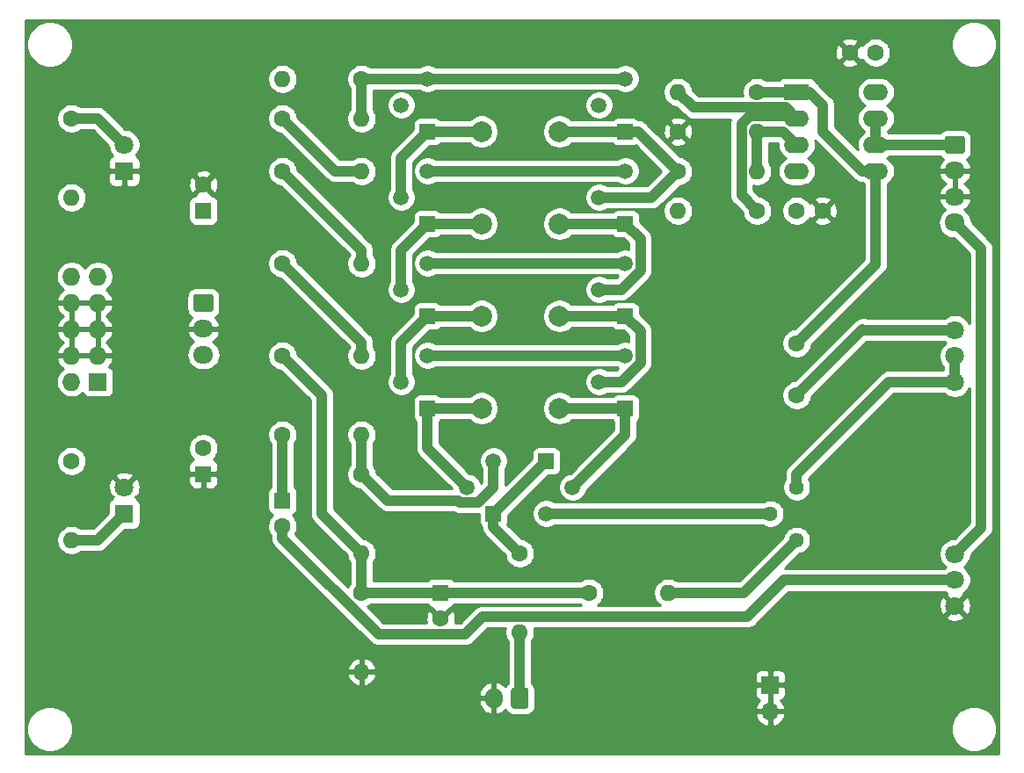
<source format=gtl>
G04 #@! TF.GenerationSoftware,KiCad,Pcbnew,(5.1.6)-1*
G04 #@! TF.CreationDate,2020-09-01T14:42:51+09:00*
G04 #@! TF.ProjectId,TLF01_V2,544c4630-315f-4563-922e-6b696361645f,A*
G04 #@! TF.SameCoordinates,Original*
G04 #@! TF.FileFunction,Copper,L1,Top*
G04 #@! TF.FilePolarity,Positive*
%FSLAX46Y46*%
G04 Gerber Fmt 4.6, Leading zero omitted, Abs format (unit mm)*
G04 Created by KiCad (PCBNEW (5.1.6)-1) date 2020-09-01 14:42:51*
%MOMM*%
%LPD*%
G01*
G04 APERTURE LIST*
G04 #@! TA.AperFunction,ComponentPad*
%ADD10O,1.950000X1.700000*%
G04 #@! TD*
G04 #@! TA.AperFunction,ComponentPad*
%ADD11O,1.700000X2.000000*%
G04 #@! TD*
G04 #@! TA.AperFunction,ComponentPad*
%ADD12R,1.500000X1.500000*%
G04 #@! TD*
G04 #@! TA.AperFunction,ComponentPad*
%ADD13C,1.500000*%
G04 #@! TD*
G04 #@! TA.AperFunction,ComponentPad*
%ADD14C,1.440000*%
G04 #@! TD*
G04 #@! TA.AperFunction,ComponentPad*
%ADD15C,1.800000*%
G04 #@! TD*
G04 #@! TA.AperFunction,ComponentPad*
%ADD16C,1.600000*%
G04 #@! TD*
G04 #@! TA.AperFunction,ComponentPad*
%ADD17O,1.600000X1.600000*%
G04 #@! TD*
G04 #@! TA.AperFunction,ComponentPad*
%ADD18R,2.400000X1.600000*%
G04 #@! TD*
G04 #@! TA.AperFunction,ComponentPad*
%ADD19O,2.400000X1.600000*%
G04 #@! TD*
G04 #@! TA.AperFunction,ComponentPad*
%ADD20R,1.700000X1.700000*%
G04 #@! TD*
G04 #@! TA.AperFunction,ComponentPad*
%ADD21O,1.700000X1.700000*%
G04 #@! TD*
G04 #@! TA.AperFunction,ComponentPad*
%ADD22R,1.727200X1.727200*%
G04 #@! TD*
G04 #@! TA.AperFunction,ComponentPad*
%ADD23O,1.727200X1.727200*%
G04 #@! TD*
G04 #@! TA.AperFunction,ComponentPad*
%ADD24R,1.800000X1.800000*%
G04 #@! TD*
G04 #@! TA.AperFunction,ComponentPad*
%ADD25C,2.000000*%
G04 #@! TD*
G04 #@! TA.AperFunction,ComponentPad*
%ADD26R,1.600000X1.600000*%
G04 #@! TD*
G04 #@! TA.AperFunction,Conductor*
%ADD27C,1.000000*%
G04 #@! TD*
G04 #@! TA.AperFunction,Conductor*
%ADD28C,0.254000*%
G04 #@! TD*
G04 APERTURE END LIST*
D10*
X186690000Y-78620000D03*
X186690000Y-76120000D03*
X186690000Y-73620000D03*
G04 #@! TA.AperFunction,ComponentPad*
G36*
G01*
X185965000Y-70270000D02*
X187415000Y-70270000D01*
G75*
G02*
X187665000Y-70520000I0J-250000D01*
G01*
X187665000Y-71720000D01*
G75*
G02*
X187415000Y-71970000I-250000J0D01*
G01*
X185965000Y-71970000D01*
G75*
G02*
X185715000Y-71720000I0J250000D01*
G01*
X185715000Y-70520000D01*
G75*
G02*
X185965000Y-70270000I250000J0D01*
G01*
G37*
G04 #@! TD.AperFunction*
D11*
X142280000Y-124460000D03*
G04 #@! TA.AperFunction,ComponentPad*
G36*
G01*
X145630000Y-123710000D02*
X145630000Y-125210000D01*
G75*
G02*
X145380000Y-125460000I-250000J0D01*
G01*
X144180000Y-125460000D01*
G75*
G02*
X143930000Y-125210000I0J250000D01*
G01*
X143930000Y-123710000D01*
G75*
G02*
X144180000Y-123460000I250000J0D01*
G01*
X145380000Y-123460000D01*
G75*
G02*
X145630000Y-123710000I0J-250000D01*
G01*
G37*
G04 #@! TD.AperFunction*
D12*
X142240000Y-106680000D03*
D13*
X142240000Y-101600000D03*
X139700000Y-104140000D03*
D14*
X171450000Y-104140000D03*
X168910000Y-106680000D03*
X171450000Y-109220000D03*
D12*
X147320000Y-101600000D03*
D13*
X147320000Y-106680000D03*
X149860000Y-104140000D03*
D12*
X154940000Y-96520000D03*
D13*
X154940000Y-91440000D03*
X152400000Y-93980000D03*
D12*
X154940000Y-87630000D03*
D13*
X154940000Y-82550000D03*
X152400000Y-85090000D03*
D12*
X154940000Y-78740000D03*
D13*
X154940000Y-73660000D03*
X152400000Y-76200000D03*
D12*
X154940000Y-69850000D03*
D13*
X154940000Y-64770000D03*
X152400000Y-67310000D03*
D12*
X135890000Y-96520000D03*
D13*
X135890000Y-91440000D03*
X133350000Y-93980000D03*
D12*
X135890000Y-87630000D03*
D13*
X135890000Y-82550000D03*
X133350000Y-85090000D03*
D12*
X135890000Y-78740000D03*
D13*
X135890000Y-73660000D03*
X133350000Y-76200000D03*
D12*
X135890000Y-69850000D03*
D13*
X135890000Y-64770000D03*
X133350000Y-67310000D03*
D10*
X114300000Y-91360000D03*
X114300000Y-88860000D03*
G04 #@! TA.AperFunction,ComponentPad*
G36*
G01*
X113575000Y-85510000D02*
X115025000Y-85510000D01*
G75*
G02*
X115275000Y-85760000I0J-250000D01*
G01*
X115275000Y-86960000D01*
G75*
G02*
X115025000Y-87210000I-250000J0D01*
G01*
X113575000Y-87210000D01*
G75*
G02*
X113325000Y-86960000I0J250000D01*
G01*
X113325000Y-85760000D01*
G75*
G02*
X113575000Y-85510000I250000J0D01*
G01*
G37*
G04 #@! TD.AperFunction*
D15*
X186690000Y-115570000D03*
X186690000Y-113070000D03*
X186690000Y-110570000D03*
D16*
X129540000Y-64770000D03*
D17*
X121920000Y-64770000D03*
D16*
X171450000Y-95250000D03*
X171450000Y-90250000D03*
D18*
X171450000Y-66040000D03*
D19*
X179070000Y-73660000D03*
X171450000Y-68580000D03*
X179070000Y-71120000D03*
X171450000Y-71120000D03*
X179070000Y-68580000D03*
X171450000Y-73660000D03*
X179070000Y-66040000D03*
D15*
X186690000Y-93980000D03*
X186690000Y-91480000D03*
X186690000Y-88980000D03*
D16*
X167640000Y-66040000D03*
D17*
X160020000Y-66040000D03*
D16*
X151462900Y-114300000D03*
D17*
X159082900Y-114300000D03*
D16*
X160020000Y-69850000D03*
D17*
X167640000Y-69850000D03*
D16*
X160020000Y-73660000D03*
D17*
X167640000Y-73660000D03*
D16*
X167640000Y-77470000D03*
D17*
X160020000Y-77470000D03*
D16*
X144780000Y-110490000D03*
D17*
X144780000Y-118110000D03*
D16*
X129540000Y-114300000D03*
D17*
X129540000Y-121920000D03*
D16*
X121920000Y-91440000D03*
D17*
X129540000Y-91440000D03*
D16*
X121920000Y-82550000D03*
D17*
X129540000Y-82550000D03*
D16*
X121920000Y-73660000D03*
D17*
X129540000Y-73660000D03*
D16*
X121920000Y-68580000D03*
D17*
X129540000Y-68580000D03*
D16*
X129540000Y-102870000D03*
D17*
X129540000Y-110490000D03*
D16*
X121920000Y-99060000D03*
D17*
X129540000Y-99060000D03*
D16*
X101600000Y-101600000D03*
D17*
X101600000Y-109220000D03*
D16*
X101600000Y-68580000D03*
D17*
X101600000Y-76200000D03*
D20*
X168910000Y-123190000D03*
D21*
X168910000Y-125730000D03*
D22*
X104140000Y-93980000D03*
D23*
X101600000Y-93980000D03*
X104140000Y-91440000D03*
X101600000Y-91440000D03*
X104140000Y-88900000D03*
X101600000Y-88900000D03*
X104140000Y-86360000D03*
X101600000Y-86360000D03*
X104140000Y-83820000D03*
X101600000Y-83820000D03*
D24*
X106680000Y-106680000D03*
D15*
X106680000Y-104140000D03*
D24*
X106680000Y-73660000D03*
D15*
X106680000Y-71120000D03*
D16*
X173950000Y-77470000D03*
X171450000Y-77470000D03*
X176570000Y-62230000D03*
X179070000Y-62230000D03*
D25*
X148590000Y-96520000D03*
X141090000Y-96520000D03*
X148590000Y-87630000D03*
X141090000Y-87630000D03*
X148590000Y-78740000D03*
X141090000Y-78740000D03*
X148590000Y-69850000D03*
X141090000Y-69850000D03*
D26*
X137160000Y-114300000D03*
D16*
X137160000Y-116800000D03*
D26*
X121920000Y-105410000D03*
D16*
X121920000Y-107910000D03*
D26*
X114300000Y-102870000D03*
D16*
X114300000Y-100370000D03*
D26*
X114300000Y-77470000D03*
D16*
X114300000Y-74970000D03*
D27*
X141200001Y-116609999D02*
X139509999Y-118300001D01*
X121920000Y-109041370D02*
X121920000Y-107910000D01*
X139509999Y-118300001D02*
X131178631Y-118300001D01*
X131178631Y-118300001D02*
X121920000Y-109041370D01*
X170220000Y-113070000D02*
X166680001Y-116609999D01*
X166680001Y-116609999D02*
X141200001Y-116609999D01*
X186690000Y-113070000D02*
X170220000Y-113070000D01*
X121920000Y-99060000D02*
X121920000Y-105410000D01*
X121920000Y-91440000D02*
X125730000Y-95250000D01*
X125730000Y-95250000D02*
X125730000Y-106680000D01*
X125730000Y-106680000D02*
X129540000Y-110490000D01*
X129540000Y-114300000D02*
X129540000Y-110490000D01*
X151462900Y-114300000D02*
X137160000Y-114300000D01*
X137160000Y-114300000D02*
X129540000Y-114300000D01*
X141090000Y-69850000D02*
X135890000Y-69850000D01*
X135890000Y-69850000D02*
X133350000Y-72390000D01*
X133350000Y-72390000D02*
X133350000Y-76200000D01*
X148590000Y-69850000D02*
X154940000Y-69850000D01*
X156210000Y-69850000D02*
X160020000Y-73660000D01*
X154940000Y-69850000D02*
X156210000Y-69850000D01*
X152400000Y-76200000D02*
X157480000Y-76200000D01*
X157480000Y-76200000D02*
X160020000Y-73660000D01*
X135890000Y-78740000D02*
X141090000Y-78740000D01*
X135890000Y-78740000D02*
X133350000Y-81280000D01*
X133350000Y-81280000D02*
X133350000Y-85090000D01*
X148590000Y-78740000D02*
X154940000Y-78740000D01*
X156390001Y-83246001D02*
X156390001Y-80190001D01*
X154546002Y-85090000D02*
X156390001Y-83246001D01*
X156390001Y-80190001D02*
X154940000Y-78740000D01*
X152400000Y-85090000D02*
X154546002Y-85090000D01*
X135890000Y-87630000D02*
X133350000Y-90170000D01*
X133350000Y-90170000D02*
X133350000Y-93980000D01*
X135890000Y-87630000D02*
X141090000Y-87630000D01*
X148590000Y-87630000D02*
X154940000Y-87630000D01*
X156390001Y-89080001D02*
X154940000Y-87630000D01*
X156390001Y-92136001D02*
X156390001Y-89080001D01*
X154546002Y-93980000D02*
X156390001Y-92136001D01*
X152400000Y-93980000D02*
X154546002Y-93980000D01*
X135890000Y-96520000D02*
X141090000Y-96520000D01*
X139700000Y-104140000D02*
X135890000Y-100330000D01*
X135890000Y-100330000D02*
X135890000Y-96520000D01*
X148590000Y-96520000D02*
X154940000Y-96520000D01*
X149860000Y-104140000D02*
X154940000Y-99060000D01*
X154940000Y-99060000D02*
X154940000Y-96520000D01*
X167640000Y-66040000D02*
X171450000Y-66040000D01*
X179070000Y-73660000D02*
X177800000Y-73660000D01*
X177800000Y-73660000D02*
X173990000Y-69850000D01*
X173990000Y-69850000D02*
X173990000Y-67310000D01*
X172720000Y-66040000D02*
X171450000Y-66040000D01*
X173990000Y-67310000D02*
X172720000Y-66040000D01*
X179070000Y-82630000D02*
X179070000Y-73660000D01*
X171450000Y-90250000D02*
X179070000Y-82630000D01*
X171450000Y-95250000D02*
X177800000Y-88900000D01*
X177800000Y-88900000D02*
X177880000Y-88980000D01*
X177880000Y-88980000D02*
X186690000Y-88980000D01*
X101600000Y-68580000D02*
X104140000Y-68580000D01*
X104140000Y-68580000D02*
X106680000Y-71120000D01*
X101600000Y-109220000D02*
X104140000Y-109220000D01*
X104140000Y-109220000D02*
X106680000Y-106680000D01*
X144780000Y-118110000D02*
X144780000Y-124460000D01*
X135890000Y-64770000D02*
X129540000Y-64770000D01*
X129540000Y-64770000D02*
X129540000Y-68580000D01*
X154940000Y-64770000D02*
X135890000Y-64770000D01*
X121920000Y-68580000D02*
X127000000Y-73660000D01*
X127000000Y-73660000D02*
X129540000Y-73660000D01*
X154940000Y-73660000D02*
X135890000Y-73660000D01*
X121920000Y-73660000D02*
X129540000Y-81280000D01*
X129540000Y-81280000D02*
X129540000Y-82550000D01*
X154940000Y-82550000D02*
X135890000Y-82550000D01*
X121920000Y-82550000D02*
X129540000Y-90170000D01*
X129540000Y-90170000D02*
X129540000Y-91440000D01*
X154940000Y-91440000D02*
X135890000Y-91440000D01*
X142240000Y-106680000D02*
X147320000Y-101600000D01*
X144780000Y-110490000D02*
X142240000Y-107950000D01*
X142240000Y-107950000D02*
X142240000Y-106680000D01*
X129540000Y-99060000D02*
X129540000Y-102870000D01*
X129540000Y-102870000D02*
X132080000Y-105410000D01*
X139003999Y-105590001D02*
X140789999Y-105590001D01*
X132080000Y-105410000D02*
X138823998Y-105410000D01*
X138823998Y-105410000D02*
X139003999Y-105590001D01*
X142240000Y-104140000D02*
X142240000Y-101600000D01*
X140789999Y-105590001D02*
X142240000Y-104140000D01*
X147320000Y-106680000D02*
X168910000Y-106680000D01*
X171450000Y-68580000D02*
X170410001Y-67540001D01*
X161520001Y-67540001D02*
X160020000Y-66040000D01*
X170410001Y-67540001D02*
X161520001Y-67540001D01*
X166919999Y-68349999D02*
X171219999Y-68349999D01*
X166139999Y-69129999D02*
X166919999Y-68349999D01*
X166139999Y-75969999D02*
X166139999Y-69129999D01*
X171219999Y-68349999D02*
X171450000Y-68580000D01*
X167640000Y-77470000D02*
X166139999Y-75969999D01*
X167640000Y-69850000D02*
X167640000Y-71120000D01*
X167640000Y-71120000D02*
X167640000Y-73660000D01*
X170180000Y-69850000D02*
X171450000Y-71120000D01*
X167640000Y-69850000D02*
X170180000Y-69850000D01*
X159082900Y-114300000D02*
X166370000Y-114300000D01*
X166370000Y-114300000D02*
X171450000Y-109220000D01*
X171450000Y-102870000D02*
X180340000Y-93980000D01*
X171450000Y-104140000D02*
X171450000Y-102870000D01*
X180340000Y-93980000D02*
X186690000Y-93980000D01*
X186690000Y-91480000D02*
X186690000Y-93980000D01*
X179070000Y-68580000D02*
X179070000Y-71120000D01*
X179070000Y-71120000D02*
X186690000Y-71120000D01*
X189230000Y-108030000D02*
X189230000Y-81160000D01*
X189230000Y-81160000D02*
X186690000Y-78620000D01*
X186690000Y-110570000D02*
X189230000Y-108030000D01*
D28*
G36*
X190862901Y-129780160D02*
G01*
X97182900Y-129780160D01*
X97182900Y-127220032D01*
X97287900Y-127220032D01*
X97287900Y-127660288D01*
X97373790Y-128092085D01*
X97542269Y-128498829D01*
X97786862Y-128864889D01*
X98098171Y-129176198D01*
X98464231Y-129420791D01*
X98870975Y-129589270D01*
X99302772Y-129675160D01*
X99743028Y-129675160D01*
X100174825Y-129589270D01*
X100581569Y-129420791D01*
X100947629Y-129176198D01*
X101258938Y-128864889D01*
X101503531Y-128498829D01*
X101672010Y-128092085D01*
X101757900Y-127660288D01*
X101757900Y-127220032D01*
X186287900Y-127220032D01*
X186287900Y-127660288D01*
X186373790Y-128092085D01*
X186542269Y-128498829D01*
X186786862Y-128864889D01*
X187098171Y-129176198D01*
X187464231Y-129420791D01*
X187870975Y-129589270D01*
X188302772Y-129675160D01*
X188743028Y-129675160D01*
X189174825Y-129589270D01*
X189581569Y-129420791D01*
X189947629Y-129176198D01*
X190258938Y-128864889D01*
X190503531Y-128498829D01*
X190672010Y-128092085D01*
X190757900Y-127660288D01*
X190757900Y-127220032D01*
X190672010Y-126788235D01*
X190503531Y-126381491D01*
X190258938Y-126015431D01*
X189947629Y-125704122D01*
X189581569Y-125459529D01*
X189174825Y-125291050D01*
X188743028Y-125205160D01*
X188302772Y-125205160D01*
X187870975Y-125291050D01*
X187464231Y-125459529D01*
X187098171Y-125704122D01*
X186786862Y-126015431D01*
X186542269Y-126381491D01*
X186373790Y-126788235D01*
X186287900Y-127220032D01*
X101757900Y-127220032D01*
X101672010Y-126788235D01*
X101503531Y-126381491D01*
X101258938Y-126015431D01*
X100947629Y-125704122D01*
X100581569Y-125459529D01*
X100174825Y-125291050D01*
X99743028Y-125205160D01*
X99302772Y-125205160D01*
X98870975Y-125291050D01*
X98464231Y-125459529D01*
X98098171Y-125704122D01*
X97786862Y-126015431D01*
X97542269Y-126381491D01*
X97373790Y-126788235D01*
X97287900Y-127220032D01*
X97182900Y-127220032D01*
X97182900Y-124819742D01*
X140808715Y-124819742D01*
X140877904Y-125102745D01*
X141000975Y-125366812D01*
X141173198Y-125601795D01*
X141387954Y-125798664D01*
X141636991Y-125949854D01*
X141910739Y-126049554D01*
X141923110Y-126051476D01*
X142153000Y-125930155D01*
X142153000Y-124587000D01*
X140952768Y-124587000D01*
X140808715Y-124819742D01*
X97182900Y-124819742D01*
X97182900Y-124100258D01*
X140808715Y-124100258D01*
X140952768Y-124333000D01*
X142153000Y-124333000D01*
X142153000Y-122989845D01*
X141923110Y-122868524D01*
X141910739Y-122870446D01*
X141636991Y-122970146D01*
X141387954Y-123121336D01*
X141173198Y-123318205D01*
X141000975Y-123553188D01*
X140877904Y-123817255D01*
X140808715Y-124100258D01*
X97182900Y-124100258D01*
X97182900Y-122269040D01*
X128148091Y-122269040D01*
X128242930Y-122533881D01*
X128387615Y-122775131D01*
X128576586Y-122983519D01*
X128802580Y-123151037D01*
X129056913Y-123271246D01*
X129190961Y-123311904D01*
X129413000Y-123189915D01*
X129413000Y-122047000D01*
X129667000Y-122047000D01*
X129667000Y-123189915D01*
X129889039Y-123311904D01*
X130023087Y-123271246D01*
X130277420Y-123151037D01*
X130503414Y-122983519D01*
X130692385Y-122775131D01*
X130837070Y-122533881D01*
X130931909Y-122269040D01*
X130810624Y-122047000D01*
X129667000Y-122047000D01*
X129413000Y-122047000D01*
X128269376Y-122047000D01*
X128148091Y-122269040D01*
X97182900Y-122269040D01*
X97182900Y-121570960D01*
X128148091Y-121570960D01*
X128269376Y-121793000D01*
X129413000Y-121793000D01*
X129413000Y-120650085D01*
X129667000Y-120650085D01*
X129667000Y-121793000D01*
X130810624Y-121793000D01*
X130931909Y-121570960D01*
X130837070Y-121306119D01*
X130692385Y-121064869D01*
X130503414Y-120856481D01*
X130277420Y-120688963D01*
X130023087Y-120568754D01*
X129889039Y-120528096D01*
X129667000Y-120650085D01*
X129413000Y-120650085D01*
X129190961Y-120528096D01*
X129056913Y-120568754D01*
X128802580Y-120688963D01*
X128576586Y-120856481D01*
X128387615Y-121064869D01*
X128242930Y-121306119D01*
X128148091Y-121570960D01*
X97182900Y-121570960D01*
X97182900Y-109078665D01*
X100165000Y-109078665D01*
X100165000Y-109361335D01*
X100220147Y-109638574D01*
X100328320Y-109899727D01*
X100485363Y-110134759D01*
X100685241Y-110334637D01*
X100920273Y-110491680D01*
X101181426Y-110599853D01*
X101458665Y-110655000D01*
X101741335Y-110655000D01*
X102018574Y-110599853D01*
X102279727Y-110491680D01*
X102484284Y-110355000D01*
X104084249Y-110355000D01*
X104140000Y-110360491D01*
X104195751Y-110355000D01*
X104195752Y-110355000D01*
X104362499Y-110338577D01*
X104576447Y-110273676D01*
X104773623Y-110168284D01*
X104946449Y-110026449D01*
X104981996Y-109983135D01*
X106747060Y-108218072D01*
X107580000Y-108218072D01*
X107704482Y-108205812D01*
X107824180Y-108169502D01*
X107934494Y-108110537D01*
X108031185Y-108031185D01*
X108110537Y-107934494D01*
X108169502Y-107824180D01*
X108205812Y-107704482D01*
X108218072Y-107580000D01*
X108218072Y-105780000D01*
X108205812Y-105655518D01*
X108169502Y-105535820D01*
X108110537Y-105425506D01*
X108031185Y-105328815D01*
X107934494Y-105249463D01*
X107824180Y-105190498D01*
X107813265Y-105187187D01*
X107860030Y-105140422D01*
X107744082Y-105024474D01*
X107998261Y-104940792D01*
X108129158Y-104668225D01*
X108144109Y-104610000D01*
X120481928Y-104610000D01*
X120481928Y-106210000D01*
X120494188Y-106334482D01*
X120530498Y-106454180D01*
X120589463Y-106564494D01*
X120668815Y-106661185D01*
X120765506Y-106740537D01*
X120875820Y-106799502D01*
X120971943Y-106828661D01*
X120805363Y-106995241D01*
X120648320Y-107230273D01*
X120540147Y-107491426D01*
X120485000Y-107768665D01*
X120485000Y-108051335D01*
X120540147Y-108328574D01*
X120648320Y-108589727D01*
X120785000Y-108794284D01*
X120785000Y-108985619D01*
X120779509Y-109041370D01*
X120785000Y-109097121D01*
X120801423Y-109263868D01*
X120866324Y-109477816D01*
X120971716Y-109674993D01*
X121113551Y-109847819D01*
X121156865Y-109883366D01*
X130336644Y-119063147D01*
X130372182Y-119106450D01*
X130415485Y-119141988D01*
X130415487Y-119141990D01*
X130545008Y-119248285D01*
X130742184Y-119353677D01*
X130956132Y-119418578D01*
X131178631Y-119440492D01*
X131234383Y-119435001D01*
X139454248Y-119435001D01*
X139509999Y-119440492D01*
X139565750Y-119435001D01*
X139565751Y-119435001D01*
X139732498Y-119418578D01*
X139946446Y-119353677D01*
X140143622Y-119248285D01*
X140316448Y-119106450D01*
X140351995Y-119063136D01*
X141670133Y-117744999D01*
X143389491Y-117744999D01*
X143345000Y-117968665D01*
X143345000Y-118251335D01*
X143400147Y-118528574D01*
X143508320Y-118789727D01*
X143645000Y-118994284D01*
X143645001Y-123005746D01*
X143552038Y-123082038D01*
X143441595Y-123216614D01*
X143387086Y-123318593D01*
X143386802Y-123318205D01*
X143172046Y-123121336D01*
X142923009Y-122970146D01*
X142649261Y-122870446D01*
X142636890Y-122868524D01*
X142407000Y-122989845D01*
X142407000Y-124333000D01*
X142427000Y-124333000D01*
X142427000Y-124587000D01*
X142407000Y-124587000D01*
X142407000Y-125930155D01*
X142636890Y-126051476D01*
X142649261Y-126049554D01*
X142923009Y-125949854D01*
X143172046Y-125798664D01*
X143386802Y-125601795D01*
X143387086Y-125601407D01*
X143441595Y-125703386D01*
X143552038Y-125837962D01*
X143686614Y-125948405D01*
X143840150Y-126030472D01*
X144006746Y-126081008D01*
X144180000Y-126098072D01*
X145380000Y-126098072D01*
X145493532Y-126086890D01*
X167468524Y-126086890D01*
X167513175Y-126234099D01*
X167638359Y-126496920D01*
X167812412Y-126730269D01*
X168028645Y-126925178D01*
X168278748Y-127074157D01*
X168553109Y-127171481D01*
X168783000Y-127050814D01*
X168783000Y-125857000D01*
X169037000Y-125857000D01*
X169037000Y-127050814D01*
X169266891Y-127171481D01*
X169541252Y-127074157D01*
X169791355Y-126925178D01*
X170007588Y-126730269D01*
X170181641Y-126496920D01*
X170306825Y-126234099D01*
X170351476Y-126086890D01*
X170230155Y-125857000D01*
X169037000Y-125857000D01*
X168783000Y-125857000D01*
X167589845Y-125857000D01*
X167468524Y-126086890D01*
X145493532Y-126086890D01*
X145553254Y-126081008D01*
X145719850Y-126030472D01*
X145873386Y-125948405D01*
X146007962Y-125837962D01*
X146118405Y-125703386D01*
X146200472Y-125549850D01*
X146251008Y-125383254D01*
X146268072Y-125210000D01*
X146268072Y-124040000D01*
X167421928Y-124040000D01*
X167434188Y-124164482D01*
X167470498Y-124284180D01*
X167529463Y-124394494D01*
X167608815Y-124491185D01*
X167705506Y-124570537D01*
X167815820Y-124629502D01*
X167896466Y-124653966D01*
X167812412Y-124729731D01*
X167638359Y-124963080D01*
X167513175Y-125225901D01*
X167468524Y-125373110D01*
X167589845Y-125603000D01*
X168783000Y-125603000D01*
X168783000Y-123317000D01*
X169037000Y-123317000D01*
X169037000Y-125603000D01*
X170230155Y-125603000D01*
X170351476Y-125373110D01*
X170306825Y-125225901D01*
X170181641Y-124963080D01*
X170007588Y-124729731D01*
X169923534Y-124653966D01*
X170004180Y-124629502D01*
X170114494Y-124570537D01*
X170211185Y-124491185D01*
X170290537Y-124394494D01*
X170349502Y-124284180D01*
X170385812Y-124164482D01*
X170398072Y-124040000D01*
X170395000Y-123475750D01*
X170236250Y-123317000D01*
X169037000Y-123317000D01*
X168783000Y-123317000D01*
X167583750Y-123317000D01*
X167425000Y-123475750D01*
X167421928Y-124040000D01*
X146268072Y-124040000D01*
X146268072Y-123710000D01*
X146251008Y-123536746D01*
X146200472Y-123370150D01*
X146118405Y-123216614D01*
X146007962Y-123082038D01*
X145915000Y-123005747D01*
X145915000Y-122340000D01*
X167421928Y-122340000D01*
X167425000Y-122904250D01*
X167583750Y-123063000D01*
X168783000Y-123063000D01*
X168783000Y-121863750D01*
X169037000Y-121863750D01*
X169037000Y-123063000D01*
X170236250Y-123063000D01*
X170395000Y-122904250D01*
X170398072Y-122340000D01*
X170385812Y-122215518D01*
X170349502Y-122095820D01*
X170290537Y-121985506D01*
X170211185Y-121888815D01*
X170114494Y-121809463D01*
X170004180Y-121750498D01*
X169884482Y-121714188D01*
X169760000Y-121701928D01*
X169195750Y-121705000D01*
X169037000Y-121863750D01*
X168783000Y-121863750D01*
X168624250Y-121705000D01*
X168060000Y-121701928D01*
X167935518Y-121714188D01*
X167815820Y-121750498D01*
X167705506Y-121809463D01*
X167608815Y-121888815D01*
X167529463Y-121985506D01*
X167470498Y-122095820D01*
X167434188Y-122215518D01*
X167421928Y-122340000D01*
X145915000Y-122340000D01*
X145915000Y-118994284D01*
X146051680Y-118789727D01*
X146159853Y-118528574D01*
X146215000Y-118251335D01*
X146215000Y-117968665D01*
X146170509Y-117744999D01*
X166624250Y-117744999D01*
X166680001Y-117750490D01*
X166735752Y-117744999D01*
X166735753Y-117744999D01*
X166902500Y-117728576D01*
X167116448Y-117663675D01*
X167313624Y-117558283D01*
X167486450Y-117416448D01*
X167521997Y-117373134D01*
X168261051Y-116634080D01*
X185805525Y-116634080D01*
X185889208Y-116888261D01*
X186161775Y-117019158D01*
X186454642Y-117094365D01*
X186756553Y-117110991D01*
X187055907Y-117068397D01*
X187341199Y-116968222D01*
X187490792Y-116888261D01*
X187574475Y-116634080D01*
X186690000Y-115749605D01*
X185805525Y-116634080D01*
X168261051Y-116634080D01*
X169258579Y-115636553D01*
X185149009Y-115636553D01*
X185191603Y-115935907D01*
X185291778Y-116221199D01*
X185371739Y-116370792D01*
X185625920Y-116454475D01*
X186510395Y-115570000D01*
X186869605Y-115570000D01*
X187754080Y-116454475D01*
X188008261Y-116370792D01*
X188139158Y-116098225D01*
X188214365Y-115805358D01*
X188230991Y-115503447D01*
X188188397Y-115204093D01*
X188088222Y-114918801D01*
X188008261Y-114769208D01*
X187754080Y-114685525D01*
X186869605Y-115570000D01*
X186510395Y-115570000D01*
X185625920Y-114685525D01*
X185371739Y-114769208D01*
X185240842Y-115041775D01*
X185165635Y-115334642D01*
X185149009Y-115636553D01*
X169258579Y-115636553D01*
X170690133Y-114205000D01*
X185654183Y-114205000D01*
X185711495Y-114262312D01*
X185854310Y-114357738D01*
X185805525Y-114505920D01*
X186690000Y-115390395D01*
X187574475Y-114505920D01*
X187525690Y-114357738D01*
X187668505Y-114262312D01*
X187882312Y-114048505D01*
X188050299Y-113797095D01*
X188166011Y-113517743D01*
X188225000Y-113221184D01*
X188225000Y-112918816D01*
X188166011Y-112622257D01*
X188050299Y-112342905D01*
X187882312Y-112091495D01*
X187668505Y-111877688D01*
X187582169Y-111820000D01*
X187668505Y-111762312D01*
X187882312Y-111548505D01*
X188050299Y-111297095D01*
X188166011Y-111017743D01*
X188225000Y-110721184D01*
X188225000Y-110640131D01*
X189993141Y-108871991D01*
X190036449Y-108836449D01*
X190178284Y-108663623D01*
X190283676Y-108466447D01*
X190348577Y-108252499D01*
X190365000Y-108085752D01*
X190365000Y-108085743D01*
X190370490Y-108030001D01*
X190365000Y-107974259D01*
X190365000Y-81215741D01*
X190370490Y-81159999D01*
X190365000Y-81104257D01*
X190365000Y-81104248D01*
X190348577Y-80937501D01*
X190283676Y-80723553D01*
X190178284Y-80526377D01*
X190036449Y-80353551D01*
X189993141Y-80318009D01*
X188306104Y-78630973D01*
X188307185Y-78620000D01*
X188278513Y-78328889D01*
X188193599Y-78048966D01*
X188055706Y-77790986D01*
X187870134Y-77564866D01*
X187644014Y-77379294D01*
X187618278Y-77365538D01*
X187824429Y-77209049D01*
X188017496Y-76991193D01*
X188164352Y-76739858D01*
X188256476Y-76476890D01*
X188135155Y-76247000D01*
X186817000Y-76247000D01*
X186817000Y-76267000D01*
X186563000Y-76267000D01*
X186563000Y-76247000D01*
X185244845Y-76247000D01*
X185123524Y-76476890D01*
X185215648Y-76739858D01*
X185362504Y-76991193D01*
X185555571Y-77209049D01*
X185761722Y-77365538D01*
X185735986Y-77379294D01*
X185509866Y-77564866D01*
X185324294Y-77790986D01*
X185186401Y-78048966D01*
X185101487Y-78328889D01*
X185072815Y-78620000D01*
X185101487Y-78911111D01*
X185186401Y-79191034D01*
X185324294Y-79449014D01*
X185509866Y-79675134D01*
X185735986Y-79860706D01*
X185993966Y-79998599D01*
X186273889Y-80083513D01*
X186492050Y-80105000D01*
X186569869Y-80105000D01*
X188095001Y-81630133D01*
X188095001Y-88360824D01*
X188050299Y-88252905D01*
X187882312Y-88001495D01*
X187668505Y-87787688D01*
X187417095Y-87619701D01*
X187137743Y-87503989D01*
X186841184Y-87445000D01*
X186538816Y-87445000D01*
X186242257Y-87503989D01*
X185962905Y-87619701D01*
X185711495Y-87787688D01*
X185654183Y-87845000D01*
X178232081Y-87845000D01*
X178022498Y-87781423D01*
X177800000Y-87759509D01*
X177799999Y-87759509D01*
X177577500Y-87781423D01*
X177477909Y-87811634D01*
X177363554Y-87846324D01*
X177352000Y-87852500D01*
X177166377Y-87951717D01*
X177036856Y-88058012D01*
X177036849Y-88058019D01*
X176993552Y-88093552D01*
X176958019Y-88136849D01*
X171272719Y-93822150D01*
X171031426Y-93870147D01*
X170770273Y-93978320D01*
X170535241Y-94135363D01*
X170335363Y-94335241D01*
X170178320Y-94570273D01*
X170070147Y-94831426D01*
X170015000Y-95108665D01*
X170015000Y-95391335D01*
X170070147Y-95668574D01*
X170178320Y-95929727D01*
X170335363Y-96164759D01*
X170535241Y-96364637D01*
X170770273Y-96521680D01*
X171031426Y-96629853D01*
X171308665Y-96685000D01*
X171591335Y-96685000D01*
X171868574Y-96629853D01*
X172129727Y-96521680D01*
X172364759Y-96364637D01*
X172564637Y-96164759D01*
X172721680Y-95929727D01*
X172829853Y-95668574D01*
X172877850Y-95427281D01*
X178190132Y-90115000D01*
X185654183Y-90115000D01*
X185711495Y-90172312D01*
X185797831Y-90230000D01*
X185711495Y-90287688D01*
X185497688Y-90501495D01*
X185329701Y-90752905D01*
X185213989Y-91032257D01*
X185155000Y-91328816D01*
X185155000Y-91631184D01*
X185213989Y-91927743D01*
X185329701Y-92207095D01*
X185497688Y-92458505D01*
X185555000Y-92515817D01*
X185555001Y-92845000D01*
X180395752Y-92845000D01*
X180340000Y-92839509D01*
X180117501Y-92861423D01*
X179903553Y-92926324D01*
X179706377Y-93031716D01*
X179576856Y-93138011D01*
X179576854Y-93138013D01*
X179533551Y-93173551D01*
X179498013Y-93216854D01*
X170686860Y-102028009D01*
X170643552Y-102063551D01*
X170501717Y-102236377D01*
X170396324Y-102433553D01*
X170350610Y-102584250D01*
X170331423Y-102647502D01*
X170309509Y-102870000D01*
X170315000Y-102925751D01*
X170315000Y-103399713D01*
X170249215Y-103498167D01*
X170147072Y-103744761D01*
X170095000Y-104006544D01*
X170095000Y-104273456D01*
X170147072Y-104535239D01*
X170249215Y-104781833D01*
X170397503Y-105003762D01*
X170586238Y-105192497D01*
X170808167Y-105340785D01*
X171054761Y-105442928D01*
X171316544Y-105495000D01*
X171583456Y-105495000D01*
X171845239Y-105442928D01*
X172091833Y-105340785D01*
X172313762Y-105192497D01*
X172502497Y-105003762D01*
X172650785Y-104781833D01*
X172752928Y-104535239D01*
X172805000Y-104273456D01*
X172805000Y-104006544D01*
X172752928Y-103744761D01*
X172650785Y-103498167D01*
X172585000Y-103399713D01*
X172585000Y-103340131D01*
X180810133Y-95115000D01*
X185654183Y-95115000D01*
X185711495Y-95172312D01*
X185962905Y-95340299D01*
X186242257Y-95456011D01*
X186538816Y-95515000D01*
X186841184Y-95515000D01*
X187137743Y-95456011D01*
X187417095Y-95340299D01*
X187668505Y-95172312D01*
X187882312Y-94958505D01*
X188050299Y-94707095D01*
X188095000Y-94599177D01*
X188095000Y-107559868D01*
X186619869Y-109035000D01*
X186538816Y-109035000D01*
X186242257Y-109093989D01*
X185962905Y-109209701D01*
X185711495Y-109377688D01*
X185497688Y-109591495D01*
X185329701Y-109842905D01*
X185213989Y-110122257D01*
X185155000Y-110418816D01*
X185155000Y-110721184D01*
X185213989Y-111017743D01*
X185329701Y-111297095D01*
X185497688Y-111548505D01*
X185711495Y-111762312D01*
X185797831Y-111820000D01*
X185711495Y-111877688D01*
X185654183Y-111935000D01*
X170340132Y-111935000D01*
X171729103Y-110546029D01*
X171845239Y-110522928D01*
X172091833Y-110420785D01*
X172313762Y-110272497D01*
X172502497Y-110083762D01*
X172650785Y-109861833D01*
X172752928Y-109615239D01*
X172805000Y-109353456D01*
X172805000Y-109086544D01*
X172752928Y-108824761D01*
X172650785Y-108578167D01*
X172502497Y-108356238D01*
X172313762Y-108167503D01*
X172091833Y-108019215D01*
X171845239Y-107917072D01*
X171583456Y-107865000D01*
X171316544Y-107865000D01*
X171054761Y-107917072D01*
X170808167Y-108019215D01*
X170586238Y-108167503D01*
X170397503Y-108356238D01*
X170249215Y-108578167D01*
X170147072Y-108824761D01*
X170123971Y-108940897D01*
X165899869Y-113165000D01*
X159967184Y-113165000D01*
X159762627Y-113028320D01*
X159501474Y-112920147D01*
X159224235Y-112865000D01*
X158941565Y-112865000D01*
X158664326Y-112920147D01*
X158403173Y-113028320D01*
X158168141Y-113185363D01*
X157968263Y-113385241D01*
X157811220Y-113620273D01*
X157703047Y-113881426D01*
X157647900Y-114158665D01*
X157647900Y-114441335D01*
X157703047Y-114718574D01*
X157811220Y-114979727D01*
X157968263Y-115214759D01*
X158168141Y-115414637D01*
X158258479Y-115474999D01*
X152287321Y-115474999D01*
X152377659Y-115414637D01*
X152577537Y-115214759D01*
X152734580Y-114979727D01*
X152842753Y-114718574D01*
X152897900Y-114441335D01*
X152897900Y-114158665D01*
X152842753Y-113881426D01*
X152734580Y-113620273D01*
X152577537Y-113385241D01*
X152377659Y-113185363D01*
X152142627Y-113028320D01*
X151881474Y-112920147D01*
X151604235Y-112865000D01*
X151321565Y-112865000D01*
X151044326Y-112920147D01*
X150783173Y-113028320D01*
X150578616Y-113165000D01*
X138500957Y-113165000D01*
X138490537Y-113145506D01*
X138411185Y-113048815D01*
X138314494Y-112969463D01*
X138204180Y-112910498D01*
X138084482Y-112874188D01*
X137960000Y-112861928D01*
X136360000Y-112861928D01*
X136235518Y-112874188D01*
X136115820Y-112910498D01*
X136005506Y-112969463D01*
X135908815Y-113048815D01*
X135829463Y-113145506D01*
X135819043Y-113165000D01*
X130675000Y-113165000D01*
X130675000Y-111374284D01*
X130811680Y-111169727D01*
X130919853Y-110908574D01*
X130975000Y-110631335D01*
X130975000Y-110348665D01*
X130919853Y-110071426D01*
X130811680Y-109810273D01*
X130654637Y-109575241D01*
X130454759Y-109375363D01*
X130219727Y-109218320D01*
X129958574Y-109110147D01*
X129717283Y-109062151D01*
X126865000Y-106209869D01*
X126865000Y-98918665D01*
X128105000Y-98918665D01*
X128105000Y-99201335D01*
X128160147Y-99478574D01*
X128268320Y-99739727D01*
X128405000Y-99944284D01*
X128405001Y-101985715D01*
X128268320Y-102190273D01*
X128160147Y-102451426D01*
X128105000Y-102728665D01*
X128105000Y-103011335D01*
X128160147Y-103288574D01*
X128268320Y-103549727D01*
X128425363Y-103784759D01*
X128625241Y-103984637D01*
X128860273Y-104141680D01*
X129121426Y-104249853D01*
X129362718Y-104297850D01*
X131238009Y-106173141D01*
X131273551Y-106216449D01*
X131446377Y-106358284D01*
X131643553Y-106463676D01*
X131857501Y-106528577D01*
X132024248Y-106545000D01*
X132024257Y-106545000D01*
X132079999Y-106550490D01*
X132135741Y-106545000D01*
X138382939Y-106545000D01*
X138567552Y-106643677D01*
X138781500Y-106708578D01*
X138948247Y-106725001D01*
X138948248Y-106725001D01*
X139003999Y-106730492D01*
X139059751Y-106725001D01*
X140734248Y-106725001D01*
X140789999Y-106730492D01*
X140845750Y-106725001D01*
X140845751Y-106725001D01*
X140851928Y-106724393D01*
X140851928Y-107430000D01*
X140864188Y-107554482D01*
X140900498Y-107674180D01*
X140959463Y-107784494D01*
X141038815Y-107881185D01*
X141101241Y-107932416D01*
X141099509Y-107950000D01*
X141105000Y-108005751D01*
X141121423Y-108172498D01*
X141186324Y-108386446D01*
X141291716Y-108583623D01*
X141433551Y-108756449D01*
X141476865Y-108791996D01*
X143352150Y-110667282D01*
X143400147Y-110908574D01*
X143508320Y-111169727D01*
X143665363Y-111404759D01*
X143865241Y-111604637D01*
X144100273Y-111761680D01*
X144361426Y-111869853D01*
X144638665Y-111925000D01*
X144921335Y-111925000D01*
X145198574Y-111869853D01*
X145459727Y-111761680D01*
X145694759Y-111604637D01*
X145894637Y-111404759D01*
X146051680Y-111169727D01*
X146159853Y-110908574D01*
X146215000Y-110631335D01*
X146215000Y-110348665D01*
X146159853Y-110071426D01*
X146051680Y-109810273D01*
X145894637Y-109575241D01*
X145694759Y-109375363D01*
X145459727Y-109218320D01*
X145198574Y-109110147D01*
X144957282Y-109062150D01*
X143575952Y-107680821D01*
X143579502Y-107674180D01*
X143615812Y-107554482D01*
X143628072Y-107430000D01*
X143628072Y-106897059D01*
X143981542Y-106543589D01*
X145935000Y-106543589D01*
X145935000Y-106816411D01*
X145988225Y-107083989D01*
X146092629Y-107336043D01*
X146244201Y-107562886D01*
X146437114Y-107755799D01*
X146663957Y-107907371D01*
X146916011Y-108011775D01*
X147183589Y-108065000D01*
X147456411Y-108065000D01*
X147723989Y-108011775D01*
X147976043Y-107907371D01*
X148114286Y-107815000D01*
X168169713Y-107815000D01*
X168268167Y-107880785D01*
X168514761Y-107982928D01*
X168776544Y-108035000D01*
X169043456Y-108035000D01*
X169305239Y-107982928D01*
X169551833Y-107880785D01*
X169773762Y-107732497D01*
X169962497Y-107543762D01*
X170110785Y-107321833D01*
X170212928Y-107075239D01*
X170265000Y-106813456D01*
X170265000Y-106546544D01*
X170212928Y-106284761D01*
X170110785Y-106038167D01*
X169962497Y-105816238D01*
X169773762Y-105627503D01*
X169551833Y-105479215D01*
X169305239Y-105377072D01*
X169043456Y-105325000D01*
X168776544Y-105325000D01*
X168514761Y-105377072D01*
X168268167Y-105479215D01*
X168169713Y-105545000D01*
X148114286Y-105545000D01*
X147976043Y-105452629D01*
X147723989Y-105348225D01*
X147456411Y-105295000D01*
X147183589Y-105295000D01*
X146916011Y-105348225D01*
X146663957Y-105452629D01*
X146437114Y-105604201D01*
X146244201Y-105797114D01*
X146092629Y-106023957D01*
X145988225Y-106276011D01*
X145935000Y-106543589D01*
X143981542Y-106543589D01*
X147537060Y-102988072D01*
X148070000Y-102988072D01*
X148194482Y-102975812D01*
X148314180Y-102939502D01*
X148424494Y-102880537D01*
X148521185Y-102801185D01*
X148600537Y-102704494D01*
X148659502Y-102594180D01*
X148695812Y-102474482D01*
X148708072Y-102350000D01*
X148708072Y-100850000D01*
X148695812Y-100725518D01*
X148659502Y-100605820D01*
X148600537Y-100495506D01*
X148521185Y-100398815D01*
X148424494Y-100319463D01*
X148314180Y-100260498D01*
X148194482Y-100224188D01*
X148070000Y-100211928D01*
X146570000Y-100211928D01*
X146445518Y-100224188D01*
X146325820Y-100260498D01*
X146215506Y-100319463D01*
X146118815Y-100398815D01*
X146039463Y-100495506D01*
X145980498Y-100605820D01*
X145944188Y-100725518D01*
X145931928Y-100850000D01*
X145931928Y-101382940D01*
X143375000Y-103939869D01*
X143375000Y-102394286D01*
X143467371Y-102256043D01*
X143571775Y-102003989D01*
X143625000Y-101736411D01*
X143625000Y-101463589D01*
X143571775Y-101196011D01*
X143467371Y-100943957D01*
X143315799Y-100717114D01*
X143122886Y-100524201D01*
X142896043Y-100372629D01*
X142643989Y-100268225D01*
X142376411Y-100215000D01*
X142103589Y-100215000D01*
X141836011Y-100268225D01*
X141583957Y-100372629D01*
X141357114Y-100524201D01*
X141164201Y-100717114D01*
X141012629Y-100943957D01*
X140908225Y-101196011D01*
X140855000Y-101463589D01*
X140855000Y-101736411D01*
X140908225Y-102003989D01*
X141012629Y-102256043D01*
X141105001Y-102394287D01*
X141105000Y-103669868D01*
X141032950Y-103741918D01*
X141031775Y-103736011D01*
X140927371Y-103483957D01*
X140775799Y-103257114D01*
X140582886Y-103064201D01*
X140356043Y-102912629D01*
X140103989Y-102808225D01*
X139940921Y-102775789D01*
X137025000Y-99859869D01*
X137025000Y-97775501D01*
X137091185Y-97721185D01*
X137145501Y-97655000D01*
X139912761Y-97655000D01*
X140047748Y-97789987D01*
X140315537Y-97968918D01*
X140613088Y-98092168D01*
X140928967Y-98155000D01*
X141251033Y-98155000D01*
X141566912Y-98092168D01*
X141864463Y-97968918D01*
X142132252Y-97789987D01*
X142359987Y-97562252D01*
X142538918Y-97294463D01*
X142662168Y-96996912D01*
X142725000Y-96681033D01*
X142725000Y-96358967D01*
X146955000Y-96358967D01*
X146955000Y-96681033D01*
X147017832Y-96996912D01*
X147141082Y-97294463D01*
X147320013Y-97562252D01*
X147547748Y-97789987D01*
X147815537Y-97968918D01*
X148113088Y-98092168D01*
X148428967Y-98155000D01*
X148751033Y-98155000D01*
X149066912Y-98092168D01*
X149364463Y-97968918D01*
X149632252Y-97789987D01*
X149767239Y-97655000D01*
X153684499Y-97655000D01*
X153738815Y-97721185D01*
X153805001Y-97775502D01*
X153805000Y-98589868D01*
X149619081Y-102775788D01*
X149456011Y-102808225D01*
X149203957Y-102912629D01*
X148977114Y-103064201D01*
X148784201Y-103257114D01*
X148632629Y-103483957D01*
X148528225Y-103736011D01*
X148475000Y-104003589D01*
X148475000Y-104276411D01*
X148528225Y-104543989D01*
X148632629Y-104796043D01*
X148784201Y-105022886D01*
X148977114Y-105215799D01*
X149203957Y-105367371D01*
X149456011Y-105471775D01*
X149723589Y-105525000D01*
X149996411Y-105525000D01*
X150263989Y-105471775D01*
X150516043Y-105367371D01*
X150742886Y-105215799D01*
X150935799Y-105022886D01*
X151087371Y-104796043D01*
X151191775Y-104543989D01*
X151224212Y-104380919D01*
X155703141Y-99901991D01*
X155746449Y-99866449D01*
X155888284Y-99693623D01*
X155993676Y-99496447D01*
X156058577Y-99282499D01*
X156075000Y-99115752D01*
X156075000Y-99115751D01*
X156080491Y-99060000D01*
X156075000Y-99004248D01*
X156075000Y-97775501D01*
X156141185Y-97721185D01*
X156220537Y-97624494D01*
X156279502Y-97514180D01*
X156315812Y-97394482D01*
X156328072Y-97270000D01*
X156328072Y-95770000D01*
X156315812Y-95645518D01*
X156279502Y-95525820D01*
X156220537Y-95415506D01*
X156141185Y-95318815D01*
X156044494Y-95239463D01*
X155934180Y-95180498D01*
X155814482Y-95144188D01*
X155690000Y-95131928D01*
X154190000Y-95131928D01*
X154065518Y-95144188D01*
X153945820Y-95180498D01*
X153835506Y-95239463D01*
X153738815Y-95318815D01*
X153684499Y-95385000D01*
X149767239Y-95385000D01*
X149632252Y-95250013D01*
X149364463Y-95071082D01*
X149066912Y-94947832D01*
X148751033Y-94885000D01*
X148428967Y-94885000D01*
X148113088Y-94947832D01*
X147815537Y-95071082D01*
X147547748Y-95250013D01*
X147320013Y-95477748D01*
X147141082Y-95745537D01*
X147017832Y-96043088D01*
X146955000Y-96358967D01*
X142725000Y-96358967D01*
X142662168Y-96043088D01*
X142538918Y-95745537D01*
X142359987Y-95477748D01*
X142132252Y-95250013D01*
X141864463Y-95071082D01*
X141566912Y-94947832D01*
X141251033Y-94885000D01*
X140928967Y-94885000D01*
X140613088Y-94947832D01*
X140315537Y-95071082D01*
X140047748Y-95250013D01*
X139912761Y-95385000D01*
X137145501Y-95385000D01*
X137091185Y-95318815D01*
X136994494Y-95239463D01*
X136884180Y-95180498D01*
X136764482Y-95144188D01*
X136640000Y-95131928D01*
X135140000Y-95131928D01*
X135015518Y-95144188D01*
X134895820Y-95180498D01*
X134785506Y-95239463D01*
X134688815Y-95318815D01*
X134609463Y-95415506D01*
X134550498Y-95525820D01*
X134514188Y-95645518D01*
X134501928Y-95770000D01*
X134501928Y-97270000D01*
X134514188Y-97394482D01*
X134550498Y-97514180D01*
X134609463Y-97624494D01*
X134688815Y-97721185D01*
X134755001Y-97775502D01*
X134755000Y-100274248D01*
X134749509Y-100330000D01*
X134755000Y-100385751D01*
X134771423Y-100552498D01*
X134836324Y-100766446D01*
X134941716Y-100963623D01*
X135083551Y-101136449D01*
X135126865Y-101171996D01*
X138229867Y-104275000D01*
X132550132Y-104275000D01*
X130967850Y-102692718D01*
X130919853Y-102451426D01*
X130811680Y-102190273D01*
X130675000Y-101985716D01*
X130675000Y-99944284D01*
X130811680Y-99739727D01*
X130919853Y-99478574D01*
X130975000Y-99201335D01*
X130975000Y-98918665D01*
X130919853Y-98641426D01*
X130811680Y-98380273D01*
X130654637Y-98145241D01*
X130454759Y-97945363D01*
X130219727Y-97788320D01*
X129958574Y-97680147D01*
X129681335Y-97625000D01*
X129398665Y-97625000D01*
X129121426Y-97680147D01*
X128860273Y-97788320D01*
X128625241Y-97945363D01*
X128425363Y-98145241D01*
X128268320Y-98380273D01*
X128160147Y-98641426D01*
X128105000Y-98918665D01*
X126865000Y-98918665D01*
X126865000Y-95305752D01*
X126870491Y-95250000D01*
X126862840Y-95172312D01*
X126848577Y-95027501D01*
X126783676Y-94813553D01*
X126678284Y-94616377D01*
X126640447Y-94570273D01*
X126571989Y-94486856D01*
X126571987Y-94486854D01*
X126536449Y-94443551D01*
X126493146Y-94408013D01*
X125928722Y-93843589D01*
X131965000Y-93843589D01*
X131965000Y-94116411D01*
X132018225Y-94383989D01*
X132122629Y-94636043D01*
X132274201Y-94862886D01*
X132467114Y-95055799D01*
X132693957Y-95207371D01*
X132946011Y-95311775D01*
X133213589Y-95365000D01*
X133486411Y-95365000D01*
X133753989Y-95311775D01*
X134006043Y-95207371D01*
X134232886Y-95055799D01*
X134425799Y-94862886D01*
X134577371Y-94636043D01*
X134681775Y-94383989D01*
X134735000Y-94116411D01*
X134735000Y-93843589D01*
X134681775Y-93576011D01*
X134577371Y-93323957D01*
X134485000Y-93185714D01*
X134485000Y-91303589D01*
X134505000Y-91303589D01*
X134505000Y-91576411D01*
X134558225Y-91843989D01*
X134662629Y-92096043D01*
X134814201Y-92322886D01*
X135007114Y-92515799D01*
X135233957Y-92667371D01*
X135486011Y-92771775D01*
X135753589Y-92825000D01*
X136026411Y-92825000D01*
X136293989Y-92771775D01*
X136546043Y-92667371D01*
X136684286Y-92575000D01*
X154145714Y-92575000D01*
X154265699Y-92655172D01*
X154075871Y-92845000D01*
X153194286Y-92845000D01*
X153056043Y-92752629D01*
X152803989Y-92648225D01*
X152536411Y-92595000D01*
X152263589Y-92595000D01*
X151996011Y-92648225D01*
X151743957Y-92752629D01*
X151517114Y-92904201D01*
X151324201Y-93097114D01*
X151172629Y-93323957D01*
X151068225Y-93576011D01*
X151015000Y-93843589D01*
X151015000Y-94116411D01*
X151068225Y-94383989D01*
X151172629Y-94636043D01*
X151324201Y-94862886D01*
X151517114Y-95055799D01*
X151743957Y-95207371D01*
X151996011Y-95311775D01*
X152263589Y-95365000D01*
X152536411Y-95365000D01*
X152803989Y-95311775D01*
X153056043Y-95207371D01*
X153194286Y-95115000D01*
X154490251Y-95115000D01*
X154546002Y-95120491D01*
X154601753Y-95115000D01*
X154601754Y-95115000D01*
X154768501Y-95098577D01*
X154982449Y-95033676D01*
X155179625Y-94928284D01*
X155352451Y-94786449D01*
X155387998Y-94743135D01*
X157153141Y-92977992D01*
X157196450Y-92942450D01*
X157338285Y-92769624D01*
X157443677Y-92572448D01*
X157508578Y-92358500D01*
X157525001Y-92191753D01*
X157525001Y-92191744D01*
X157530491Y-92136002D01*
X157525001Y-92080260D01*
X157525001Y-89135752D01*
X157530492Y-89080000D01*
X157508578Y-88857502D01*
X157443677Y-88643554D01*
X157433321Y-88624180D01*
X157338285Y-88446378D01*
X157196450Y-88273552D01*
X157153141Y-88238009D01*
X156328072Y-87412941D01*
X156328072Y-86880000D01*
X156315812Y-86755518D01*
X156279502Y-86635820D01*
X156220537Y-86525506D01*
X156141185Y-86428815D01*
X156044494Y-86349463D01*
X155934180Y-86290498D01*
X155814482Y-86254188D01*
X155690000Y-86241928D01*
X154190000Y-86241928D01*
X154065518Y-86254188D01*
X153945820Y-86290498D01*
X153835506Y-86349463D01*
X153738815Y-86428815D01*
X153684499Y-86495000D01*
X149767239Y-86495000D01*
X149632252Y-86360013D01*
X149364463Y-86181082D01*
X149066912Y-86057832D01*
X148751033Y-85995000D01*
X148428967Y-85995000D01*
X148113088Y-86057832D01*
X147815537Y-86181082D01*
X147547748Y-86360013D01*
X147320013Y-86587748D01*
X147141082Y-86855537D01*
X147017832Y-87153088D01*
X146955000Y-87468967D01*
X146955000Y-87791033D01*
X147017832Y-88106912D01*
X147141082Y-88404463D01*
X147320013Y-88672252D01*
X147547748Y-88899987D01*
X147815537Y-89078918D01*
X148113088Y-89202168D01*
X148428967Y-89265000D01*
X148751033Y-89265000D01*
X149066912Y-89202168D01*
X149364463Y-89078918D01*
X149632252Y-88899987D01*
X149767239Y-88765000D01*
X153684499Y-88765000D01*
X153738815Y-88831185D01*
X153835506Y-88910537D01*
X153945820Y-88969502D01*
X154065518Y-89005812D01*
X154190000Y-89018072D01*
X154722941Y-89018072D01*
X155255002Y-89550134D01*
X155255002Y-90090524D01*
X155076411Y-90055000D01*
X154803589Y-90055000D01*
X154536011Y-90108225D01*
X154283957Y-90212629D01*
X154145714Y-90305000D01*
X136684286Y-90305000D01*
X136546043Y-90212629D01*
X136293989Y-90108225D01*
X136026411Y-90055000D01*
X135753589Y-90055000D01*
X135486011Y-90108225D01*
X135233957Y-90212629D01*
X135007114Y-90364201D01*
X134814201Y-90557114D01*
X134662629Y-90783957D01*
X134558225Y-91036011D01*
X134505000Y-91303589D01*
X134485000Y-91303589D01*
X134485000Y-90640131D01*
X136107060Y-89018072D01*
X136640000Y-89018072D01*
X136764482Y-89005812D01*
X136884180Y-88969502D01*
X136994494Y-88910537D01*
X137091185Y-88831185D01*
X137145501Y-88765000D01*
X139912761Y-88765000D01*
X140047748Y-88899987D01*
X140315537Y-89078918D01*
X140613088Y-89202168D01*
X140928967Y-89265000D01*
X141251033Y-89265000D01*
X141566912Y-89202168D01*
X141864463Y-89078918D01*
X142132252Y-88899987D01*
X142359987Y-88672252D01*
X142538918Y-88404463D01*
X142662168Y-88106912D01*
X142725000Y-87791033D01*
X142725000Y-87468967D01*
X142662168Y-87153088D01*
X142538918Y-86855537D01*
X142359987Y-86587748D01*
X142132252Y-86360013D01*
X141864463Y-86181082D01*
X141566912Y-86057832D01*
X141251033Y-85995000D01*
X140928967Y-85995000D01*
X140613088Y-86057832D01*
X140315537Y-86181082D01*
X140047748Y-86360013D01*
X139912761Y-86495000D01*
X137145501Y-86495000D01*
X137091185Y-86428815D01*
X136994494Y-86349463D01*
X136884180Y-86290498D01*
X136764482Y-86254188D01*
X136640000Y-86241928D01*
X135140000Y-86241928D01*
X135015518Y-86254188D01*
X134895820Y-86290498D01*
X134785506Y-86349463D01*
X134688815Y-86428815D01*
X134609463Y-86525506D01*
X134550498Y-86635820D01*
X134514188Y-86755518D01*
X134501928Y-86880000D01*
X134501928Y-87412940D01*
X132586865Y-89328004D01*
X132543551Y-89363551D01*
X132401716Y-89536377D01*
X132306977Y-89713623D01*
X132296324Y-89733554D01*
X132231423Y-89947502D01*
X132209509Y-90170000D01*
X132215000Y-90225752D01*
X132215001Y-93185713D01*
X132122629Y-93323957D01*
X132018225Y-93576011D01*
X131965000Y-93843589D01*
X125928722Y-93843589D01*
X123347850Y-91262718D01*
X123299853Y-91021426D01*
X123191680Y-90760273D01*
X123034637Y-90525241D01*
X122834759Y-90325363D01*
X122599727Y-90168320D01*
X122338574Y-90060147D01*
X122061335Y-90005000D01*
X121778665Y-90005000D01*
X121501426Y-90060147D01*
X121240273Y-90168320D01*
X121005241Y-90325363D01*
X120805363Y-90525241D01*
X120648320Y-90760273D01*
X120540147Y-91021426D01*
X120485000Y-91298665D01*
X120485000Y-91581335D01*
X120540147Y-91858574D01*
X120648320Y-92119727D01*
X120805363Y-92354759D01*
X121005241Y-92554637D01*
X121240273Y-92711680D01*
X121501426Y-92819853D01*
X121742718Y-92867850D01*
X124595000Y-95720133D01*
X124595001Y-106624239D01*
X124589509Y-106680000D01*
X124611423Y-106902498D01*
X124676324Y-107116446D01*
X124714577Y-107188012D01*
X124781717Y-107313623D01*
X124923552Y-107486449D01*
X124966860Y-107521991D01*
X128112151Y-110667283D01*
X128160147Y-110908574D01*
X128268320Y-111169727D01*
X128405001Y-111374285D01*
X128405000Y-113415716D01*
X128268320Y-113620273D01*
X128220202Y-113736440D01*
X123144339Y-108660578D01*
X123191680Y-108589727D01*
X123299853Y-108328574D01*
X123355000Y-108051335D01*
X123355000Y-107768665D01*
X123299853Y-107491426D01*
X123191680Y-107230273D01*
X123034637Y-106995241D01*
X122868057Y-106828661D01*
X122964180Y-106799502D01*
X123074494Y-106740537D01*
X123171185Y-106661185D01*
X123250537Y-106564494D01*
X123309502Y-106454180D01*
X123345812Y-106334482D01*
X123358072Y-106210000D01*
X123358072Y-104610000D01*
X123345812Y-104485518D01*
X123309502Y-104365820D01*
X123250537Y-104255506D01*
X123171185Y-104158815D01*
X123074494Y-104079463D01*
X123055000Y-104069043D01*
X123055000Y-99944284D01*
X123191680Y-99739727D01*
X123299853Y-99478574D01*
X123355000Y-99201335D01*
X123355000Y-98918665D01*
X123299853Y-98641426D01*
X123191680Y-98380273D01*
X123034637Y-98145241D01*
X122834759Y-97945363D01*
X122599727Y-97788320D01*
X122338574Y-97680147D01*
X122061335Y-97625000D01*
X121778665Y-97625000D01*
X121501426Y-97680147D01*
X121240273Y-97788320D01*
X121005241Y-97945363D01*
X120805363Y-98145241D01*
X120648320Y-98380273D01*
X120540147Y-98641426D01*
X120485000Y-98918665D01*
X120485000Y-99201335D01*
X120540147Y-99478574D01*
X120648320Y-99739727D01*
X120785000Y-99944284D01*
X120785001Y-104069043D01*
X120765506Y-104079463D01*
X120668815Y-104158815D01*
X120589463Y-104255506D01*
X120530498Y-104365820D01*
X120494188Y-104485518D01*
X120481928Y-104610000D01*
X108144109Y-104610000D01*
X108204365Y-104375358D01*
X108220991Y-104073447D01*
X108178397Y-103774093D01*
X108141847Y-103670000D01*
X112861928Y-103670000D01*
X112874188Y-103794482D01*
X112910498Y-103914180D01*
X112969463Y-104024494D01*
X113048815Y-104121185D01*
X113145506Y-104200537D01*
X113255820Y-104259502D01*
X113375518Y-104295812D01*
X113500000Y-104308072D01*
X114014250Y-104305000D01*
X114173000Y-104146250D01*
X114173000Y-102997000D01*
X114427000Y-102997000D01*
X114427000Y-104146250D01*
X114585750Y-104305000D01*
X115100000Y-104308072D01*
X115224482Y-104295812D01*
X115344180Y-104259502D01*
X115454494Y-104200537D01*
X115551185Y-104121185D01*
X115630537Y-104024494D01*
X115689502Y-103914180D01*
X115725812Y-103794482D01*
X115738072Y-103670000D01*
X115735000Y-103155750D01*
X115576250Y-102997000D01*
X114427000Y-102997000D01*
X114173000Y-102997000D01*
X113023750Y-102997000D01*
X112865000Y-103155750D01*
X112861928Y-103670000D01*
X108141847Y-103670000D01*
X108078222Y-103488801D01*
X107998261Y-103339208D01*
X107744080Y-103255525D01*
X106859605Y-104140000D01*
X106873748Y-104154143D01*
X106694143Y-104333748D01*
X106680000Y-104319605D01*
X106665858Y-104333748D01*
X106486253Y-104154143D01*
X106500395Y-104140000D01*
X105615920Y-103255525D01*
X105361739Y-103339208D01*
X105230842Y-103611775D01*
X105155635Y-103904642D01*
X105139009Y-104206553D01*
X105181603Y-104505907D01*
X105281778Y-104791199D01*
X105361739Y-104940792D01*
X105615918Y-105024474D01*
X105499970Y-105140422D01*
X105546735Y-105187187D01*
X105535820Y-105190498D01*
X105425506Y-105249463D01*
X105328815Y-105328815D01*
X105249463Y-105425506D01*
X105190498Y-105535820D01*
X105154188Y-105655518D01*
X105141928Y-105780000D01*
X105141928Y-106612940D01*
X103669869Y-108085000D01*
X102484284Y-108085000D01*
X102279727Y-107948320D01*
X102018574Y-107840147D01*
X101741335Y-107785000D01*
X101458665Y-107785000D01*
X101181426Y-107840147D01*
X100920273Y-107948320D01*
X100685241Y-108105363D01*
X100485363Y-108305241D01*
X100328320Y-108540273D01*
X100220147Y-108801426D01*
X100165000Y-109078665D01*
X97182900Y-109078665D01*
X97182900Y-103075920D01*
X105795525Y-103075920D01*
X106680000Y-103960395D01*
X107564475Y-103075920D01*
X107480792Y-102821739D01*
X107208225Y-102690842D01*
X106915358Y-102615635D01*
X106613447Y-102599009D01*
X106314093Y-102641603D01*
X106028801Y-102741778D01*
X105879208Y-102821739D01*
X105795525Y-103075920D01*
X97182900Y-103075920D01*
X97182900Y-101458665D01*
X100165000Y-101458665D01*
X100165000Y-101741335D01*
X100220147Y-102018574D01*
X100328320Y-102279727D01*
X100485363Y-102514759D01*
X100685241Y-102714637D01*
X100920273Y-102871680D01*
X101181426Y-102979853D01*
X101458665Y-103035000D01*
X101741335Y-103035000D01*
X102018574Y-102979853D01*
X102279727Y-102871680D01*
X102514759Y-102714637D01*
X102714637Y-102514759D01*
X102871680Y-102279727D01*
X102958551Y-102070000D01*
X112861928Y-102070000D01*
X112865000Y-102584250D01*
X113023750Y-102743000D01*
X114173000Y-102743000D01*
X114173000Y-102723000D01*
X114427000Y-102723000D01*
X114427000Y-102743000D01*
X115576250Y-102743000D01*
X115735000Y-102584250D01*
X115738072Y-102070000D01*
X115725812Y-101945518D01*
X115689502Y-101825820D01*
X115630537Y-101715506D01*
X115551185Y-101618815D01*
X115454494Y-101539463D01*
X115344180Y-101480498D01*
X115248057Y-101451339D01*
X115414637Y-101284759D01*
X115571680Y-101049727D01*
X115679853Y-100788574D01*
X115735000Y-100511335D01*
X115735000Y-100228665D01*
X115679853Y-99951426D01*
X115571680Y-99690273D01*
X115414637Y-99455241D01*
X115214759Y-99255363D01*
X114979727Y-99098320D01*
X114718574Y-98990147D01*
X114441335Y-98935000D01*
X114158665Y-98935000D01*
X113881426Y-98990147D01*
X113620273Y-99098320D01*
X113385241Y-99255363D01*
X113185363Y-99455241D01*
X113028320Y-99690273D01*
X112920147Y-99951426D01*
X112865000Y-100228665D01*
X112865000Y-100511335D01*
X112920147Y-100788574D01*
X113028320Y-101049727D01*
X113185363Y-101284759D01*
X113351943Y-101451339D01*
X113255820Y-101480498D01*
X113145506Y-101539463D01*
X113048815Y-101618815D01*
X112969463Y-101715506D01*
X112910498Y-101825820D01*
X112874188Y-101945518D01*
X112861928Y-102070000D01*
X102958551Y-102070000D01*
X102979853Y-102018574D01*
X103035000Y-101741335D01*
X103035000Y-101458665D01*
X102979853Y-101181426D01*
X102871680Y-100920273D01*
X102714637Y-100685241D01*
X102514759Y-100485363D01*
X102279727Y-100328320D01*
X102018574Y-100220147D01*
X101741335Y-100165000D01*
X101458665Y-100165000D01*
X101181426Y-100220147D01*
X100920273Y-100328320D01*
X100685241Y-100485363D01*
X100485363Y-100685241D01*
X100328320Y-100920273D01*
X100220147Y-101181426D01*
X100165000Y-101458665D01*
X97182900Y-101458665D01*
X97182900Y-93832401D01*
X100101400Y-93832401D01*
X100101400Y-94127599D01*
X100158990Y-94417125D01*
X100271958Y-94689853D01*
X100435961Y-94935302D01*
X100644698Y-95144039D01*
X100890147Y-95308042D01*
X101162875Y-95421010D01*
X101452401Y-95478600D01*
X101747599Y-95478600D01*
X102037125Y-95421010D01*
X102309853Y-95308042D01*
X102555302Y-95144039D01*
X102669364Y-95029977D01*
X102686898Y-95087780D01*
X102745863Y-95198094D01*
X102825215Y-95294785D01*
X102921906Y-95374137D01*
X103032220Y-95433102D01*
X103151918Y-95469412D01*
X103276400Y-95481672D01*
X105003600Y-95481672D01*
X105128082Y-95469412D01*
X105247780Y-95433102D01*
X105358094Y-95374137D01*
X105454785Y-95294785D01*
X105534137Y-95198094D01*
X105593102Y-95087780D01*
X105629412Y-94968082D01*
X105641672Y-94843600D01*
X105641672Y-93116400D01*
X105629412Y-92991918D01*
X105593102Y-92872220D01*
X105534137Y-92761906D01*
X105454785Y-92665215D01*
X105358094Y-92585863D01*
X105247780Y-92526898D01*
X105183426Y-92507376D01*
X105246854Y-92450293D01*
X105422684Y-92214944D01*
X105549222Y-91949814D01*
X105594958Y-91799026D01*
X105473817Y-91567000D01*
X104267000Y-91567000D01*
X104267000Y-91587000D01*
X104013000Y-91587000D01*
X104013000Y-91567000D01*
X101727000Y-91567000D01*
X101727000Y-91587000D01*
X101473000Y-91587000D01*
X101473000Y-91567000D01*
X100266183Y-91567000D01*
X100145042Y-91799026D01*
X100190778Y-91949814D01*
X100317316Y-92214944D01*
X100493146Y-92450293D01*
X100711512Y-92646817D01*
X100810103Y-92705441D01*
X100644698Y-92815961D01*
X100435961Y-93024698D01*
X100271958Y-93270147D01*
X100158990Y-93542875D01*
X100101400Y-93832401D01*
X97182900Y-93832401D01*
X97182900Y-91360000D01*
X112682815Y-91360000D01*
X112711487Y-91651111D01*
X112796401Y-91931034D01*
X112934294Y-92189014D01*
X113119866Y-92415134D01*
X113345986Y-92600706D01*
X113603966Y-92738599D01*
X113883889Y-92823513D01*
X114102050Y-92845000D01*
X114497950Y-92845000D01*
X114716111Y-92823513D01*
X114996034Y-92738599D01*
X115254014Y-92600706D01*
X115480134Y-92415134D01*
X115665706Y-92189014D01*
X115803599Y-91931034D01*
X115888513Y-91651111D01*
X115917185Y-91360000D01*
X115888513Y-91068889D01*
X115803599Y-90788966D01*
X115665706Y-90530986D01*
X115480134Y-90304866D01*
X115254014Y-90119294D01*
X115228278Y-90105538D01*
X115434429Y-89949049D01*
X115627496Y-89731193D01*
X115774352Y-89479858D01*
X115866476Y-89216890D01*
X115745155Y-88987000D01*
X114427000Y-88987000D01*
X114427000Y-89007000D01*
X114173000Y-89007000D01*
X114173000Y-88987000D01*
X112854845Y-88987000D01*
X112733524Y-89216890D01*
X112825648Y-89479858D01*
X112972504Y-89731193D01*
X113165571Y-89949049D01*
X113371722Y-90105538D01*
X113345986Y-90119294D01*
X113119866Y-90304866D01*
X112934294Y-90530986D01*
X112796401Y-90788966D01*
X112711487Y-91068889D01*
X112682815Y-91360000D01*
X97182900Y-91360000D01*
X97182900Y-89259026D01*
X100145042Y-89259026D01*
X100190778Y-89409814D01*
X100317316Y-89674944D01*
X100493146Y-89910293D01*
X100711512Y-90106817D01*
X100817770Y-90170000D01*
X100711512Y-90233183D01*
X100493146Y-90429707D01*
X100317316Y-90665056D01*
X100190778Y-90930186D01*
X100145042Y-91080974D01*
X100266183Y-91313000D01*
X101473000Y-91313000D01*
X101473000Y-89027000D01*
X101727000Y-89027000D01*
X101727000Y-91313000D01*
X104013000Y-91313000D01*
X104013000Y-89027000D01*
X104267000Y-89027000D01*
X104267000Y-91313000D01*
X105473817Y-91313000D01*
X105594958Y-91080974D01*
X105549222Y-90930186D01*
X105422684Y-90665056D01*
X105246854Y-90429707D01*
X105028488Y-90233183D01*
X104922230Y-90170000D01*
X105028488Y-90106817D01*
X105246854Y-89910293D01*
X105422684Y-89674944D01*
X105549222Y-89409814D01*
X105594958Y-89259026D01*
X105473817Y-89027000D01*
X104267000Y-89027000D01*
X104013000Y-89027000D01*
X101727000Y-89027000D01*
X101473000Y-89027000D01*
X100266183Y-89027000D01*
X100145042Y-89259026D01*
X97182900Y-89259026D01*
X97182900Y-86719026D01*
X100145042Y-86719026D01*
X100190778Y-86869814D01*
X100317316Y-87134944D01*
X100493146Y-87370293D01*
X100711512Y-87566817D01*
X100817770Y-87630000D01*
X100711512Y-87693183D01*
X100493146Y-87889707D01*
X100317316Y-88125056D01*
X100190778Y-88390186D01*
X100145042Y-88540974D01*
X100266183Y-88773000D01*
X101473000Y-88773000D01*
X101473000Y-86487000D01*
X101727000Y-86487000D01*
X101727000Y-88773000D01*
X104013000Y-88773000D01*
X104013000Y-86487000D01*
X104267000Y-86487000D01*
X104267000Y-88773000D01*
X105473817Y-88773000D01*
X105594958Y-88540974D01*
X105549222Y-88390186D01*
X105422684Y-88125056D01*
X105246854Y-87889707D01*
X105028488Y-87693183D01*
X104922230Y-87630000D01*
X105028488Y-87566817D01*
X105246854Y-87370293D01*
X105422684Y-87134944D01*
X105549222Y-86869814D01*
X105594958Y-86719026D01*
X105473817Y-86487000D01*
X104267000Y-86487000D01*
X104013000Y-86487000D01*
X101727000Y-86487000D01*
X101473000Y-86487000D01*
X100266183Y-86487000D01*
X100145042Y-86719026D01*
X97182900Y-86719026D01*
X97182900Y-83672401D01*
X100101400Y-83672401D01*
X100101400Y-83967599D01*
X100158990Y-84257125D01*
X100271958Y-84529853D01*
X100435961Y-84775302D01*
X100644698Y-84984039D01*
X100810103Y-85094559D01*
X100711512Y-85153183D01*
X100493146Y-85349707D01*
X100317316Y-85585056D01*
X100190778Y-85850186D01*
X100145042Y-86000974D01*
X100266183Y-86233000D01*
X101473000Y-86233000D01*
X101473000Y-86213000D01*
X101727000Y-86213000D01*
X101727000Y-86233000D01*
X104013000Y-86233000D01*
X104013000Y-86213000D01*
X104267000Y-86213000D01*
X104267000Y-86233000D01*
X105473817Y-86233000D01*
X105594958Y-86000974D01*
X105549222Y-85850186D01*
X105506180Y-85760000D01*
X112686928Y-85760000D01*
X112686928Y-86960000D01*
X112703992Y-87133254D01*
X112754528Y-87299850D01*
X112836595Y-87453386D01*
X112947038Y-87587962D01*
X113081614Y-87698405D01*
X113186961Y-87754714D01*
X113165571Y-87770951D01*
X112972504Y-87988807D01*
X112825648Y-88240142D01*
X112733524Y-88503110D01*
X112854845Y-88733000D01*
X114173000Y-88733000D01*
X114173000Y-88713000D01*
X114427000Y-88713000D01*
X114427000Y-88733000D01*
X115745155Y-88733000D01*
X115866476Y-88503110D01*
X115774352Y-88240142D01*
X115627496Y-87988807D01*
X115434429Y-87770951D01*
X115413039Y-87754714D01*
X115518386Y-87698405D01*
X115652962Y-87587962D01*
X115763405Y-87453386D01*
X115845472Y-87299850D01*
X115896008Y-87133254D01*
X115913072Y-86960000D01*
X115913072Y-85760000D01*
X115896008Y-85586746D01*
X115845472Y-85420150D01*
X115763405Y-85266614D01*
X115652962Y-85132038D01*
X115518386Y-85021595D01*
X115364850Y-84939528D01*
X115198254Y-84888992D01*
X115025000Y-84871928D01*
X113575000Y-84871928D01*
X113401746Y-84888992D01*
X113235150Y-84939528D01*
X113081614Y-85021595D01*
X112947038Y-85132038D01*
X112836595Y-85266614D01*
X112754528Y-85420150D01*
X112703992Y-85586746D01*
X112686928Y-85760000D01*
X105506180Y-85760000D01*
X105422684Y-85585056D01*
X105246854Y-85349707D01*
X105028488Y-85153183D01*
X104929897Y-85094559D01*
X105095302Y-84984039D01*
X105304039Y-84775302D01*
X105468042Y-84529853D01*
X105581010Y-84257125D01*
X105638600Y-83967599D01*
X105638600Y-83672401D01*
X105581010Y-83382875D01*
X105468042Y-83110147D01*
X105304039Y-82864698D01*
X105095302Y-82655961D01*
X104849853Y-82491958D01*
X104648767Y-82408665D01*
X120485000Y-82408665D01*
X120485000Y-82691335D01*
X120540147Y-82968574D01*
X120648320Y-83229727D01*
X120805363Y-83464759D01*
X121005241Y-83664637D01*
X121240273Y-83821680D01*
X121501426Y-83929853D01*
X121742719Y-83977850D01*
X128371188Y-90606320D01*
X128268320Y-90760273D01*
X128160147Y-91021426D01*
X128105000Y-91298665D01*
X128105000Y-91581335D01*
X128160147Y-91858574D01*
X128268320Y-92119727D01*
X128425363Y-92354759D01*
X128625241Y-92554637D01*
X128860273Y-92711680D01*
X129121426Y-92819853D01*
X129398665Y-92875000D01*
X129681335Y-92875000D01*
X129958574Y-92819853D01*
X130219727Y-92711680D01*
X130454759Y-92554637D01*
X130654637Y-92354759D01*
X130811680Y-92119727D01*
X130919853Y-91858574D01*
X130975000Y-91581335D01*
X130975000Y-91298665D01*
X130919853Y-91021426D01*
X130811680Y-90760273D01*
X130675000Y-90555716D01*
X130675000Y-90225741D01*
X130680490Y-90169999D01*
X130675000Y-90114257D01*
X130675000Y-90114248D01*
X130658577Y-89947501D01*
X130593676Y-89733553D01*
X130488284Y-89536377D01*
X130346449Y-89363551D01*
X130303141Y-89328009D01*
X125928721Y-84953589D01*
X131965000Y-84953589D01*
X131965000Y-85226411D01*
X132018225Y-85493989D01*
X132122629Y-85746043D01*
X132274201Y-85972886D01*
X132467114Y-86165799D01*
X132693957Y-86317371D01*
X132946011Y-86421775D01*
X133213589Y-86475000D01*
X133486411Y-86475000D01*
X133753989Y-86421775D01*
X134006043Y-86317371D01*
X134232886Y-86165799D01*
X134425799Y-85972886D01*
X134577371Y-85746043D01*
X134681775Y-85493989D01*
X134735000Y-85226411D01*
X134735000Y-84953589D01*
X134681775Y-84686011D01*
X134577371Y-84433957D01*
X134485000Y-84295714D01*
X134485000Y-82413589D01*
X134505000Y-82413589D01*
X134505000Y-82686411D01*
X134558225Y-82953989D01*
X134662629Y-83206043D01*
X134814201Y-83432886D01*
X135007114Y-83625799D01*
X135233957Y-83777371D01*
X135486011Y-83881775D01*
X135753589Y-83935000D01*
X136026411Y-83935000D01*
X136293989Y-83881775D01*
X136546043Y-83777371D01*
X136684286Y-83685000D01*
X154145714Y-83685000D01*
X154265699Y-83765172D01*
X154075871Y-83955000D01*
X153194286Y-83955000D01*
X153056043Y-83862629D01*
X152803989Y-83758225D01*
X152536411Y-83705000D01*
X152263589Y-83705000D01*
X151996011Y-83758225D01*
X151743957Y-83862629D01*
X151517114Y-84014201D01*
X151324201Y-84207114D01*
X151172629Y-84433957D01*
X151068225Y-84686011D01*
X151015000Y-84953589D01*
X151015000Y-85226411D01*
X151068225Y-85493989D01*
X151172629Y-85746043D01*
X151324201Y-85972886D01*
X151517114Y-86165799D01*
X151743957Y-86317371D01*
X151996011Y-86421775D01*
X152263589Y-86475000D01*
X152536411Y-86475000D01*
X152803989Y-86421775D01*
X153056043Y-86317371D01*
X153194286Y-86225000D01*
X154490251Y-86225000D01*
X154546002Y-86230491D01*
X154601753Y-86225000D01*
X154601754Y-86225000D01*
X154768501Y-86208577D01*
X154982449Y-86143676D01*
X155179625Y-86038284D01*
X155352451Y-85896449D01*
X155387998Y-85853135D01*
X157153141Y-84087992D01*
X157196450Y-84052450D01*
X157338285Y-83879624D01*
X157443677Y-83682448D01*
X157508578Y-83468500D01*
X157525001Y-83301753D01*
X157525001Y-83301744D01*
X157530491Y-83246002D01*
X157525001Y-83190260D01*
X157525001Y-80245752D01*
X157530492Y-80190000D01*
X157508578Y-79967502D01*
X157443677Y-79753554D01*
X157433321Y-79734180D01*
X157338285Y-79556378D01*
X157196450Y-79383552D01*
X157153141Y-79348009D01*
X156328072Y-78522941D01*
X156328072Y-77990000D01*
X156315812Y-77865518D01*
X156279502Y-77745820D01*
X156220537Y-77635506D01*
X156141185Y-77538815D01*
X156044494Y-77459463D01*
X155934180Y-77400498D01*
X155814482Y-77364188D01*
X155690000Y-77351928D01*
X154190000Y-77351928D01*
X154065518Y-77364188D01*
X153945820Y-77400498D01*
X153835506Y-77459463D01*
X153738815Y-77538815D01*
X153684499Y-77605000D01*
X149767239Y-77605000D01*
X149632252Y-77470013D01*
X149364463Y-77291082D01*
X149066912Y-77167832D01*
X148751033Y-77105000D01*
X148428967Y-77105000D01*
X148113088Y-77167832D01*
X147815537Y-77291082D01*
X147547748Y-77470013D01*
X147320013Y-77697748D01*
X147141082Y-77965537D01*
X147017832Y-78263088D01*
X146955000Y-78578967D01*
X146955000Y-78901033D01*
X147017832Y-79216912D01*
X147141082Y-79514463D01*
X147320013Y-79782252D01*
X147547748Y-80009987D01*
X147815537Y-80188918D01*
X148113088Y-80312168D01*
X148428967Y-80375000D01*
X148751033Y-80375000D01*
X149066912Y-80312168D01*
X149364463Y-80188918D01*
X149632252Y-80009987D01*
X149767239Y-79875000D01*
X153684499Y-79875000D01*
X153738815Y-79941185D01*
X153835506Y-80020537D01*
X153945820Y-80079502D01*
X154065518Y-80115812D01*
X154190000Y-80128072D01*
X154722941Y-80128072D01*
X155255002Y-80660134D01*
X155255002Y-81200524D01*
X155076411Y-81165000D01*
X154803589Y-81165000D01*
X154536011Y-81218225D01*
X154283957Y-81322629D01*
X154145714Y-81415000D01*
X136684286Y-81415000D01*
X136546043Y-81322629D01*
X136293989Y-81218225D01*
X136026411Y-81165000D01*
X135753589Y-81165000D01*
X135486011Y-81218225D01*
X135233957Y-81322629D01*
X135007114Y-81474201D01*
X134814201Y-81667114D01*
X134662629Y-81893957D01*
X134558225Y-82146011D01*
X134505000Y-82413589D01*
X134485000Y-82413589D01*
X134485000Y-81750131D01*
X136107060Y-80128072D01*
X136640000Y-80128072D01*
X136764482Y-80115812D01*
X136884180Y-80079502D01*
X136994494Y-80020537D01*
X137091185Y-79941185D01*
X137145501Y-79875000D01*
X139912761Y-79875000D01*
X140047748Y-80009987D01*
X140315537Y-80188918D01*
X140613088Y-80312168D01*
X140928967Y-80375000D01*
X141251033Y-80375000D01*
X141566912Y-80312168D01*
X141864463Y-80188918D01*
X142132252Y-80009987D01*
X142359987Y-79782252D01*
X142538918Y-79514463D01*
X142662168Y-79216912D01*
X142725000Y-78901033D01*
X142725000Y-78578967D01*
X142662168Y-78263088D01*
X142538918Y-77965537D01*
X142359987Y-77697748D01*
X142132252Y-77470013D01*
X141864463Y-77291082D01*
X141566912Y-77167832D01*
X141251033Y-77105000D01*
X140928967Y-77105000D01*
X140613088Y-77167832D01*
X140315537Y-77291082D01*
X140047748Y-77470013D01*
X139912761Y-77605000D01*
X137145501Y-77605000D01*
X137091185Y-77538815D01*
X136994494Y-77459463D01*
X136884180Y-77400498D01*
X136764482Y-77364188D01*
X136640000Y-77351928D01*
X135140000Y-77351928D01*
X135015518Y-77364188D01*
X134895820Y-77400498D01*
X134785506Y-77459463D01*
X134688815Y-77538815D01*
X134609463Y-77635506D01*
X134550498Y-77745820D01*
X134514188Y-77865518D01*
X134501928Y-77990000D01*
X134501928Y-78522940D01*
X132586865Y-80438004D01*
X132543551Y-80473551D01*
X132401716Y-80646377D01*
X132306977Y-80823623D01*
X132296324Y-80843554D01*
X132231423Y-81057502D01*
X132209509Y-81280000D01*
X132215000Y-81335752D01*
X132215001Y-84295713D01*
X132122629Y-84433957D01*
X132018225Y-84686011D01*
X131965000Y-84953589D01*
X125928721Y-84953589D01*
X123347850Y-82372719D01*
X123299853Y-82131426D01*
X123191680Y-81870273D01*
X123034637Y-81635241D01*
X122834759Y-81435363D01*
X122599727Y-81278320D01*
X122338574Y-81170147D01*
X122061335Y-81115000D01*
X121778665Y-81115000D01*
X121501426Y-81170147D01*
X121240273Y-81278320D01*
X121005241Y-81435363D01*
X120805363Y-81635241D01*
X120648320Y-81870273D01*
X120540147Y-82131426D01*
X120485000Y-82408665D01*
X104648767Y-82408665D01*
X104577125Y-82378990D01*
X104287599Y-82321400D01*
X103992401Y-82321400D01*
X103702875Y-82378990D01*
X103430147Y-82491958D01*
X103184698Y-82655961D01*
X102975961Y-82864698D01*
X102870000Y-83023281D01*
X102764039Y-82864698D01*
X102555302Y-82655961D01*
X102309853Y-82491958D01*
X102037125Y-82378990D01*
X101747599Y-82321400D01*
X101452401Y-82321400D01*
X101162875Y-82378990D01*
X100890147Y-82491958D01*
X100644698Y-82655961D01*
X100435961Y-82864698D01*
X100271958Y-83110147D01*
X100158990Y-83382875D01*
X100101400Y-83672401D01*
X97182900Y-83672401D01*
X97182900Y-76058665D01*
X100165000Y-76058665D01*
X100165000Y-76341335D01*
X100220147Y-76618574D01*
X100328320Y-76879727D01*
X100485363Y-77114759D01*
X100685241Y-77314637D01*
X100920273Y-77471680D01*
X101181426Y-77579853D01*
X101458665Y-77635000D01*
X101741335Y-77635000D01*
X102018574Y-77579853D01*
X102279727Y-77471680D01*
X102514759Y-77314637D01*
X102714637Y-77114759D01*
X102871680Y-76879727D01*
X102958551Y-76670000D01*
X112861928Y-76670000D01*
X112861928Y-78270000D01*
X112874188Y-78394482D01*
X112910498Y-78514180D01*
X112969463Y-78624494D01*
X113048815Y-78721185D01*
X113145506Y-78800537D01*
X113255820Y-78859502D01*
X113375518Y-78895812D01*
X113500000Y-78908072D01*
X115100000Y-78908072D01*
X115224482Y-78895812D01*
X115344180Y-78859502D01*
X115454494Y-78800537D01*
X115551185Y-78721185D01*
X115630537Y-78624494D01*
X115689502Y-78514180D01*
X115725812Y-78394482D01*
X115738072Y-78270000D01*
X115738072Y-76670000D01*
X115725812Y-76545518D01*
X115689502Y-76425820D01*
X115630537Y-76315506D01*
X115551185Y-76218815D01*
X115454494Y-76139463D01*
X115344180Y-76080498D01*
X115224482Y-76044188D01*
X115100000Y-76031928D01*
X115092785Y-76031928D01*
X115113097Y-75962702D01*
X114300000Y-75149605D01*
X113486903Y-75962702D01*
X113507215Y-76031928D01*
X113500000Y-76031928D01*
X113375518Y-76044188D01*
X113255820Y-76080498D01*
X113145506Y-76139463D01*
X113048815Y-76218815D01*
X112969463Y-76315506D01*
X112910498Y-76425820D01*
X112874188Y-76545518D01*
X112861928Y-76670000D01*
X102958551Y-76670000D01*
X102979853Y-76618574D01*
X103035000Y-76341335D01*
X103035000Y-76058665D01*
X102979853Y-75781426D01*
X102871680Y-75520273D01*
X102714637Y-75285241D01*
X102514759Y-75085363D01*
X102279727Y-74928320D01*
X102018574Y-74820147D01*
X101741335Y-74765000D01*
X101458665Y-74765000D01*
X101181426Y-74820147D01*
X100920273Y-74928320D01*
X100685241Y-75085363D01*
X100485363Y-75285241D01*
X100328320Y-75520273D01*
X100220147Y-75781426D01*
X100165000Y-76058665D01*
X97182900Y-76058665D01*
X97182900Y-74560000D01*
X105141928Y-74560000D01*
X105154188Y-74684482D01*
X105190498Y-74804180D01*
X105249463Y-74914494D01*
X105328815Y-75011185D01*
X105425506Y-75090537D01*
X105535820Y-75149502D01*
X105655518Y-75185812D01*
X105780000Y-75198072D01*
X106394250Y-75195000D01*
X106553000Y-75036250D01*
X106553000Y-73787000D01*
X106807000Y-73787000D01*
X106807000Y-75036250D01*
X106965750Y-75195000D01*
X107580000Y-75198072D01*
X107704482Y-75185812D01*
X107824180Y-75149502D01*
X107934494Y-75090537D01*
X107995449Y-75040512D01*
X112859783Y-75040512D01*
X112901213Y-75320130D01*
X112996397Y-75586292D01*
X113063329Y-75711514D01*
X113307298Y-75783097D01*
X114120395Y-74970000D01*
X114479605Y-74970000D01*
X115292702Y-75783097D01*
X115536671Y-75711514D01*
X115657571Y-75456004D01*
X115726300Y-75181816D01*
X115740217Y-74899488D01*
X115698787Y-74619870D01*
X115603603Y-74353708D01*
X115536671Y-74228486D01*
X115292702Y-74156903D01*
X114479605Y-74970000D01*
X114120395Y-74970000D01*
X113307298Y-74156903D01*
X113063329Y-74228486D01*
X112942429Y-74483996D01*
X112873700Y-74758184D01*
X112859783Y-75040512D01*
X107995449Y-75040512D01*
X108031185Y-75011185D01*
X108110537Y-74914494D01*
X108169502Y-74804180D01*
X108205812Y-74684482D01*
X108218072Y-74560000D01*
X108215158Y-73977298D01*
X113486903Y-73977298D01*
X114300000Y-74790395D01*
X115113097Y-73977298D01*
X115041514Y-73733329D01*
X114786004Y-73612429D01*
X114511816Y-73543700D01*
X114229488Y-73529783D01*
X113949870Y-73571213D01*
X113683708Y-73666397D01*
X113558486Y-73733329D01*
X113486903Y-73977298D01*
X108215158Y-73977298D01*
X108215000Y-73945750D01*
X108056250Y-73787000D01*
X106807000Y-73787000D01*
X106553000Y-73787000D01*
X105303750Y-73787000D01*
X105145000Y-73945750D01*
X105141928Y-74560000D01*
X97182900Y-74560000D01*
X97182900Y-68438665D01*
X100165000Y-68438665D01*
X100165000Y-68721335D01*
X100220147Y-68998574D01*
X100328320Y-69259727D01*
X100485363Y-69494759D01*
X100685241Y-69694637D01*
X100920273Y-69851680D01*
X101181426Y-69959853D01*
X101458665Y-70015000D01*
X101741335Y-70015000D01*
X102018574Y-69959853D01*
X102279727Y-69851680D01*
X102484284Y-69715000D01*
X103669869Y-69715000D01*
X105145000Y-71190132D01*
X105145000Y-71271184D01*
X105203989Y-71567743D01*
X105319701Y-71847095D01*
X105487688Y-72098505D01*
X105554127Y-72164944D01*
X105535820Y-72170498D01*
X105425506Y-72229463D01*
X105328815Y-72308815D01*
X105249463Y-72405506D01*
X105190498Y-72515820D01*
X105154188Y-72635518D01*
X105141928Y-72760000D01*
X105145000Y-73374250D01*
X105303750Y-73533000D01*
X106553000Y-73533000D01*
X106553000Y-73513000D01*
X106807000Y-73513000D01*
X106807000Y-73533000D01*
X108056250Y-73533000D01*
X108070585Y-73518665D01*
X120485000Y-73518665D01*
X120485000Y-73801335D01*
X120540147Y-74078574D01*
X120648320Y-74339727D01*
X120805363Y-74574759D01*
X121005241Y-74774637D01*
X121240273Y-74931680D01*
X121501426Y-75039853D01*
X121742719Y-75087850D01*
X128371188Y-81716320D01*
X128268320Y-81870273D01*
X128160147Y-82131426D01*
X128105000Y-82408665D01*
X128105000Y-82691335D01*
X128160147Y-82968574D01*
X128268320Y-83229727D01*
X128425363Y-83464759D01*
X128625241Y-83664637D01*
X128860273Y-83821680D01*
X129121426Y-83929853D01*
X129398665Y-83985000D01*
X129681335Y-83985000D01*
X129958574Y-83929853D01*
X130219727Y-83821680D01*
X130454759Y-83664637D01*
X130654637Y-83464759D01*
X130811680Y-83229727D01*
X130919853Y-82968574D01*
X130975000Y-82691335D01*
X130975000Y-82408665D01*
X130919853Y-82131426D01*
X130811680Y-81870273D01*
X130675000Y-81665716D01*
X130675000Y-81335741D01*
X130680490Y-81279999D01*
X130675000Y-81224257D01*
X130675000Y-81224248D01*
X130658577Y-81057501D01*
X130593676Y-80843553D01*
X130488284Y-80646377D01*
X130346449Y-80473551D01*
X130303141Y-80438009D01*
X125928721Y-76063589D01*
X131965000Y-76063589D01*
X131965000Y-76336411D01*
X132018225Y-76603989D01*
X132122629Y-76856043D01*
X132274201Y-77082886D01*
X132467114Y-77275799D01*
X132693957Y-77427371D01*
X132946011Y-77531775D01*
X133213589Y-77585000D01*
X133486411Y-77585000D01*
X133753989Y-77531775D01*
X134006043Y-77427371D01*
X134232886Y-77275799D01*
X134425799Y-77082886D01*
X134577371Y-76856043D01*
X134681775Y-76603989D01*
X134735000Y-76336411D01*
X134735000Y-76063589D01*
X134681775Y-75796011D01*
X134577371Y-75543957D01*
X134485000Y-75405714D01*
X134485000Y-73523589D01*
X134505000Y-73523589D01*
X134505000Y-73796411D01*
X134558225Y-74063989D01*
X134662629Y-74316043D01*
X134814201Y-74542886D01*
X135007114Y-74735799D01*
X135233957Y-74887371D01*
X135486011Y-74991775D01*
X135753589Y-75045000D01*
X136026411Y-75045000D01*
X136293989Y-74991775D01*
X136546043Y-74887371D01*
X136684286Y-74795000D01*
X154145714Y-74795000D01*
X154283957Y-74887371D01*
X154536011Y-74991775D01*
X154803589Y-75045000D01*
X155076411Y-75045000D01*
X155343989Y-74991775D01*
X155596043Y-74887371D01*
X155822886Y-74735799D01*
X156015799Y-74542886D01*
X156167371Y-74316043D01*
X156271775Y-74063989D01*
X156325000Y-73796411D01*
X156325000Y-73523589D01*
X156271775Y-73256011D01*
X156167371Y-73003957D01*
X156015799Y-72777114D01*
X155822886Y-72584201D01*
X155596043Y-72432629D01*
X155343989Y-72328225D01*
X155076411Y-72275000D01*
X154803589Y-72275000D01*
X154536011Y-72328225D01*
X154283957Y-72432629D01*
X154145714Y-72525000D01*
X136684286Y-72525000D01*
X136546043Y-72432629D01*
X136293989Y-72328225D01*
X136026411Y-72275000D01*
X135753589Y-72275000D01*
X135486011Y-72328225D01*
X135233957Y-72432629D01*
X135007114Y-72584201D01*
X134814201Y-72777114D01*
X134662629Y-73003957D01*
X134558225Y-73256011D01*
X134505000Y-73523589D01*
X134485000Y-73523589D01*
X134485000Y-72860131D01*
X136107060Y-71238072D01*
X136640000Y-71238072D01*
X136764482Y-71225812D01*
X136884180Y-71189502D01*
X136994494Y-71130537D01*
X137091185Y-71051185D01*
X137145501Y-70985000D01*
X139912761Y-70985000D01*
X140047748Y-71119987D01*
X140315537Y-71298918D01*
X140613088Y-71422168D01*
X140928967Y-71485000D01*
X141251033Y-71485000D01*
X141566912Y-71422168D01*
X141864463Y-71298918D01*
X142132252Y-71119987D01*
X142359987Y-70892252D01*
X142538918Y-70624463D01*
X142662168Y-70326912D01*
X142725000Y-70011033D01*
X142725000Y-69688967D01*
X146955000Y-69688967D01*
X146955000Y-70011033D01*
X147017832Y-70326912D01*
X147141082Y-70624463D01*
X147320013Y-70892252D01*
X147547748Y-71119987D01*
X147815537Y-71298918D01*
X148113088Y-71422168D01*
X148428967Y-71485000D01*
X148751033Y-71485000D01*
X149066912Y-71422168D01*
X149364463Y-71298918D01*
X149632252Y-71119987D01*
X149767239Y-70985000D01*
X153684499Y-70985000D01*
X153738815Y-71051185D01*
X153835506Y-71130537D01*
X153945820Y-71189502D01*
X154065518Y-71225812D01*
X154190000Y-71238072D01*
X155690000Y-71238072D01*
X155814482Y-71225812D01*
X155934180Y-71189502D01*
X155940821Y-71185952D01*
X158414868Y-73660000D01*
X157009869Y-75065000D01*
X153194286Y-75065000D01*
X153056043Y-74972629D01*
X152803989Y-74868225D01*
X152536411Y-74815000D01*
X152263589Y-74815000D01*
X151996011Y-74868225D01*
X151743957Y-74972629D01*
X151517114Y-75124201D01*
X151324201Y-75317114D01*
X151172629Y-75543957D01*
X151068225Y-75796011D01*
X151015000Y-76063589D01*
X151015000Y-76336411D01*
X151068225Y-76603989D01*
X151172629Y-76856043D01*
X151324201Y-77082886D01*
X151517114Y-77275799D01*
X151743957Y-77427371D01*
X151996011Y-77531775D01*
X152263589Y-77585000D01*
X152536411Y-77585000D01*
X152803989Y-77531775D01*
X153056043Y-77427371D01*
X153194286Y-77335000D01*
X157424249Y-77335000D01*
X157480000Y-77340491D01*
X157535751Y-77335000D01*
X157535752Y-77335000D01*
X157600072Y-77328665D01*
X158585000Y-77328665D01*
X158585000Y-77611335D01*
X158640147Y-77888574D01*
X158748320Y-78149727D01*
X158905363Y-78384759D01*
X159105241Y-78584637D01*
X159340273Y-78741680D01*
X159601426Y-78849853D01*
X159878665Y-78905000D01*
X160161335Y-78905000D01*
X160438574Y-78849853D01*
X160699727Y-78741680D01*
X160934759Y-78584637D01*
X161134637Y-78384759D01*
X161291680Y-78149727D01*
X161399853Y-77888574D01*
X161455000Y-77611335D01*
X161455000Y-77328665D01*
X161399853Y-77051426D01*
X161291680Y-76790273D01*
X161134637Y-76555241D01*
X160934759Y-76355363D01*
X160699727Y-76198320D01*
X160438574Y-76090147D01*
X160161335Y-76035000D01*
X159878665Y-76035000D01*
X159601426Y-76090147D01*
X159340273Y-76198320D01*
X159105241Y-76355363D01*
X158905363Y-76555241D01*
X158748320Y-76790273D01*
X158640147Y-77051426D01*
X158585000Y-77328665D01*
X157600072Y-77328665D01*
X157702499Y-77318577D01*
X157916447Y-77253676D01*
X158113623Y-77148284D01*
X158286449Y-77006449D01*
X158321996Y-76963135D01*
X160197282Y-75087850D01*
X160438574Y-75039853D01*
X160699727Y-74931680D01*
X160934759Y-74774637D01*
X161134637Y-74574759D01*
X161291680Y-74339727D01*
X161399853Y-74078574D01*
X161455000Y-73801335D01*
X161455000Y-73518665D01*
X161399853Y-73241426D01*
X161291680Y-72980273D01*
X161134637Y-72745241D01*
X160934759Y-72545363D01*
X160699727Y-72388320D01*
X160438574Y-72280147D01*
X160197283Y-72232151D01*
X158807834Y-70842702D01*
X159206903Y-70842702D01*
X159278486Y-71086671D01*
X159533996Y-71207571D01*
X159808184Y-71276300D01*
X160090512Y-71290217D01*
X160370130Y-71248787D01*
X160636292Y-71153603D01*
X160761514Y-71086671D01*
X160833097Y-70842702D01*
X160020000Y-70029605D01*
X159206903Y-70842702D01*
X158807834Y-70842702D01*
X157885644Y-69920512D01*
X158579783Y-69920512D01*
X158621213Y-70200130D01*
X158716397Y-70466292D01*
X158783329Y-70591514D01*
X159027298Y-70663097D01*
X159840395Y-69850000D01*
X160199605Y-69850000D01*
X161012702Y-70663097D01*
X161256671Y-70591514D01*
X161377571Y-70336004D01*
X161446300Y-70061816D01*
X161460217Y-69779488D01*
X161418787Y-69499870D01*
X161323603Y-69233708D01*
X161256671Y-69108486D01*
X161012702Y-69036903D01*
X160199605Y-69850000D01*
X159840395Y-69850000D01*
X159027298Y-69036903D01*
X158783329Y-69108486D01*
X158662429Y-69363996D01*
X158593700Y-69638184D01*
X158579783Y-69920512D01*
X157885644Y-69920512D01*
X157051996Y-69086865D01*
X157016449Y-69043551D01*
X156843623Y-68901716D01*
X156760523Y-68857298D01*
X159206903Y-68857298D01*
X160020000Y-69670395D01*
X160833097Y-68857298D01*
X160761514Y-68613329D01*
X160506004Y-68492429D01*
X160231816Y-68423700D01*
X159949488Y-68409783D01*
X159669870Y-68451213D01*
X159403708Y-68546397D01*
X159278486Y-68613329D01*
X159206903Y-68857298D01*
X156760523Y-68857298D01*
X156646447Y-68796324D01*
X156432499Y-68731423D01*
X156265752Y-68715000D01*
X156265751Y-68715000D01*
X156210000Y-68709509D01*
X156192416Y-68711241D01*
X156141185Y-68648815D01*
X156044494Y-68569463D01*
X155934180Y-68510498D01*
X155814482Y-68474188D01*
X155690000Y-68461928D01*
X154190000Y-68461928D01*
X154065518Y-68474188D01*
X153945820Y-68510498D01*
X153835506Y-68569463D01*
X153738815Y-68648815D01*
X153684499Y-68715000D01*
X149767239Y-68715000D01*
X149632252Y-68580013D01*
X149364463Y-68401082D01*
X149066912Y-68277832D01*
X148751033Y-68215000D01*
X148428967Y-68215000D01*
X148113088Y-68277832D01*
X147815537Y-68401082D01*
X147547748Y-68580013D01*
X147320013Y-68807748D01*
X147141082Y-69075537D01*
X147017832Y-69373088D01*
X146955000Y-69688967D01*
X142725000Y-69688967D01*
X142662168Y-69373088D01*
X142538918Y-69075537D01*
X142359987Y-68807748D01*
X142132252Y-68580013D01*
X141864463Y-68401082D01*
X141566912Y-68277832D01*
X141251033Y-68215000D01*
X140928967Y-68215000D01*
X140613088Y-68277832D01*
X140315537Y-68401082D01*
X140047748Y-68580013D01*
X139912761Y-68715000D01*
X137145501Y-68715000D01*
X137091185Y-68648815D01*
X136994494Y-68569463D01*
X136884180Y-68510498D01*
X136764482Y-68474188D01*
X136640000Y-68461928D01*
X135140000Y-68461928D01*
X135015518Y-68474188D01*
X134895820Y-68510498D01*
X134785506Y-68569463D01*
X134688815Y-68648815D01*
X134609463Y-68745506D01*
X134550498Y-68855820D01*
X134514188Y-68975518D01*
X134501928Y-69100000D01*
X134501928Y-69632940D01*
X132586865Y-71548004D01*
X132543551Y-71583551D01*
X132401716Y-71756377D01*
X132310812Y-71926448D01*
X132296324Y-71953554D01*
X132231423Y-72167502D01*
X132209509Y-72390000D01*
X132215000Y-72445752D01*
X132215001Y-75405713D01*
X132122629Y-75543957D01*
X132018225Y-75796011D01*
X131965000Y-76063589D01*
X125928721Y-76063589D01*
X123347850Y-73482719D01*
X123299853Y-73241426D01*
X123191680Y-72980273D01*
X123034637Y-72745241D01*
X122834759Y-72545363D01*
X122599727Y-72388320D01*
X122338574Y-72280147D01*
X122061335Y-72225000D01*
X121778665Y-72225000D01*
X121501426Y-72280147D01*
X121240273Y-72388320D01*
X121005241Y-72545363D01*
X120805363Y-72745241D01*
X120648320Y-72980273D01*
X120540147Y-73241426D01*
X120485000Y-73518665D01*
X108070585Y-73518665D01*
X108215000Y-73374250D01*
X108218072Y-72760000D01*
X108205812Y-72635518D01*
X108169502Y-72515820D01*
X108110537Y-72405506D01*
X108031185Y-72308815D01*
X107934494Y-72229463D01*
X107824180Y-72170498D01*
X107805873Y-72164944D01*
X107872312Y-72098505D01*
X108040299Y-71847095D01*
X108156011Y-71567743D01*
X108215000Y-71271184D01*
X108215000Y-70968816D01*
X108156011Y-70672257D01*
X108040299Y-70392905D01*
X107872312Y-70141495D01*
X107658505Y-69927688D01*
X107407095Y-69759701D01*
X107127743Y-69643989D01*
X106831184Y-69585000D01*
X106750132Y-69585000D01*
X105603797Y-68438665D01*
X120485000Y-68438665D01*
X120485000Y-68721335D01*
X120540147Y-68998574D01*
X120648320Y-69259727D01*
X120805363Y-69494759D01*
X121005241Y-69694637D01*
X121240273Y-69851680D01*
X121501426Y-69959853D01*
X121742719Y-70007850D01*
X126158009Y-74423141D01*
X126193551Y-74466449D01*
X126366377Y-74608284D01*
X126563553Y-74713676D01*
X126777501Y-74778577D01*
X126932420Y-74793835D01*
X127000000Y-74800491D01*
X127055751Y-74795000D01*
X128655716Y-74795000D01*
X128860273Y-74931680D01*
X129121426Y-75039853D01*
X129398665Y-75095000D01*
X129681335Y-75095000D01*
X129958574Y-75039853D01*
X130219727Y-74931680D01*
X130454759Y-74774637D01*
X130654637Y-74574759D01*
X130811680Y-74339727D01*
X130919853Y-74078574D01*
X130975000Y-73801335D01*
X130975000Y-73518665D01*
X130919853Y-73241426D01*
X130811680Y-72980273D01*
X130654637Y-72745241D01*
X130454759Y-72545363D01*
X130219727Y-72388320D01*
X129958574Y-72280147D01*
X129681335Y-72225000D01*
X129398665Y-72225000D01*
X129121426Y-72280147D01*
X128860273Y-72388320D01*
X128655716Y-72525000D01*
X127470132Y-72525000D01*
X123347850Y-68402719D01*
X123299853Y-68161426D01*
X123191680Y-67900273D01*
X123034637Y-67665241D01*
X122834759Y-67465363D01*
X122599727Y-67308320D01*
X122338574Y-67200147D01*
X122061335Y-67145000D01*
X121778665Y-67145000D01*
X121501426Y-67200147D01*
X121240273Y-67308320D01*
X121005241Y-67465363D01*
X120805363Y-67665241D01*
X120648320Y-67900273D01*
X120540147Y-68161426D01*
X120485000Y-68438665D01*
X105603797Y-68438665D01*
X104981996Y-67816865D01*
X104946449Y-67773551D01*
X104773623Y-67631716D01*
X104576447Y-67526324D01*
X104362499Y-67461423D01*
X104195752Y-67445000D01*
X104195751Y-67445000D01*
X104140000Y-67439509D01*
X104084249Y-67445000D01*
X102484284Y-67445000D01*
X102279727Y-67308320D01*
X102018574Y-67200147D01*
X101741335Y-67145000D01*
X101458665Y-67145000D01*
X101181426Y-67200147D01*
X100920273Y-67308320D01*
X100685241Y-67465363D01*
X100485363Y-67665241D01*
X100328320Y-67900273D01*
X100220147Y-68161426D01*
X100165000Y-68438665D01*
X97182900Y-68438665D01*
X97182900Y-64628665D01*
X120485000Y-64628665D01*
X120485000Y-64911335D01*
X120540147Y-65188574D01*
X120648320Y-65449727D01*
X120805363Y-65684759D01*
X121005241Y-65884637D01*
X121240273Y-66041680D01*
X121501426Y-66149853D01*
X121778665Y-66205000D01*
X122061335Y-66205000D01*
X122338574Y-66149853D01*
X122599727Y-66041680D01*
X122834759Y-65884637D01*
X123034637Y-65684759D01*
X123191680Y-65449727D01*
X123299853Y-65188574D01*
X123355000Y-64911335D01*
X123355000Y-64628665D01*
X128105000Y-64628665D01*
X128105000Y-64911335D01*
X128160147Y-65188574D01*
X128268320Y-65449727D01*
X128405000Y-65654284D01*
X128405001Y-67695715D01*
X128268320Y-67900273D01*
X128160147Y-68161426D01*
X128105000Y-68438665D01*
X128105000Y-68721335D01*
X128160147Y-68998574D01*
X128268320Y-69259727D01*
X128425363Y-69494759D01*
X128625241Y-69694637D01*
X128860273Y-69851680D01*
X129121426Y-69959853D01*
X129398665Y-70015000D01*
X129681335Y-70015000D01*
X129958574Y-69959853D01*
X130219727Y-69851680D01*
X130454759Y-69694637D01*
X130654637Y-69494759D01*
X130811680Y-69259727D01*
X130919853Y-68998574D01*
X130975000Y-68721335D01*
X130975000Y-68438665D01*
X130919853Y-68161426D01*
X130811680Y-67900273D01*
X130675000Y-67695716D01*
X130675000Y-67173589D01*
X131965000Y-67173589D01*
X131965000Y-67446411D01*
X132018225Y-67713989D01*
X132122629Y-67966043D01*
X132274201Y-68192886D01*
X132467114Y-68385799D01*
X132693957Y-68537371D01*
X132946011Y-68641775D01*
X133213589Y-68695000D01*
X133486411Y-68695000D01*
X133753989Y-68641775D01*
X134006043Y-68537371D01*
X134232886Y-68385799D01*
X134425799Y-68192886D01*
X134577371Y-67966043D01*
X134681775Y-67713989D01*
X134735000Y-67446411D01*
X134735000Y-67173589D01*
X151015000Y-67173589D01*
X151015000Y-67446411D01*
X151068225Y-67713989D01*
X151172629Y-67966043D01*
X151324201Y-68192886D01*
X151517114Y-68385799D01*
X151743957Y-68537371D01*
X151996011Y-68641775D01*
X152263589Y-68695000D01*
X152536411Y-68695000D01*
X152803989Y-68641775D01*
X153056043Y-68537371D01*
X153282886Y-68385799D01*
X153475799Y-68192886D01*
X153627371Y-67966043D01*
X153731775Y-67713989D01*
X153785000Y-67446411D01*
X153785000Y-67173589D01*
X153731775Y-66906011D01*
X153627371Y-66653957D01*
X153475799Y-66427114D01*
X153282886Y-66234201D01*
X153056043Y-66082629D01*
X152803989Y-65978225D01*
X152536411Y-65925000D01*
X152263589Y-65925000D01*
X151996011Y-65978225D01*
X151743957Y-66082629D01*
X151517114Y-66234201D01*
X151324201Y-66427114D01*
X151172629Y-66653957D01*
X151068225Y-66906011D01*
X151015000Y-67173589D01*
X134735000Y-67173589D01*
X134681775Y-66906011D01*
X134577371Y-66653957D01*
X134425799Y-66427114D01*
X134232886Y-66234201D01*
X134006043Y-66082629D01*
X133753989Y-65978225D01*
X133486411Y-65925000D01*
X133213589Y-65925000D01*
X132946011Y-65978225D01*
X132693957Y-66082629D01*
X132467114Y-66234201D01*
X132274201Y-66427114D01*
X132122629Y-66653957D01*
X132018225Y-66906011D01*
X131965000Y-67173589D01*
X130675000Y-67173589D01*
X130675000Y-65905000D01*
X135095714Y-65905000D01*
X135233957Y-65997371D01*
X135486011Y-66101775D01*
X135753589Y-66155000D01*
X136026411Y-66155000D01*
X136293989Y-66101775D01*
X136546043Y-65997371D01*
X136684286Y-65905000D01*
X154145714Y-65905000D01*
X154283957Y-65997371D01*
X154536011Y-66101775D01*
X154803589Y-66155000D01*
X155076411Y-66155000D01*
X155343989Y-66101775D01*
X155596043Y-65997371D01*
X155743766Y-65898665D01*
X158585000Y-65898665D01*
X158585000Y-66181335D01*
X158640147Y-66458574D01*
X158748320Y-66719727D01*
X158905363Y-66954759D01*
X159105241Y-67154637D01*
X159340273Y-67311680D01*
X159601426Y-67419853D01*
X159842718Y-67467850D01*
X160678009Y-68303141D01*
X160713552Y-68346450D01*
X160813624Y-68428577D01*
X160886378Y-68488285D01*
X161083554Y-68593677D01*
X161297502Y-68658578D01*
X161520001Y-68680492D01*
X161575753Y-68675001D01*
X165096239Y-68675001D01*
X165086323Y-68693553D01*
X165021422Y-68907501D01*
X164999508Y-69129999D01*
X165005000Y-69185760D01*
X165004999Y-75914247D01*
X164999508Y-75969999D01*
X165004999Y-76025750D01*
X165021422Y-76192497D01*
X165086323Y-76406445D01*
X165191715Y-76603622D01*
X165333550Y-76776448D01*
X165376864Y-76811995D01*
X166212150Y-77647282D01*
X166260147Y-77888574D01*
X166368320Y-78149727D01*
X166525363Y-78384759D01*
X166725241Y-78584637D01*
X166960273Y-78741680D01*
X167221426Y-78849853D01*
X167498665Y-78905000D01*
X167781335Y-78905000D01*
X168058574Y-78849853D01*
X168319727Y-78741680D01*
X168554759Y-78584637D01*
X168754637Y-78384759D01*
X168911680Y-78149727D01*
X169019853Y-77888574D01*
X169075000Y-77611335D01*
X169075000Y-77328665D01*
X170015000Y-77328665D01*
X170015000Y-77611335D01*
X170070147Y-77888574D01*
X170178320Y-78149727D01*
X170335363Y-78384759D01*
X170535241Y-78584637D01*
X170770273Y-78741680D01*
X171031426Y-78849853D01*
X171308665Y-78905000D01*
X171591335Y-78905000D01*
X171868574Y-78849853D01*
X172129727Y-78741680D01*
X172364759Y-78584637D01*
X172486694Y-78462702D01*
X173136903Y-78462702D01*
X173208486Y-78706671D01*
X173463996Y-78827571D01*
X173738184Y-78896300D01*
X174020512Y-78910217D01*
X174300130Y-78868787D01*
X174566292Y-78773603D01*
X174691514Y-78706671D01*
X174763097Y-78462702D01*
X173950000Y-77649605D01*
X173136903Y-78462702D01*
X172486694Y-78462702D01*
X172564637Y-78384759D01*
X172698692Y-78184131D01*
X172713329Y-78211514D01*
X172957298Y-78283097D01*
X173770395Y-77470000D01*
X174129605Y-77470000D01*
X174942702Y-78283097D01*
X175186671Y-78211514D01*
X175307571Y-77956004D01*
X175376300Y-77681816D01*
X175390217Y-77399488D01*
X175348787Y-77119870D01*
X175253603Y-76853708D01*
X175186671Y-76728486D01*
X174942702Y-76656903D01*
X174129605Y-77470000D01*
X173770395Y-77470000D01*
X172957298Y-76656903D01*
X172713329Y-76728486D01*
X172699676Y-76757341D01*
X172564637Y-76555241D01*
X172486694Y-76477298D01*
X173136903Y-76477298D01*
X173950000Y-77290395D01*
X174763097Y-76477298D01*
X174691514Y-76233329D01*
X174436004Y-76112429D01*
X174161816Y-76043700D01*
X173879488Y-76029783D01*
X173599870Y-76071213D01*
X173333708Y-76166397D01*
X173208486Y-76233329D01*
X173136903Y-76477298D01*
X172486694Y-76477298D01*
X172364759Y-76355363D01*
X172129727Y-76198320D01*
X171868574Y-76090147D01*
X171591335Y-76035000D01*
X171308665Y-76035000D01*
X171031426Y-76090147D01*
X170770273Y-76198320D01*
X170535241Y-76355363D01*
X170335363Y-76555241D01*
X170178320Y-76790273D01*
X170070147Y-77051426D01*
X170015000Y-77328665D01*
X169075000Y-77328665D01*
X169019853Y-77051426D01*
X168911680Y-76790273D01*
X168754637Y-76555241D01*
X168554759Y-76355363D01*
X168319727Y-76198320D01*
X168058574Y-76090147D01*
X167817282Y-76042150D01*
X167274999Y-75499868D01*
X167274999Y-75050509D01*
X167498665Y-75095000D01*
X167781335Y-75095000D01*
X168058574Y-75039853D01*
X168319727Y-74931680D01*
X168554759Y-74774637D01*
X168754637Y-74574759D01*
X168911680Y-74339727D01*
X169019853Y-74078574D01*
X169075000Y-73801335D01*
X169075000Y-73518665D01*
X169019853Y-73241426D01*
X168911680Y-72980273D01*
X168775000Y-72775716D01*
X168775000Y-70985000D01*
X169621354Y-70985000D01*
X169608057Y-71120000D01*
X169635764Y-71401309D01*
X169717818Y-71671808D01*
X169851068Y-71921101D01*
X170030392Y-72139608D01*
X170248899Y-72318932D01*
X170381858Y-72390000D01*
X170248899Y-72461068D01*
X170030392Y-72640392D01*
X169851068Y-72858899D01*
X169717818Y-73108192D01*
X169635764Y-73378691D01*
X169608057Y-73660000D01*
X169635764Y-73941309D01*
X169717818Y-74211808D01*
X169851068Y-74461101D01*
X170030392Y-74679608D01*
X170248899Y-74858932D01*
X170498192Y-74992182D01*
X170768691Y-75074236D01*
X170979508Y-75095000D01*
X171920492Y-75095000D01*
X172131309Y-75074236D01*
X172401808Y-74992182D01*
X172651101Y-74858932D01*
X172869608Y-74679608D01*
X173048932Y-74461101D01*
X173182182Y-74211808D01*
X173264236Y-73941309D01*
X173291943Y-73660000D01*
X173264236Y-73378691D01*
X173182182Y-73108192D01*
X173048932Y-72858899D01*
X172869608Y-72640392D01*
X172651101Y-72461068D01*
X172518142Y-72390000D01*
X172651101Y-72318932D01*
X172869608Y-72139608D01*
X173048932Y-71921101D01*
X173182182Y-71671808D01*
X173264236Y-71401309D01*
X173291943Y-71120000D01*
X173264236Y-70838691D01*
X173217374Y-70684207D01*
X173226865Y-70691996D01*
X176958011Y-74423144D01*
X176993551Y-74466449D01*
X177036854Y-74501987D01*
X177036856Y-74501989D01*
X177107543Y-74560000D01*
X177166377Y-74608284D01*
X177363553Y-74713676D01*
X177577501Y-74778577D01*
X177732420Y-74793835D01*
X177797373Y-74800232D01*
X177868899Y-74858932D01*
X177935001Y-74894264D01*
X177935000Y-82159868D01*
X171272719Y-88822150D01*
X171031426Y-88870147D01*
X170770273Y-88978320D01*
X170535241Y-89135363D01*
X170335363Y-89335241D01*
X170178320Y-89570273D01*
X170070147Y-89831426D01*
X170015000Y-90108665D01*
X170015000Y-90391335D01*
X170070147Y-90668574D01*
X170178320Y-90929727D01*
X170335363Y-91164759D01*
X170535241Y-91364637D01*
X170770273Y-91521680D01*
X171031426Y-91629853D01*
X171308665Y-91685000D01*
X171591335Y-91685000D01*
X171868574Y-91629853D01*
X172129727Y-91521680D01*
X172364759Y-91364637D01*
X172564637Y-91164759D01*
X172721680Y-90929727D01*
X172829853Y-90668574D01*
X172877850Y-90427281D01*
X179833141Y-83471991D01*
X179876449Y-83436449D01*
X180018284Y-83263623D01*
X180123676Y-83066447D01*
X180188577Y-82852499D01*
X180205000Y-82685752D01*
X180205000Y-82685743D01*
X180210490Y-82630001D01*
X180205000Y-82574259D01*
X180205000Y-74894264D01*
X180271101Y-74858932D01*
X180489608Y-74679608D01*
X180668932Y-74461101D01*
X180802182Y-74211808D01*
X180873442Y-73976890D01*
X185123524Y-73976890D01*
X185215648Y-74239858D01*
X185362504Y-74491193D01*
X185555571Y-74709049D01*
X185767600Y-74870000D01*
X185555571Y-75030951D01*
X185362504Y-75248807D01*
X185215648Y-75500142D01*
X185123524Y-75763110D01*
X185244845Y-75993000D01*
X186563000Y-75993000D01*
X186563000Y-73747000D01*
X186817000Y-73747000D01*
X186817000Y-75993000D01*
X188135155Y-75993000D01*
X188256476Y-75763110D01*
X188164352Y-75500142D01*
X188017496Y-75248807D01*
X187824429Y-75030951D01*
X187612400Y-74870000D01*
X187824429Y-74709049D01*
X188017496Y-74491193D01*
X188164352Y-74239858D01*
X188256476Y-73976890D01*
X188135155Y-73747000D01*
X186817000Y-73747000D01*
X186563000Y-73747000D01*
X185244845Y-73747000D01*
X185123524Y-73976890D01*
X180873442Y-73976890D01*
X180884236Y-73941309D01*
X180911943Y-73660000D01*
X180884236Y-73378691D01*
X180802182Y-73108192D01*
X180668932Y-72858899D01*
X180489608Y-72640392D01*
X180271101Y-72461068D01*
X180138142Y-72390000D01*
X180271101Y-72318932D01*
X180349002Y-72255000D01*
X185260747Y-72255000D01*
X185337038Y-72347962D01*
X185471614Y-72458405D01*
X185576961Y-72514714D01*
X185555571Y-72530951D01*
X185362504Y-72748807D01*
X185215648Y-73000142D01*
X185123524Y-73263110D01*
X185244845Y-73493000D01*
X186563000Y-73493000D01*
X186563000Y-73473000D01*
X186817000Y-73473000D01*
X186817000Y-73493000D01*
X188135155Y-73493000D01*
X188256476Y-73263110D01*
X188164352Y-73000142D01*
X188017496Y-72748807D01*
X187824429Y-72530951D01*
X187803039Y-72514714D01*
X187908386Y-72458405D01*
X188042962Y-72347962D01*
X188153405Y-72213386D01*
X188235472Y-72059850D01*
X188286008Y-71893254D01*
X188303072Y-71720000D01*
X188303072Y-70520000D01*
X188286008Y-70346746D01*
X188235472Y-70180150D01*
X188153405Y-70026614D01*
X188042962Y-69892038D01*
X187908386Y-69781595D01*
X187754850Y-69699528D01*
X187588254Y-69648992D01*
X187415000Y-69631928D01*
X185965000Y-69631928D01*
X185791746Y-69648992D01*
X185625150Y-69699528D01*
X185471614Y-69781595D01*
X185337038Y-69892038D01*
X185260747Y-69985000D01*
X180349002Y-69985000D01*
X180271101Y-69921068D01*
X180205000Y-69885736D01*
X180205000Y-69814264D01*
X180271101Y-69778932D01*
X180489608Y-69599608D01*
X180668932Y-69381101D01*
X180802182Y-69131808D01*
X180884236Y-68861309D01*
X180911943Y-68580000D01*
X180884236Y-68298691D01*
X180802182Y-68028192D01*
X180668932Y-67778899D01*
X180489608Y-67560392D01*
X180271101Y-67381068D01*
X180138142Y-67310000D01*
X180271101Y-67238932D01*
X180489608Y-67059608D01*
X180668932Y-66841101D01*
X180802182Y-66591808D01*
X180884236Y-66321309D01*
X180911943Y-66040000D01*
X180884236Y-65758691D01*
X180802182Y-65488192D01*
X180668932Y-65238899D01*
X180489608Y-65020392D01*
X180271101Y-64841068D01*
X180021808Y-64707818D01*
X179751309Y-64625764D01*
X179540492Y-64605000D01*
X178599508Y-64605000D01*
X178388691Y-64625764D01*
X178118192Y-64707818D01*
X177868899Y-64841068D01*
X177650392Y-65020392D01*
X177471068Y-65238899D01*
X177337818Y-65488192D01*
X177255764Y-65758691D01*
X177228057Y-66040000D01*
X177255764Y-66321309D01*
X177337818Y-66591808D01*
X177471068Y-66841101D01*
X177650392Y-67059608D01*
X177868899Y-67238932D01*
X178001858Y-67310000D01*
X177868899Y-67381068D01*
X177650392Y-67560392D01*
X177471068Y-67778899D01*
X177337818Y-68028192D01*
X177255764Y-68298691D01*
X177228057Y-68580000D01*
X177255764Y-68861309D01*
X177337818Y-69131808D01*
X177471068Y-69381101D01*
X177650392Y-69599608D01*
X177868899Y-69778932D01*
X177935000Y-69814264D01*
X177935001Y-69885736D01*
X177868899Y-69921068D01*
X177650392Y-70100392D01*
X177471068Y-70318899D01*
X177337818Y-70568192D01*
X177255764Y-70838691D01*
X177228057Y-71120000D01*
X177255764Y-71401309D01*
X177303366Y-71558234D01*
X175125000Y-69379869D01*
X175125000Y-67365743D01*
X175130490Y-67309999D01*
X175125000Y-67254255D01*
X175125000Y-67254248D01*
X175108577Y-67087501D01*
X175043676Y-66873553D01*
X174938284Y-66676377D01*
X174796449Y-66503551D01*
X174753140Y-66468008D01*
X173561996Y-65276865D01*
X173526449Y-65233551D01*
X173353623Y-65091716D01*
X173252137Y-65037471D01*
X173239502Y-64995820D01*
X173180537Y-64885506D01*
X173101185Y-64788815D01*
X173004494Y-64709463D01*
X172894180Y-64650498D01*
X172774482Y-64614188D01*
X172650000Y-64601928D01*
X170250000Y-64601928D01*
X170125518Y-64614188D01*
X170005820Y-64650498D01*
X169895506Y-64709463D01*
X169798815Y-64788815D01*
X169719463Y-64885506D01*
X169709043Y-64905000D01*
X168524284Y-64905000D01*
X168319727Y-64768320D01*
X168058574Y-64660147D01*
X167781335Y-64605000D01*
X167498665Y-64605000D01*
X167221426Y-64660147D01*
X166960273Y-64768320D01*
X166725241Y-64925363D01*
X166525363Y-65125241D01*
X166368320Y-65360273D01*
X166260147Y-65621426D01*
X166205000Y-65898665D01*
X166205000Y-66181335D01*
X166249491Y-66405001D01*
X161990133Y-66405001D01*
X161447850Y-65862718D01*
X161399853Y-65621426D01*
X161291680Y-65360273D01*
X161134637Y-65125241D01*
X160934759Y-64925363D01*
X160699727Y-64768320D01*
X160438574Y-64660147D01*
X160161335Y-64605000D01*
X159878665Y-64605000D01*
X159601426Y-64660147D01*
X159340273Y-64768320D01*
X159105241Y-64925363D01*
X158905363Y-65125241D01*
X158748320Y-65360273D01*
X158640147Y-65621426D01*
X158585000Y-65898665D01*
X155743766Y-65898665D01*
X155822886Y-65845799D01*
X156015799Y-65652886D01*
X156167371Y-65426043D01*
X156271775Y-65173989D01*
X156325000Y-64906411D01*
X156325000Y-64633589D01*
X156271775Y-64366011D01*
X156167371Y-64113957D01*
X156015799Y-63887114D01*
X155822886Y-63694201D01*
X155596043Y-63542629D01*
X155343989Y-63438225D01*
X155076411Y-63385000D01*
X154803589Y-63385000D01*
X154536011Y-63438225D01*
X154283957Y-63542629D01*
X154145714Y-63635000D01*
X136684286Y-63635000D01*
X136546043Y-63542629D01*
X136293989Y-63438225D01*
X136026411Y-63385000D01*
X135753589Y-63385000D01*
X135486011Y-63438225D01*
X135233957Y-63542629D01*
X135095714Y-63635000D01*
X130424284Y-63635000D01*
X130219727Y-63498320D01*
X129958574Y-63390147D01*
X129681335Y-63335000D01*
X129398665Y-63335000D01*
X129121426Y-63390147D01*
X128860273Y-63498320D01*
X128625241Y-63655363D01*
X128425363Y-63855241D01*
X128268320Y-64090273D01*
X128160147Y-64351426D01*
X128105000Y-64628665D01*
X123355000Y-64628665D01*
X123299853Y-64351426D01*
X123191680Y-64090273D01*
X123034637Y-63855241D01*
X122834759Y-63655363D01*
X122599727Y-63498320D01*
X122338574Y-63390147D01*
X122061335Y-63335000D01*
X121778665Y-63335000D01*
X121501426Y-63390147D01*
X121240273Y-63498320D01*
X121005241Y-63655363D01*
X120805363Y-63855241D01*
X120648320Y-64090273D01*
X120540147Y-64351426D01*
X120485000Y-64628665D01*
X97182900Y-64628665D01*
X97182900Y-61220032D01*
X97287900Y-61220032D01*
X97287900Y-61660288D01*
X97373790Y-62092085D01*
X97542269Y-62498829D01*
X97786862Y-62864889D01*
X98098171Y-63176198D01*
X98464231Y-63420791D01*
X98870975Y-63589270D01*
X99302772Y-63675160D01*
X99743028Y-63675160D01*
X100174825Y-63589270D01*
X100581569Y-63420791D01*
X100878030Y-63222702D01*
X175756903Y-63222702D01*
X175828486Y-63466671D01*
X176083996Y-63587571D01*
X176358184Y-63656300D01*
X176640512Y-63670217D01*
X176920130Y-63628787D01*
X177186292Y-63533603D01*
X177311514Y-63466671D01*
X177383097Y-63222702D01*
X176570000Y-62409605D01*
X175756903Y-63222702D01*
X100878030Y-63222702D01*
X100947629Y-63176198D01*
X101258938Y-62864889D01*
X101503531Y-62498829D01*
X101585676Y-62300512D01*
X175129783Y-62300512D01*
X175171213Y-62580130D01*
X175266397Y-62846292D01*
X175333329Y-62971514D01*
X175577298Y-63043097D01*
X176390395Y-62230000D01*
X176749605Y-62230000D01*
X177562702Y-63043097D01*
X177806671Y-62971514D01*
X177820324Y-62942659D01*
X177955363Y-63144759D01*
X178155241Y-63344637D01*
X178390273Y-63501680D01*
X178651426Y-63609853D01*
X178928665Y-63665000D01*
X179211335Y-63665000D01*
X179488574Y-63609853D01*
X179749727Y-63501680D01*
X179984759Y-63344637D01*
X180184637Y-63144759D01*
X180341680Y-62909727D01*
X180449853Y-62648574D01*
X180505000Y-62371335D01*
X180505000Y-62088665D01*
X180449853Y-61811426D01*
X180341680Y-61550273D01*
X180184637Y-61315241D01*
X180089428Y-61220032D01*
X186287900Y-61220032D01*
X186287900Y-61660288D01*
X186373790Y-62092085D01*
X186542269Y-62498829D01*
X186786862Y-62864889D01*
X187098171Y-63176198D01*
X187464231Y-63420791D01*
X187870975Y-63589270D01*
X188302772Y-63675160D01*
X188743028Y-63675160D01*
X189174825Y-63589270D01*
X189581569Y-63420791D01*
X189947629Y-63176198D01*
X190258938Y-62864889D01*
X190503531Y-62498829D01*
X190672010Y-62092085D01*
X190757900Y-61660288D01*
X190757900Y-61220032D01*
X190672010Y-60788235D01*
X190503531Y-60381491D01*
X190258938Y-60015431D01*
X189947629Y-59704122D01*
X189581569Y-59459529D01*
X189174825Y-59291050D01*
X188743028Y-59205160D01*
X188302772Y-59205160D01*
X187870975Y-59291050D01*
X187464231Y-59459529D01*
X187098171Y-59704122D01*
X186786862Y-60015431D01*
X186542269Y-60381491D01*
X186373790Y-60788235D01*
X186287900Y-61220032D01*
X180089428Y-61220032D01*
X179984759Y-61115363D01*
X179749727Y-60958320D01*
X179488574Y-60850147D01*
X179211335Y-60795000D01*
X178928665Y-60795000D01*
X178651426Y-60850147D01*
X178390273Y-60958320D01*
X178155241Y-61115363D01*
X177955363Y-61315241D01*
X177821308Y-61515869D01*
X177806671Y-61488486D01*
X177562702Y-61416903D01*
X176749605Y-62230000D01*
X176390395Y-62230000D01*
X175577298Y-61416903D01*
X175333329Y-61488486D01*
X175212429Y-61743996D01*
X175143700Y-62018184D01*
X175129783Y-62300512D01*
X101585676Y-62300512D01*
X101672010Y-62092085D01*
X101757900Y-61660288D01*
X101757900Y-61237298D01*
X175756903Y-61237298D01*
X176570000Y-62050395D01*
X177383097Y-61237298D01*
X177311514Y-60993329D01*
X177056004Y-60872429D01*
X176781816Y-60803700D01*
X176499488Y-60789783D01*
X176219870Y-60831213D01*
X175953708Y-60926397D01*
X175828486Y-60993329D01*
X175756903Y-61237298D01*
X101757900Y-61237298D01*
X101757900Y-61220032D01*
X101672010Y-60788235D01*
X101503531Y-60381491D01*
X101258938Y-60015431D01*
X100947629Y-59704122D01*
X100581569Y-59459529D01*
X100174825Y-59291050D01*
X99743028Y-59205160D01*
X99302772Y-59205160D01*
X98870975Y-59291050D01*
X98464231Y-59459529D01*
X98098171Y-59704122D01*
X97786862Y-60015431D01*
X97542269Y-60381491D01*
X97373790Y-60788235D01*
X97287900Y-61220032D01*
X97182900Y-61220032D01*
X97182900Y-59100160D01*
X190862900Y-59100160D01*
X190862901Y-129780160D01*
G37*
X190862901Y-129780160D02*
X97182900Y-129780160D01*
X97182900Y-127220032D01*
X97287900Y-127220032D01*
X97287900Y-127660288D01*
X97373790Y-128092085D01*
X97542269Y-128498829D01*
X97786862Y-128864889D01*
X98098171Y-129176198D01*
X98464231Y-129420791D01*
X98870975Y-129589270D01*
X99302772Y-129675160D01*
X99743028Y-129675160D01*
X100174825Y-129589270D01*
X100581569Y-129420791D01*
X100947629Y-129176198D01*
X101258938Y-128864889D01*
X101503531Y-128498829D01*
X101672010Y-128092085D01*
X101757900Y-127660288D01*
X101757900Y-127220032D01*
X186287900Y-127220032D01*
X186287900Y-127660288D01*
X186373790Y-128092085D01*
X186542269Y-128498829D01*
X186786862Y-128864889D01*
X187098171Y-129176198D01*
X187464231Y-129420791D01*
X187870975Y-129589270D01*
X188302772Y-129675160D01*
X188743028Y-129675160D01*
X189174825Y-129589270D01*
X189581569Y-129420791D01*
X189947629Y-129176198D01*
X190258938Y-128864889D01*
X190503531Y-128498829D01*
X190672010Y-128092085D01*
X190757900Y-127660288D01*
X190757900Y-127220032D01*
X190672010Y-126788235D01*
X190503531Y-126381491D01*
X190258938Y-126015431D01*
X189947629Y-125704122D01*
X189581569Y-125459529D01*
X189174825Y-125291050D01*
X188743028Y-125205160D01*
X188302772Y-125205160D01*
X187870975Y-125291050D01*
X187464231Y-125459529D01*
X187098171Y-125704122D01*
X186786862Y-126015431D01*
X186542269Y-126381491D01*
X186373790Y-126788235D01*
X186287900Y-127220032D01*
X101757900Y-127220032D01*
X101672010Y-126788235D01*
X101503531Y-126381491D01*
X101258938Y-126015431D01*
X100947629Y-125704122D01*
X100581569Y-125459529D01*
X100174825Y-125291050D01*
X99743028Y-125205160D01*
X99302772Y-125205160D01*
X98870975Y-125291050D01*
X98464231Y-125459529D01*
X98098171Y-125704122D01*
X97786862Y-126015431D01*
X97542269Y-126381491D01*
X97373790Y-126788235D01*
X97287900Y-127220032D01*
X97182900Y-127220032D01*
X97182900Y-124819742D01*
X140808715Y-124819742D01*
X140877904Y-125102745D01*
X141000975Y-125366812D01*
X141173198Y-125601795D01*
X141387954Y-125798664D01*
X141636991Y-125949854D01*
X141910739Y-126049554D01*
X141923110Y-126051476D01*
X142153000Y-125930155D01*
X142153000Y-124587000D01*
X140952768Y-124587000D01*
X140808715Y-124819742D01*
X97182900Y-124819742D01*
X97182900Y-124100258D01*
X140808715Y-124100258D01*
X140952768Y-124333000D01*
X142153000Y-124333000D01*
X142153000Y-122989845D01*
X141923110Y-122868524D01*
X141910739Y-122870446D01*
X141636991Y-122970146D01*
X141387954Y-123121336D01*
X141173198Y-123318205D01*
X141000975Y-123553188D01*
X140877904Y-123817255D01*
X140808715Y-124100258D01*
X97182900Y-124100258D01*
X97182900Y-122269040D01*
X128148091Y-122269040D01*
X128242930Y-122533881D01*
X128387615Y-122775131D01*
X128576586Y-122983519D01*
X128802580Y-123151037D01*
X129056913Y-123271246D01*
X129190961Y-123311904D01*
X129413000Y-123189915D01*
X129413000Y-122047000D01*
X129667000Y-122047000D01*
X129667000Y-123189915D01*
X129889039Y-123311904D01*
X130023087Y-123271246D01*
X130277420Y-123151037D01*
X130503414Y-122983519D01*
X130692385Y-122775131D01*
X130837070Y-122533881D01*
X130931909Y-122269040D01*
X130810624Y-122047000D01*
X129667000Y-122047000D01*
X129413000Y-122047000D01*
X128269376Y-122047000D01*
X128148091Y-122269040D01*
X97182900Y-122269040D01*
X97182900Y-121570960D01*
X128148091Y-121570960D01*
X128269376Y-121793000D01*
X129413000Y-121793000D01*
X129413000Y-120650085D01*
X129667000Y-120650085D01*
X129667000Y-121793000D01*
X130810624Y-121793000D01*
X130931909Y-121570960D01*
X130837070Y-121306119D01*
X130692385Y-121064869D01*
X130503414Y-120856481D01*
X130277420Y-120688963D01*
X130023087Y-120568754D01*
X129889039Y-120528096D01*
X129667000Y-120650085D01*
X129413000Y-120650085D01*
X129190961Y-120528096D01*
X129056913Y-120568754D01*
X128802580Y-120688963D01*
X128576586Y-120856481D01*
X128387615Y-121064869D01*
X128242930Y-121306119D01*
X128148091Y-121570960D01*
X97182900Y-121570960D01*
X97182900Y-109078665D01*
X100165000Y-109078665D01*
X100165000Y-109361335D01*
X100220147Y-109638574D01*
X100328320Y-109899727D01*
X100485363Y-110134759D01*
X100685241Y-110334637D01*
X100920273Y-110491680D01*
X101181426Y-110599853D01*
X101458665Y-110655000D01*
X101741335Y-110655000D01*
X102018574Y-110599853D01*
X102279727Y-110491680D01*
X102484284Y-110355000D01*
X104084249Y-110355000D01*
X104140000Y-110360491D01*
X104195751Y-110355000D01*
X104195752Y-110355000D01*
X104362499Y-110338577D01*
X104576447Y-110273676D01*
X104773623Y-110168284D01*
X104946449Y-110026449D01*
X104981996Y-109983135D01*
X106747060Y-108218072D01*
X107580000Y-108218072D01*
X107704482Y-108205812D01*
X107824180Y-108169502D01*
X107934494Y-108110537D01*
X108031185Y-108031185D01*
X108110537Y-107934494D01*
X108169502Y-107824180D01*
X108205812Y-107704482D01*
X108218072Y-107580000D01*
X108218072Y-105780000D01*
X108205812Y-105655518D01*
X108169502Y-105535820D01*
X108110537Y-105425506D01*
X108031185Y-105328815D01*
X107934494Y-105249463D01*
X107824180Y-105190498D01*
X107813265Y-105187187D01*
X107860030Y-105140422D01*
X107744082Y-105024474D01*
X107998261Y-104940792D01*
X108129158Y-104668225D01*
X108144109Y-104610000D01*
X120481928Y-104610000D01*
X120481928Y-106210000D01*
X120494188Y-106334482D01*
X120530498Y-106454180D01*
X120589463Y-106564494D01*
X120668815Y-106661185D01*
X120765506Y-106740537D01*
X120875820Y-106799502D01*
X120971943Y-106828661D01*
X120805363Y-106995241D01*
X120648320Y-107230273D01*
X120540147Y-107491426D01*
X120485000Y-107768665D01*
X120485000Y-108051335D01*
X120540147Y-108328574D01*
X120648320Y-108589727D01*
X120785000Y-108794284D01*
X120785000Y-108985619D01*
X120779509Y-109041370D01*
X120785000Y-109097121D01*
X120801423Y-109263868D01*
X120866324Y-109477816D01*
X120971716Y-109674993D01*
X121113551Y-109847819D01*
X121156865Y-109883366D01*
X130336644Y-119063147D01*
X130372182Y-119106450D01*
X130415485Y-119141988D01*
X130415487Y-119141990D01*
X130545008Y-119248285D01*
X130742184Y-119353677D01*
X130956132Y-119418578D01*
X131178631Y-119440492D01*
X131234383Y-119435001D01*
X139454248Y-119435001D01*
X139509999Y-119440492D01*
X139565750Y-119435001D01*
X139565751Y-119435001D01*
X139732498Y-119418578D01*
X139946446Y-119353677D01*
X140143622Y-119248285D01*
X140316448Y-119106450D01*
X140351995Y-119063136D01*
X141670133Y-117744999D01*
X143389491Y-117744999D01*
X143345000Y-117968665D01*
X143345000Y-118251335D01*
X143400147Y-118528574D01*
X143508320Y-118789727D01*
X143645000Y-118994284D01*
X143645001Y-123005746D01*
X143552038Y-123082038D01*
X143441595Y-123216614D01*
X143387086Y-123318593D01*
X143386802Y-123318205D01*
X143172046Y-123121336D01*
X142923009Y-122970146D01*
X142649261Y-122870446D01*
X142636890Y-122868524D01*
X142407000Y-122989845D01*
X142407000Y-124333000D01*
X142427000Y-124333000D01*
X142427000Y-124587000D01*
X142407000Y-124587000D01*
X142407000Y-125930155D01*
X142636890Y-126051476D01*
X142649261Y-126049554D01*
X142923009Y-125949854D01*
X143172046Y-125798664D01*
X143386802Y-125601795D01*
X143387086Y-125601407D01*
X143441595Y-125703386D01*
X143552038Y-125837962D01*
X143686614Y-125948405D01*
X143840150Y-126030472D01*
X144006746Y-126081008D01*
X144180000Y-126098072D01*
X145380000Y-126098072D01*
X145493532Y-126086890D01*
X167468524Y-126086890D01*
X167513175Y-126234099D01*
X167638359Y-126496920D01*
X167812412Y-126730269D01*
X168028645Y-126925178D01*
X168278748Y-127074157D01*
X168553109Y-127171481D01*
X168783000Y-127050814D01*
X168783000Y-125857000D01*
X169037000Y-125857000D01*
X169037000Y-127050814D01*
X169266891Y-127171481D01*
X169541252Y-127074157D01*
X169791355Y-126925178D01*
X170007588Y-126730269D01*
X170181641Y-126496920D01*
X170306825Y-126234099D01*
X170351476Y-126086890D01*
X170230155Y-125857000D01*
X169037000Y-125857000D01*
X168783000Y-125857000D01*
X167589845Y-125857000D01*
X167468524Y-126086890D01*
X145493532Y-126086890D01*
X145553254Y-126081008D01*
X145719850Y-126030472D01*
X145873386Y-125948405D01*
X146007962Y-125837962D01*
X146118405Y-125703386D01*
X146200472Y-125549850D01*
X146251008Y-125383254D01*
X146268072Y-125210000D01*
X146268072Y-124040000D01*
X167421928Y-124040000D01*
X167434188Y-124164482D01*
X167470498Y-124284180D01*
X167529463Y-124394494D01*
X167608815Y-124491185D01*
X167705506Y-124570537D01*
X167815820Y-124629502D01*
X167896466Y-124653966D01*
X167812412Y-124729731D01*
X167638359Y-124963080D01*
X167513175Y-125225901D01*
X167468524Y-125373110D01*
X167589845Y-125603000D01*
X168783000Y-125603000D01*
X168783000Y-123317000D01*
X169037000Y-123317000D01*
X169037000Y-125603000D01*
X170230155Y-125603000D01*
X170351476Y-125373110D01*
X170306825Y-125225901D01*
X170181641Y-124963080D01*
X170007588Y-124729731D01*
X169923534Y-124653966D01*
X170004180Y-124629502D01*
X170114494Y-124570537D01*
X170211185Y-124491185D01*
X170290537Y-124394494D01*
X170349502Y-124284180D01*
X170385812Y-124164482D01*
X170398072Y-124040000D01*
X170395000Y-123475750D01*
X170236250Y-123317000D01*
X169037000Y-123317000D01*
X168783000Y-123317000D01*
X167583750Y-123317000D01*
X167425000Y-123475750D01*
X167421928Y-124040000D01*
X146268072Y-124040000D01*
X146268072Y-123710000D01*
X146251008Y-123536746D01*
X146200472Y-123370150D01*
X146118405Y-123216614D01*
X146007962Y-123082038D01*
X145915000Y-123005747D01*
X145915000Y-122340000D01*
X167421928Y-122340000D01*
X167425000Y-122904250D01*
X167583750Y-123063000D01*
X168783000Y-123063000D01*
X168783000Y-121863750D01*
X169037000Y-121863750D01*
X169037000Y-123063000D01*
X170236250Y-123063000D01*
X170395000Y-122904250D01*
X170398072Y-122340000D01*
X170385812Y-122215518D01*
X170349502Y-122095820D01*
X170290537Y-121985506D01*
X170211185Y-121888815D01*
X170114494Y-121809463D01*
X170004180Y-121750498D01*
X169884482Y-121714188D01*
X169760000Y-121701928D01*
X169195750Y-121705000D01*
X169037000Y-121863750D01*
X168783000Y-121863750D01*
X168624250Y-121705000D01*
X168060000Y-121701928D01*
X167935518Y-121714188D01*
X167815820Y-121750498D01*
X167705506Y-121809463D01*
X167608815Y-121888815D01*
X167529463Y-121985506D01*
X167470498Y-122095820D01*
X167434188Y-122215518D01*
X167421928Y-122340000D01*
X145915000Y-122340000D01*
X145915000Y-118994284D01*
X146051680Y-118789727D01*
X146159853Y-118528574D01*
X146215000Y-118251335D01*
X146215000Y-117968665D01*
X146170509Y-117744999D01*
X166624250Y-117744999D01*
X166680001Y-117750490D01*
X166735752Y-117744999D01*
X166735753Y-117744999D01*
X166902500Y-117728576D01*
X167116448Y-117663675D01*
X167313624Y-117558283D01*
X167486450Y-117416448D01*
X167521997Y-117373134D01*
X168261051Y-116634080D01*
X185805525Y-116634080D01*
X185889208Y-116888261D01*
X186161775Y-117019158D01*
X186454642Y-117094365D01*
X186756553Y-117110991D01*
X187055907Y-117068397D01*
X187341199Y-116968222D01*
X187490792Y-116888261D01*
X187574475Y-116634080D01*
X186690000Y-115749605D01*
X185805525Y-116634080D01*
X168261051Y-116634080D01*
X169258579Y-115636553D01*
X185149009Y-115636553D01*
X185191603Y-115935907D01*
X185291778Y-116221199D01*
X185371739Y-116370792D01*
X185625920Y-116454475D01*
X186510395Y-115570000D01*
X186869605Y-115570000D01*
X187754080Y-116454475D01*
X188008261Y-116370792D01*
X188139158Y-116098225D01*
X188214365Y-115805358D01*
X188230991Y-115503447D01*
X188188397Y-115204093D01*
X188088222Y-114918801D01*
X188008261Y-114769208D01*
X187754080Y-114685525D01*
X186869605Y-115570000D01*
X186510395Y-115570000D01*
X185625920Y-114685525D01*
X185371739Y-114769208D01*
X185240842Y-115041775D01*
X185165635Y-115334642D01*
X185149009Y-115636553D01*
X169258579Y-115636553D01*
X170690133Y-114205000D01*
X185654183Y-114205000D01*
X185711495Y-114262312D01*
X185854310Y-114357738D01*
X185805525Y-114505920D01*
X186690000Y-115390395D01*
X187574475Y-114505920D01*
X187525690Y-114357738D01*
X187668505Y-114262312D01*
X187882312Y-114048505D01*
X188050299Y-113797095D01*
X188166011Y-113517743D01*
X188225000Y-113221184D01*
X188225000Y-112918816D01*
X188166011Y-112622257D01*
X188050299Y-112342905D01*
X187882312Y-112091495D01*
X187668505Y-111877688D01*
X187582169Y-111820000D01*
X187668505Y-111762312D01*
X187882312Y-111548505D01*
X188050299Y-111297095D01*
X188166011Y-111017743D01*
X188225000Y-110721184D01*
X188225000Y-110640131D01*
X189993141Y-108871991D01*
X190036449Y-108836449D01*
X190178284Y-108663623D01*
X190283676Y-108466447D01*
X190348577Y-108252499D01*
X190365000Y-108085752D01*
X190365000Y-108085743D01*
X190370490Y-108030001D01*
X190365000Y-107974259D01*
X190365000Y-81215741D01*
X190370490Y-81159999D01*
X190365000Y-81104257D01*
X190365000Y-81104248D01*
X190348577Y-80937501D01*
X190283676Y-80723553D01*
X190178284Y-80526377D01*
X190036449Y-80353551D01*
X189993141Y-80318009D01*
X188306104Y-78630973D01*
X188307185Y-78620000D01*
X188278513Y-78328889D01*
X188193599Y-78048966D01*
X188055706Y-77790986D01*
X187870134Y-77564866D01*
X187644014Y-77379294D01*
X187618278Y-77365538D01*
X187824429Y-77209049D01*
X188017496Y-76991193D01*
X188164352Y-76739858D01*
X188256476Y-76476890D01*
X188135155Y-76247000D01*
X186817000Y-76247000D01*
X186817000Y-76267000D01*
X186563000Y-76267000D01*
X186563000Y-76247000D01*
X185244845Y-76247000D01*
X185123524Y-76476890D01*
X185215648Y-76739858D01*
X185362504Y-76991193D01*
X185555571Y-77209049D01*
X185761722Y-77365538D01*
X185735986Y-77379294D01*
X185509866Y-77564866D01*
X185324294Y-77790986D01*
X185186401Y-78048966D01*
X185101487Y-78328889D01*
X185072815Y-78620000D01*
X185101487Y-78911111D01*
X185186401Y-79191034D01*
X185324294Y-79449014D01*
X185509866Y-79675134D01*
X185735986Y-79860706D01*
X185993966Y-79998599D01*
X186273889Y-80083513D01*
X186492050Y-80105000D01*
X186569869Y-80105000D01*
X188095001Y-81630133D01*
X188095001Y-88360824D01*
X188050299Y-88252905D01*
X187882312Y-88001495D01*
X187668505Y-87787688D01*
X187417095Y-87619701D01*
X187137743Y-87503989D01*
X186841184Y-87445000D01*
X186538816Y-87445000D01*
X186242257Y-87503989D01*
X185962905Y-87619701D01*
X185711495Y-87787688D01*
X185654183Y-87845000D01*
X178232081Y-87845000D01*
X178022498Y-87781423D01*
X177800000Y-87759509D01*
X177799999Y-87759509D01*
X177577500Y-87781423D01*
X177477909Y-87811634D01*
X177363554Y-87846324D01*
X177352000Y-87852500D01*
X177166377Y-87951717D01*
X177036856Y-88058012D01*
X177036849Y-88058019D01*
X176993552Y-88093552D01*
X176958019Y-88136849D01*
X171272719Y-93822150D01*
X171031426Y-93870147D01*
X170770273Y-93978320D01*
X170535241Y-94135363D01*
X170335363Y-94335241D01*
X170178320Y-94570273D01*
X170070147Y-94831426D01*
X170015000Y-95108665D01*
X170015000Y-95391335D01*
X170070147Y-95668574D01*
X170178320Y-95929727D01*
X170335363Y-96164759D01*
X170535241Y-96364637D01*
X170770273Y-96521680D01*
X171031426Y-96629853D01*
X171308665Y-96685000D01*
X171591335Y-96685000D01*
X171868574Y-96629853D01*
X172129727Y-96521680D01*
X172364759Y-96364637D01*
X172564637Y-96164759D01*
X172721680Y-95929727D01*
X172829853Y-95668574D01*
X172877850Y-95427281D01*
X178190132Y-90115000D01*
X185654183Y-90115000D01*
X185711495Y-90172312D01*
X185797831Y-90230000D01*
X185711495Y-90287688D01*
X185497688Y-90501495D01*
X185329701Y-90752905D01*
X185213989Y-91032257D01*
X185155000Y-91328816D01*
X185155000Y-91631184D01*
X185213989Y-91927743D01*
X185329701Y-92207095D01*
X185497688Y-92458505D01*
X185555000Y-92515817D01*
X185555001Y-92845000D01*
X180395752Y-92845000D01*
X180340000Y-92839509D01*
X180117501Y-92861423D01*
X179903553Y-92926324D01*
X179706377Y-93031716D01*
X179576856Y-93138011D01*
X179576854Y-93138013D01*
X179533551Y-93173551D01*
X179498013Y-93216854D01*
X170686860Y-102028009D01*
X170643552Y-102063551D01*
X170501717Y-102236377D01*
X170396324Y-102433553D01*
X170350610Y-102584250D01*
X170331423Y-102647502D01*
X170309509Y-102870000D01*
X170315000Y-102925751D01*
X170315000Y-103399713D01*
X170249215Y-103498167D01*
X170147072Y-103744761D01*
X170095000Y-104006544D01*
X170095000Y-104273456D01*
X170147072Y-104535239D01*
X170249215Y-104781833D01*
X170397503Y-105003762D01*
X170586238Y-105192497D01*
X170808167Y-105340785D01*
X171054761Y-105442928D01*
X171316544Y-105495000D01*
X171583456Y-105495000D01*
X171845239Y-105442928D01*
X172091833Y-105340785D01*
X172313762Y-105192497D01*
X172502497Y-105003762D01*
X172650785Y-104781833D01*
X172752928Y-104535239D01*
X172805000Y-104273456D01*
X172805000Y-104006544D01*
X172752928Y-103744761D01*
X172650785Y-103498167D01*
X172585000Y-103399713D01*
X172585000Y-103340131D01*
X180810133Y-95115000D01*
X185654183Y-95115000D01*
X185711495Y-95172312D01*
X185962905Y-95340299D01*
X186242257Y-95456011D01*
X186538816Y-95515000D01*
X186841184Y-95515000D01*
X187137743Y-95456011D01*
X187417095Y-95340299D01*
X187668505Y-95172312D01*
X187882312Y-94958505D01*
X188050299Y-94707095D01*
X188095000Y-94599177D01*
X188095000Y-107559868D01*
X186619869Y-109035000D01*
X186538816Y-109035000D01*
X186242257Y-109093989D01*
X185962905Y-109209701D01*
X185711495Y-109377688D01*
X185497688Y-109591495D01*
X185329701Y-109842905D01*
X185213989Y-110122257D01*
X185155000Y-110418816D01*
X185155000Y-110721184D01*
X185213989Y-111017743D01*
X185329701Y-111297095D01*
X185497688Y-111548505D01*
X185711495Y-111762312D01*
X185797831Y-111820000D01*
X185711495Y-111877688D01*
X185654183Y-111935000D01*
X170340132Y-111935000D01*
X171729103Y-110546029D01*
X171845239Y-110522928D01*
X172091833Y-110420785D01*
X172313762Y-110272497D01*
X172502497Y-110083762D01*
X172650785Y-109861833D01*
X172752928Y-109615239D01*
X172805000Y-109353456D01*
X172805000Y-109086544D01*
X172752928Y-108824761D01*
X172650785Y-108578167D01*
X172502497Y-108356238D01*
X172313762Y-108167503D01*
X172091833Y-108019215D01*
X171845239Y-107917072D01*
X171583456Y-107865000D01*
X171316544Y-107865000D01*
X171054761Y-107917072D01*
X170808167Y-108019215D01*
X170586238Y-108167503D01*
X170397503Y-108356238D01*
X170249215Y-108578167D01*
X170147072Y-108824761D01*
X170123971Y-108940897D01*
X165899869Y-113165000D01*
X159967184Y-113165000D01*
X159762627Y-113028320D01*
X159501474Y-112920147D01*
X159224235Y-112865000D01*
X158941565Y-112865000D01*
X158664326Y-112920147D01*
X158403173Y-113028320D01*
X158168141Y-113185363D01*
X157968263Y-113385241D01*
X157811220Y-113620273D01*
X157703047Y-113881426D01*
X157647900Y-114158665D01*
X157647900Y-114441335D01*
X157703047Y-114718574D01*
X157811220Y-114979727D01*
X157968263Y-115214759D01*
X158168141Y-115414637D01*
X158258479Y-115474999D01*
X152287321Y-115474999D01*
X152377659Y-115414637D01*
X152577537Y-115214759D01*
X152734580Y-114979727D01*
X152842753Y-114718574D01*
X152897900Y-114441335D01*
X152897900Y-114158665D01*
X152842753Y-113881426D01*
X152734580Y-113620273D01*
X152577537Y-113385241D01*
X152377659Y-113185363D01*
X152142627Y-113028320D01*
X151881474Y-112920147D01*
X151604235Y-112865000D01*
X151321565Y-112865000D01*
X151044326Y-112920147D01*
X150783173Y-113028320D01*
X150578616Y-113165000D01*
X138500957Y-113165000D01*
X138490537Y-113145506D01*
X138411185Y-113048815D01*
X138314494Y-112969463D01*
X138204180Y-112910498D01*
X138084482Y-112874188D01*
X137960000Y-112861928D01*
X136360000Y-112861928D01*
X136235518Y-112874188D01*
X136115820Y-112910498D01*
X136005506Y-112969463D01*
X135908815Y-113048815D01*
X135829463Y-113145506D01*
X135819043Y-113165000D01*
X130675000Y-113165000D01*
X130675000Y-111374284D01*
X130811680Y-111169727D01*
X130919853Y-110908574D01*
X130975000Y-110631335D01*
X130975000Y-110348665D01*
X130919853Y-110071426D01*
X130811680Y-109810273D01*
X130654637Y-109575241D01*
X130454759Y-109375363D01*
X130219727Y-109218320D01*
X129958574Y-109110147D01*
X129717283Y-109062151D01*
X126865000Y-106209869D01*
X126865000Y-98918665D01*
X128105000Y-98918665D01*
X128105000Y-99201335D01*
X128160147Y-99478574D01*
X128268320Y-99739727D01*
X128405000Y-99944284D01*
X128405001Y-101985715D01*
X128268320Y-102190273D01*
X128160147Y-102451426D01*
X128105000Y-102728665D01*
X128105000Y-103011335D01*
X128160147Y-103288574D01*
X128268320Y-103549727D01*
X128425363Y-103784759D01*
X128625241Y-103984637D01*
X128860273Y-104141680D01*
X129121426Y-104249853D01*
X129362718Y-104297850D01*
X131238009Y-106173141D01*
X131273551Y-106216449D01*
X131446377Y-106358284D01*
X131643553Y-106463676D01*
X131857501Y-106528577D01*
X132024248Y-106545000D01*
X132024257Y-106545000D01*
X132079999Y-106550490D01*
X132135741Y-106545000D01*
X138382939Y-106545000D01*
X138567552Y-106643677D01*
X138781500Y-106708578D01*
X138948247Y-106725001D01*
X138948248Y-106725001D01*
X139003999Y-106730492D01*
X139059751Y-106725001D01*
X140734248Y-106725001D01*
X140789999Y-106730492D01*
X140845750Y-106725001D01*
X140845751Y-106725001D01*
X140851928Y-106724393D01*
X140851928Y-107430000D01*
X140864188Y-107554482D01*
X140900498Y-107674180D01*
X140959463Y-107784494D01*
X141038815Y-107881185D01*
X141101241Y-107932416D01*
X141099509Y-107950000D01*
X141105000Y-108005751D01*
X141121423Y-108172498D01*
X141186324Y-108386446D01*
X141291716Y-108583623D01*
X141433551Y-108756449D01*
X141476865Y-108791996D01*
X143352150Y-110667282D01*
X143400147Y-110908574D01*
X143508320Y-111169727D01*
X143665363Y-111404759D01*
X143865241Y-111604637D01*
X144100273Y-111761680D01*
X144361426Y-111869853D01*
X144638665Y-111925000D01*
X144921335Y-111925000D01*
X145198574Y-111869853D01*
X145459727Y-111761680D01*
X145694759Y-111604637D01*
X145894637Y-111404759D01*
X146051680Y-111169727D01*
X146159853Y-110908574D01*
X146215000Y-110631335D01*
X146215000Y-110348665D01*
X146159853Y-110071426D01*
X146051680Y-109810273D01*
X145894637Y-109575241D01*
X145694759Y-109375363D01*
X145459727Y-109218320D01*
X145198574Y-109110147D01*
X144957282Y-109062150D01*
X143575952Y-107680821D01*
X143579502Y-107674180D01*
X143615812Y-107554482D01*
X143628072Y-107430000D01*
X143628072Y-106897059D01*
X143981542Y-106543589D01*
X145935000Y-106543589D01*
X145935000Y-106816411D01*
X145988225Y-107083989D01*
X146092629Y-107336043D01*
X146244201Y-107562886D01*
X146437114Y-107755799D01*
X146663957Y-107907371D01*
X146916011Y-108011775D01*
X147183589Y-108065000D01*
X147456411Y-108065000D01*
X147723989Y-108011775D01*
X147976043Y-107907371D01*
X148114286Y-107815000D01*
X168169713Y-107815000D01*
X168268167Y-107880785D01*
X168514761Y-107982928D01*
X168776544Y-108035000D01*
X169043456Y-108035000D01*
X169305239Y-107982928D01*
X169551833Y-107880785D01*
X169773762Y-107732497D01*
X169962497Y-107543762D01*
X170110785Y-107321833D01*
X170212928Y-107075239D01*
X170265000Y-106813456D01*
X170265000Y-106546544D01*
X170212928Y-106284761D01*
X170110785Y-106038167D01*
X169962497Y-105816238D01*
X169773762Y-105627503D01*
X169551833Y-105479215D01*
X169305239Y-105377072D01*
X169043456Y-105325000D01*
X168776544Y-105325000D01*
X168514761Y-105377072D01*
X168268167Y-105479215D01*
X168169713Y-105545000D01*
X148114286Y-105545000D01*
X147976043Y-105452629D01*
X147723989Y-105348225D01*
X147456411Y-105295000D01*
X147183589Y-105295000D01*
X146916011Y-105348225D01*
X146663957Y-105452629D01*
X146437114Y-105604201D01*
X146244201Y-105797114D01*
X146092629Y-106023957D01*
X145988225Y-106276011D01*
X145935000Y-106543589D01*
X143981542Y-106543589D01*
X147537060Y-102988072D01*
X148070000Y-102988072D01*
X148194482Y-102975812D01*
X148314180Y-102939502D01*
X148424494Y-102880537D01*
X148521185Y-102801185D01*
X148600537Y-102704494D01*
X148659502Y-102594180D01*
X148695812Y-102474482D01*
X148708072Y-102350000D01*
X148708072Y-100850000D01*
X148695812Y-100725518D01*
X148659502Y-100605820D01*
X148600537Y-100495506D01*
X148521185Y-100398815D01*
X148424494Y-100319463D01*
X148314180Y-100260498D01*
X148194482Y-100224188D01*
X148070000Y-100211928D01*
X146570000Y-100211928D01*
X146445518Y-100224188D01*
X146325820Y-100260498D01*
X146215506Y-100319463D01*
X146118815Y-100398815D01*
X146039463Y-100495506D01*
X145980498Y-100605820D01*
X145944188Y-100725518D01*
X145931928Y-100850000D01*
X145931928Y-101382940D01*
X143375000Y-103939869D01*
X143375000Y-102394286D01*
X143467371Y-102256043D01*
X143571775Y-102003989D01*
X143625000Y-101736411D01*
X143625000Y-101463589D01*
X143571775Y-101196011D01*
X143467371Y-100943957D01*
X143315799Y-100717114D01*
X143122886Y-100524201D01*
X142896043Y-100372629D01*
X142643989Y-100268225D01*
X142376411Y-100215000D01*
X142103589Y-100215000D01*
X141836011Y-100268225D01*
X141583957Y-100372629D01*
X141357114Y-100524201D01*
X141164201Y-100717114D01*
X141012629Y-100943957D01*
X140908225Y-101196011D01*
X140855000Y-101463589D01*
X140855000Y-101736411D01*
X140908225Y-102003989D01*
X141012629Y-102256043D01*
X141105001Y-102394287D01*
X141105000Y-103669868D01*
X141032950Y-103741918D01*
X141031775Y-103736011D01*
X140927371Y-103483957D01*
X140775799Y-103257114D01*
X140582886Y-103064201D01*
X140356043Y-102912629D01*
X140103989Y-102808225D01*
X139940921Y-102775789D01*
X137025000Y-99859869D01*
X137025000Y-97775501D01*
X137091185Y-97721185D01*
X137145501Y-97655000D01*
X139912761Y-97655000D01*
X140047748Y-97789987D01*
X140315537Y-97968918D01*
X140613088Y-98092168D01*
X140928967Y-98155000D01*
X141251033Y-98155000D01*
X141566912Y-98092168D01*
X141864463Y-97968918D01*
X142132252Y-97789987D01*
X142359987Y-97562252D01*
X142538918Y-97294463D01*
X142662168Y-96996912D01*
X142725000Y-96681033D01*
X142725000Y-96358967D01*
X146955000Y-96358967D01*
X146955000Y-96681033D01*
X147017832Y-96996912D01*
X147141082Y-97294463D01*
X147320013Y-97562252D01*
X147547748Y-97789987D01*
X147815537Y-97968918D01*
X148113088Y-98092168D01*
X148428967Y-98155000D01*
X148751033Y-98155000D01*
X149066912Y-98092168D01*
X149364463Y-97968918D01*
X149632252Y-97789987D01*
X149767239Y-97655000D01*
X153684499Y-97655000D01*
X153738815Y-97721185D01*
X153805001Y-97775502D01*
X153805000Y-98589868D01*
X149619081Y-102775788D01*
X149456011Y-102808225D01*
X149203957Y-102912629D01*
X148977114Y-103064201D01*
X148784201Y-103257114D01*
X148632629Y-103483957D01*
X148528225Y-103736011D01*
X148475000Y-104003589D01*
X148475000Y-104276411D01*
X148528225Y-104543989D01*
X148632629Y-104796043D01*
X148784201Y-105022886D01*
X148977114Y-105215799D01*
X149203957Y-105367371D01*
X149456011Y-105471775D01*
X149723589Y-105525000D01*
X149996411Y-105525000D01*
X150263989Y-105471775D01*
X150516043Y-105367371D01*
X150742886Y-105215799D01*
X150935799Y-105022886D01*
X151087371Y-104796043D01*
X151191775Y-104543989D01*
X151224212Y-104380919D01*
X155703141Y-99901991D01*
X155746449Y-99866449D01*
X155888284Y-99693623D01*
X155993676Y-99496447D01*
X156058577Y-99282499D01*
X156075000Y-99115752D01*
X156075000Y-99115751D01*
X156080491Y-99060000D01*
X156075000Y-99004248D01*
X156075000Y-97775501D01*
X156141185Y-97721185D01*
X156220537Y-97624494D01*
X156279502Y-97514180D01*
X156315812Y-97394482D01*
X156328072Y-97270000D01*
X156328072Y-95770000D01*
X156315812Y-95645518D01*
X156279502Y-95525820D01*
X156220537Y-95415506D01*
X156141185Y-95318815D01*
X156044494Y-95239463D01*
X155934180Y-95180498D01*
X155814482Y-95144188D01*
X155690000Y-95131928D01*
X154190000Y-95131928D01*
X154065518Y-95144188D01*
X153945820Y-95180498D01*
X153835506Y-95239463D01*
X153738815Y-95318815D01*
X153684499Y-95385000D01*
X149767239Y-95385000D01*
X149632252Y-95250013D01*
X149364463Y-95071082D01*
X149066912Y-94947832D01*
X148751033Y-94885000D01*
X148428967Y-94885000D01*
X148113088Y-94947832D01*
X147815537Y-95071082D01*
X147547748Y-95250013D01*
X147320013Y-95477748D01*
X147141082Y-95745537D01*
X147017832Y-96043088D01*
X146955000Y-96358967D01*
X142725000Y-96358967D01*
X142662168Y-96043088D01*
X142538918Y-95745537D01*
X142359987Y-95477748D01*
X142132252Y-95250013D01*
X141864463Y-95071082D01*
X141566912Y-94947832D01*
X141251033Y-94885000D01*
X140928967Y-94885000D01*
X140613088Y-94947832D01*
X140315537Y-95071082D01*
X140047748Y-95250013D01*
X139912761Y-95385000D01*
X137145501Y-95385000D01*
X137091185Y-95318815D01*
X136994494Y-95239463D01*
X136884180Y-95180498D01*
X136764482Y-95144188D01*
X136640000Y-95131928D01*
X135140000Y-95131928D01*
X135015518Y-95144188D01*
X134895820Y-95180498D01*
X134785506Y-95239463D01*
X134688815Y-95318815D01*
X134609463Y-95415506D01*
X134550498Y-95525820D01*
X134514188Y-95645518D01*
X134501928Y-95770000D01*
X134501928Y-97270000D01*
X134514188Y-97394482D01*
X134550498Y-97514180D01*
X134609463Y-97624494D01*
X134688815Y-97721185D01*
X134755001Y-97775502D01*
X134755000Y-100274248D01*
X134749509Y-100330000D01*
X134755000Y-100385751D01*
X134771423Y-100552498D01*
X134836324Y-100766446D01*
X134941716Y-100963623D01*
X135083551Y-101136449D01*
X135126865Y-101171996D01*
X138229867Y-104275000D01*
X132550132Y-104275000D01*
X130967850Y-102692718D01*
X130919853Y-102451426D01*
X130811680Y-102190273D01*
X130675000Y-101985716D01*
X130675000Y-99944284D01*
X130811680Y-99739727D01*
X130919853Y-99478574D01*
X130975000Y-99201335D01*
X130975000Y-98918665D01*
X130919853Y-98641426D01*
X130811680Y-98380273D01*
X130654637Y-98145241D01*
X130454759Y-97945363D01*
X130219727Y-97788320D01*
X129958574Y-97680147D01*
X129681335Y-97625000D01*
X129398665Y-97625000D01*
X129121426Y-97680147D01*
X128860273Y-97788320D01*
X128625241Y-97945363D01*
X128425363Y-98145241D01*
X128268320Y-98380273D01*
X128160147Y-98641426D01*
X128105000Y-98918665D01*
X126865000Y-98918665D01*
X126865000Y-95305752D01*
X126870491Y-95250000D01*
X126862840Y-95172312D01*
X126848577Y-95027501D01*
X126783676Y-94813553D01*
X126678284Y-94616377D01*
X126640447Y-94570273D01*
X126571989Y-94486856D01*
X126571987Y-94486854D01*
X126536449Y-94443551D01*
X126493146Y-94408013D01*
X125928722Y-93843589D01*
X131965000Y-93843589D01*
X131965000Y-94116411D01*
X132018225Y-94383989D01*
X132122629Y-94636043D01*
X132274201Y-94862886D01*
X132467114Y-95055799D01*
X132693957Y-95207371D01*
X132946011Y-95311775D01*
X133213589Y-95365000D01*
X133486411Y-95365000D01*
X133753989Y-95311775D01*
X134006043Y-95207371D01*
X134232886Y-95055799D01*
X134425799Y-94862886D01*
X134577371Y-94636043D01*
X134681775Y-94383989D01*
X134735000Y-94116411D01*
X134735000Y-93843589D01*
X134681775Y-93576011D01*
X134577371Y-93323957D01*
X134485000Y-93185714D01*
X134485000Y-91303589D01*
X134505000Y-91303589D01*
X134505000Y-91576411D01*
X134558225Y-91843989D01*
X134662629Y-92096043D01*
X134814201Y-92322886D01*
X135007114Y-92515799D01*
X135233957Y-92667371D01*
X135486011Y-92771775D01*
X135753589Y-92825000D01*
X136026411Y-92825000D01*
X136293989Y-92771775D01*
X136546043Y-92667371D01*
X136684286Y-92575000D01*
X154145714Y-92575000D01*
X154265699Y-92655172D01*
X154075871Y-92845000D01*
X153194286Y-92845000D01*
X153056043Y-92752629D01*
X152803989Y-92648225D01*
X152536411Y-92595000D01*
X152263589Y-92595000D01*
X151996011Y-92648225D01*
X151743957Y-92752629D01*
X151517114Y-92904201D01*
X151324201Y-93097114D01*
X151172629Y-93323957D01*
X151068225Y-93576011D01*
X151015000Y-93843589D01*
X151015000Y-94116411D01*
X151068225Y-94383989D01*
X151172629Y-94636043D01*
X151324201Y-94862886D01*
X151517114Y-95055799D01*
X151743957Y-95207371D01*
X151996011Y-95311775D01*
X152263589Y-95365000D01*
X152536411Y-95365000D01*
X152803989Y-95311775D01*
X153056043Y-95207371D01*
X153194286Y-95115000D01*
X154490251Y-95115000D01*
X154546002Y-95120491D01*
X154601753Y-95115000D01*
X154601754Y-95115000D01*
X154768501Y-95098577D01*
X154982449Y-95033676D01*
X155179625Y-94928284D01*
X155352451Y-94786449D01*
X155387998Y-94743135D01*
X157153141Y-92977992D01*
X157196450Y-92942450D01*
X157338285Y-92769624D01*
X157443677Y-92572448D01*
X157508578Y-92358500D01*
X157525001Y-92191753D01*
X157525001Y-92191744D01*
X157530491Y-92136002D01*
X157525001Y-92080260D01*
X157525001Y-89135752D01*
X157530492Y-89080000D01*
X157508578Y-88857502D01*
X157443677Y-88643554D01*
X157433321Y-88624180D01*
X157338285Y-88446378D01*
X157196450Y-88273552D01*
X157153141Y-88238009D01*
X156328072Y-87412941D01*
X156328072Y-86880000D01*
X156315812Y-86755518D01*
X156279502Y-86635820D01*
X156220537Y-86525506D01*
X156141185Y-86428815D01*
X156044494Y-86349463D01*
X155934180Y-86290498D01*
X155814482Y-86254188D01*
X155690000Y-86241928D01*
X154190000Y-86241928D01*
X154065518Y-86254188D01*
X153945820Y-86290498D01*
X153835506Y-86349463D01*
X153738815Y-86428815D01*
X153684499Y-86495000D01*
X149767239Y-86495000D01*
X149632252Y-86360013D01*
X149364463Y-86181082D01*
X149066912Y-86057832D01*
X148751033Y-85995000D01*
X148428967Y-85995000D01*
X148113088Y-86057832D01*
X147815537Y-86181082D01*
X147547748Y-86360013D01*
X147320013Y-86587748D01*
X147141082Y-86855537D01*
X147017832Y-87153088D01*
X146955000Y-87468967D01*
X146955000Y-87791033D01*
X147017832Y-88106912D01*
X147141082Y-88404463D01*
X147320013Y-88672252D01*
X147547748Y-88899987D01*
X147815537Y-89078918D01*
X148113088Y-89202168D01*
X148428967Y-89265000D01*
X148751033Y-89265000D01*
X149066912Y-89202168D01*
X149364463Y-89078918D01*
X149632252Y-88899987D01*
X149767239Y-88765000D01*
X153684499Y-88765000D01*
X153738815Y-88831185D01*
X153835506Y-88910537D01*
X153945820Y-88969502D01*
X154065518Y-89005812D01*
X154190000Y-89018072D01*
X154722941Y-89018072D01*
X155255002Y-89550134D01*
X155255002Y-90090524D01*
X155076411Y-90055000D01*
X154803589Y-90055000D01*
X154536011Y-90108225D01*
X154283957Y-90212629D01*
X154145714Y-90305000D01*
X136684286Y-90305000D01*
X136546043Y-90212629D01*
X136293989Y-90108225D01*
X136026411Y-90055000D01*
X135753589Y-90055000D01*
X135486011Y-90108225D01*
X135233957Y-90212629D01*
X135007114Y-90364201D01*
X134814201Y-90557114D01*
X134662629Y-90783957D01*
X134558225Y-91036011D01*
X134505000Y-91303589D01*
X134485000Y-91303589D01*
X134485000Y-90640131D01*
X136107060Y-89018072D01*
X136640000Y-89018072D01*
X136764482Y-89005812D01*
X136884180Y-88969502D01*
X136994494Y-88910537D01*
X137091185Y-88831185D01*
X137145501Y-88765000D01*
X139912761Y-88765000D01*
X140047748Y-88899987D01*
X140315537Y-89078918D01*
X140613088Y-89202168D01*
X140928967Y-89265000D01*
X141251033Y-89265000D01*
X141566912Y-89202168D01*
X141864463Y-89078918D01*
X142132252Y-88899987D01*
X142359987Y-88672252D01*
X142538918Y-88404463D01*
X142662168Y-88106912D01*
X142725000Y-87791033D01*
X142725000Y-87468967D01*
X142662168Y-87153088D01*
X142538918Y-86855537D01*
X142359987Y-86587748D01*
X142132252Y-86360013D01*
X141864463Y-86181082D01*
X141566912Y-86057832D01*
X141251033Y-85995000D01*
X140928967Y-85995000D01*
X140613088Y-86057832D01*
X140315537Y-86181082D01*
X140047748Y-86360013D01*
X139912761Y-86495000D01*
X137145501Y-86495000D01*
X137091185Y-86428815D01*
X136994494Y-86349463D01*
X136884180Y-86290498D01*
X136764482Y-86254188D01*
X136640000Y-86241928D01*
X135140000Y-86241928D01*
X135015518Y-86254188D01*
X134895820Y-86290498D01*
X134785506Y-86349463D01*
X134688815Y-86428815D01*
X134609463Y-86525506D01*
X134550498Y-86635820D01*
X134514188Y-86755518D01*
X134501928Y-86880000D01*
X134501928Y-87412940D01*
X132586865Y-89328004D01*
X132543551Y-89363551D01*
X132401716Y-89536377D01*
X132306977Y-89713623D01*
X132296324Y-89733554D01*
X132231423Y-89947502D01*
X132209509Y-90170000D01*
X132215000Y-90225752D01*
X132215001Y-93185713D01*
X132122629Y-93323957D01*
X132018225Y-93576011D01*
X131965000Y-93843589D01*
X125928722Y-93843589D01*
X123347850Y-91262718D01*
X123299853Y-91021426D01*
X123191680Y-90760273D01*
X123034637Y-90525241D01*
X122834759Y-90325363D01*
X122599727Y-90168320D01*
X122338574Y-90060147D01*
X122061335Y-90005000D01*
X121778665Y-90005000D01*
X121501426Y-90060147D01*
X121240273Y-90168320D01*
X121005241Y-90325363D01*
X120805363Y-90525241D01*
X120648320Y-90760273D01*
X120540147Y-91021426D01*
X120485000Y-91298665D01*
X120485000Y-91581335D01*
X120540147Y-91858574D01*
X120648320Y-92119727D01*
X120805363Y-92354759D01*
X121005241Y-92554637D01*
X121240273Y-92711680D01*
X121501426Y-92819853D01*
X121742718Y-92867850D01*
X124595000Y-95720133D01*
X124595001Y-106624239D01*
X124589509Y-106680000D01*
X124611423Y-106902498D01*
X124676324Y-107116446D01*
X124714577Y-107188012D01*
X124781717Y-107313623D01*
X124923552Y-107486449D01*
X124966860Y-107521991D01*
X128112151Y-110667283D01*
X128160147Y-110908574D01*
X128268320Y-111169727D01*
X128405001Y-111374285D01*
X128405000Y-113415716D01*
X128268320Y-113620273D01*
X128220202Y-113736440D01*
X123144339Y-108660578D01*
X123191680Y-108589727D01*
X123299853Y-108328574D01*
X123355000Y-108051335D01*
X123355000Y-107768665D01*
X123299853Y-107491426D01*
X123191680Y-107230273D01*
X123034637Y-106995241D01*
X122868057Y-106828661D01*
X122964180Y-106799502D01*
X123074494Y-106740537D01*
X123171185Y-106661185D01*
X123250537Y-106564494D01*
X123309502Y-106454180D01*
X123345812Y-106334482D01*
X123358072Y-106210000D01*
X123358072Y-104610000D01*
X123345812Y-104485518D01*
X123309502Y-104365820D01*
X123250537Y-104255506D01*
X123171185Y-104158815D01*
X123074494Y-104079463D01*
X123055000Y-104069043D01*
X123055000Y-99944284D01*
X123191680Y-99739727D01*
X123299853Y-99478574D01*
X123355000Y-99201335D01*
X123355000Y-98918665D01*
X123299853Y-98641426D01*
X123191680Y-98380273D01*
X123034637Y-98145241D01*
X122834759Y-97945363D01*
X122599727Y-97788320D01*
X122338574Y-97680147D01*
X122061335Y-97625000D01*
X121778665Y-97625000D01*
X121501426Y-97680147D01*
X121240273Y-97788320D01*
X121005241Y-97945363D01*
X120805363Y-98145241D01*
X120648320Y-98380273D01*
X120540147Y-98641426D01*
X120485000Y-98918665D01*
X120485000Y-99201335D01*
X120540147Y-99478574D01*
X120648320Y-99739727D01*
X120785000Y-99944284D01*
X120785001Y-104069043D01*
X120765506Y-104079463D01*
X120668815Y-104158815D01*
X120589463Y-104255506D01*
X120530498Y-104365820D01*
X120494188Y-104485518D01*
X120481928Y-104610000D01*
X108144109Y-104610000D01*
X108204365Y-104375358D01*
X108220991Y-104073447D01*
X108178397Y-103774093D01*
X108141847Y-103670000D01*
X112861928Y-103670000D01*
X112874188Y-103794482D01*
X112910498Y-103914180D01*
X112969463Y-104024494D01*
X113048815Y-104121185D01*
X113145506Y-104200537D01*
X113255820Y-104259502D01*
X113375518Y-104295812D01*
X113500000Y-104308072D01*
X114014250Y-104305000D01*
X114173000Y-104146250D01*
X114173000Y-102997000D01*
X114427000Y-102997000D01*
X114427000Y-104146250D01*
X114585750Y-104305000D01*
X115100000Y-104308072D01*
X115224482Y-104295812D01*
X115344180Y-104259502D01*
X115454494Y-104200537D01*
X115551185Y-104121185D01*
X115630537Y-104024494D01*
X115689502Y-103914180D01*
X115725812Y-103794482D01*
X115738072Y-103670000D01*
X115735000Y-103155750D01*
X115576250Y-102997000D01*
X114427000Y-102997000D01*
X114173000Y-102997000D01*
X113023750Y-102997000D01*
X112865000Y-103155750D01*
X112861928Y-103670000D01*
X108141847Y-103670000D01*
X108078222Y-103488801D01*
X107998261Y-103339208D01*
X107744080Y-103255525D01*
X106859605Y-104140000D01*
X106873748Y-104154143D01*
X106694143Y-104333748D01*
X106680000Y-104319605D01*
X106665858Y-104333748D01*
X106486253Y-104154143D01*
X106500395Y-104140000D01*
X105615920Y-103255525D01*
X105361739Y-103339208D01*
X105230842Y-103611775D01*
X105155635Y-103904642D01*
X105139009Y-104206553D01*
X105181603Y-104505907D01*
X105281778Y-104791199D01*
X105361739Y-104940792D01*
X105615918Y-105024474D01*
X105499970Y-105140422D01*
X105546735Y-105187187D01*
X105535820Y-105190498D01*
X105425506Y-105249463D01*
X105328815Y-105328815D01*
X105249463Y-105425506D01*
X105190498Y-105535820D01*
X105154188Y-105655518D01*
X105141928Y-105780000D01*
X105141928Y-106612940D01*
X103669869Y-108085000D01*
X102484284Y-108085000D01*
X102279727Y-107948320D01*
X102018574Y-107840147D01*
X101741335Y-107785000D01*
X101458665Y-107785000D01*
X101181426Y-107840147D01*
X100920273Y-107948320D01*
X100685241Y-108105363D01*
X100485363Y-108305241D01*
X100328320Y-108540273D01*
X100220147Y-108801426D01*
X100165000Y-109078665D01*
X97182900Y-109078665D01*
X97182900Y-103075920D01*
X105795525Y-103075920D01*
X106680000Y-103960395D01*
X107564475Y-103075920D01*
X107480792Y-102821739D01*
X107208225Y-102690842D01*
X106915358Y-102615635D01*
X106613447Y-102599009D01*
X106314093Y-102641603D01*
X106028801Y-102741778D01*
X105879208Y-102821739D01*
X105795525Y-103075920D01*
X97182900Y-103075920D01*
X97182900Y-101458665D01*
X100165000Y-101458665D01*
X100165000Y-101741335D01*
X100220147Y-102018574D01*
X100328320Y-102279727D01*
X100485363Y-102514759D01*
X100685241Y-102714637D01*
X100920273Y-102871680D01*
X101181426Y-102979853D01*
X101458665Y-103035000D01*
X101741335Y-103035000D01*
X102018574Y-102979853D01*
X102279727Y-102871680D01*
X102514759Y-102714637D01*
X102714637Y-102514759D01*
X102871680Y-102279727D01*
X102958551Y-102070000D01*
X112861928Y-102070000D01*
X112865000Y-102584250D01*
X113023750Y-102743000D01*
X114173000Y-102743000D01*
X114173000Y-102723000D01*
X114427000Y-102723000D01*
X114427000Y-102743000D01*
X115576250Y-102743000D01*
X115735000Y-102584250D01*
X115738072Y-102070000D01*
X115725812Y-101945518D01*
X115689502Y-101825820D01*
X115630537Y-101715506D01*
X115551185Y-101618815D01*
X115454494Y-101539463D01*
X115344180Y-101480498D01*
X115248057Y-101451339D01*
X115414637Y-101284759D01*
X115571680Y-101049727D01*
X115679853Y-100788574D01*
X115735000Y-100511335D01*
X115735000Y-100228665D01*
X115679853Y-99951426D01*
X115571680Y-99690273D01*
X115414637Y-99455241D01*
X115214759Y-99255363D01*
X114979727Y-99098320D01*
X114718574Y-98990147D01*
X114441335Y-98935000D01*
X114158665Y-98935000D01*
X113881426Y-98990147D01*
X113620273Y-99098320D01*
X113385241Y-99255363D01*
X113185363Y-99455241D01*
X113028320Y-99690273D01*
X112920147Y-99951426D01*
X112865000Y-100228665D01*
X112865000Y-100511335D01*
X112920147Y-100788574D01*
X113028320Y-101049727D01*
X113185363Y-101284759D01*
X113351943Y-101451339D01*
X113255820Y-101480498D01*
X113145506Y-101539463D01*
X113048815Y-101618815D01*
X112969463Y-101715506D01*
X112910498Y-101825820D01*
X112874188Y-101945518D01*
X112861928Y-102070000D01*
X102958551Y-102070000D01*
X102979853Y-102018574D01*
X103035000Y-101741335D01*
X103035000Y-101458665D01*
X102979853Y-101181426D01*
X102871680Y-100920273D01*
X102714637Y-100685241D01*
X102514759Y-100485363D01*
X102279727Y-100328320D01*
X102018574Y-100220147D01*
X101741335Y-100165000D01*
X101458665Y-100165000D01*
X101181426Y-100220147D01*
X100920273Y-100328320D01*
X100685241Y-100485363D01*
X100485363Y-100685241D01*
X100328320Y-100920273D01*
X100220147Y-101181426D01*
X100165000Y-101458665D01*
X97182900Y-101458665D01*
X97182900Y-93832401D01*
X100101400Y-93832401D01*
X100101400Y-94127599D01*
X100158990Y-94417125D01*
X100271958Y-94689853D01*
X100435961Y-94935302D01*
X100644698Y-95144039D01*
X100890147Y-95308042D01*
X101162875Y-95421010D01*
X101452401Y-95478600D01*
X101747599Y-95478600D01*
X102037125Y-95421010D01*
X102309853Y-95308042D01*
X102555302Y-95144039D01*
X102669364Y-95029977D01*
X102686898Y-95087780D01*
X102745863Y-95198094D01*
X102825215Y-95294785D01*
X102921906Y-95374137D01*
X103032220Y-95433102D01*
X103151918Y-95469412D01*
X103276400Y-95481672D01*
X105003600Y-95481672D01*
X105128082Y-95469412D01*
X105247780Y-95433102D01*
X105358094Y-95374137D01*
X105454785Y-95294785D01*
X105534137Y-95198094D01*
X105593102Y-95087780D01*
X105629412Y-94968082D01*
X105641672Y-94843600D01*
X105641672Y-93116400D01*
X105629412Y-92991918D01*
X105593102Y-92872220D01*
X105534137Y-92761906D01*
X105454785Y-92665215D01*
X105358094Y-92585863D01*
X105247780Y-92526898D01*
X105183426Y-92507376D01*
X105246854Y-92450293D01*
X105422684Y-92214944D01*
X105549222Y-91949814D01*
X105594958Y-91799026D01*
X105473817Y-91567000D01*
X104267000Y-91567000D01*
X104267000Y-91587000D01*
X104013000Y-91587000D01*
X104013000Y-91567000D01*
X101727000Y-91567000D01*
X101727000Y-91587000D01*
X101473000Y-91587000D01*
X101473000Y-91567000D01*
X100266183Y-91567000D01*
X100145042Y-91799026D01*
X100190778Y-91949814D01*
X100317316Y-92214944D01*
X100493146Y-92450293D01*
X100711512Y-92646817D01*
X100810103Y-92705441D01*
X100644698Y-92815961D01*
X100435961Y-93024698D01*
X100271958Y-93270147D01*
X100158990Y-93542875D01*
X100101400Y-93832401D01*
X97182900Y-93832401D01*
X97182900Y-91360000D01*
X112682815Y-91360000D01*
X112711487Y-91651111D01*
X112796401Y-91931034D01*
X112934294Y-92189014D01*
X113119866Y-92415134D01*
X113345986Y-92600706D01*
X113603966Y-92738599D01*
X113883889Y-92823513D01*
X114102050Y-92845000D01*
X114497950Y-92845000D01*
X114716111Y-92823513D01*
X114996034Y-92738599D01*
X115254014Y-92600706D01*
X115480134Y-92415134D01*
X115665706Y-92189014D01*
X115803599Y-91931034D01*
X115888513Y-91651111D01*
X115917185Y-91360000D01*
X115888513Y-91068889D01*
X115803599Y-90788966D01*
X115665706Y-90530986D01*
X115480134Y-90304866D01*
X115254014Y-90119294D01*
X115228278Y-90105538D01*
X115434429Y-89949049D01*
X115627496Y-89731193D01*
X115774352Y-89479858D01*
X115866476Y-89216890D01*
X115745155Y-88987000D01*
X114427000Y-88987000D01*
X114427000Y-89007000D01*
X114173000Y-89007000D01*
X114173000Y-88987000D01*
X112854845Y-88987000D01*
X112733524Y-89216890D01*
X112825648Y-89479858D01*
X112972504Y-89731193D01*
X113165571Y-89949049D01*
X113371722Y-90105538D01*
X113345986Y-90119294D01*
X113119866Y-90304866D01*
X112934294Y-90530986D01*
X112796401Y-90788966D01*
X112711487Y-91068889D01*
X112682815Y-91360000D01*
X97182900Y-91360000D01*
X97182900Y-89259026D01*
X100145042Y-89259026D01*
X100190778Y-89409814D01*
X100317316Y-89674944D01*
X100493146Y-89910293D01*
X100711512Y-90106817D01*
X100817770Y-90170000D01*
X100711512Y-90233183D01*
X100493146Y-90429707D01*
X100317316Y-90665056D01*
X100190778Y-90930186D01*
X100145042Y-91080974D01*
X100266183Y-91313000D01*
X101473000Y-91313000D01*
X101473000Y-89027000D01*
X101727000Y-89027000D01*
X101727000Y-91313000D01*
X104013000Y-91313000D01*
X104013000Y-89027000D01*
X104267000Y-89027000D01*
X104267000Y-91313000D01*
X105473817Y-91313000D01*
X105594958Y-91080974D01*
X105549222Y-90930186D01*
X105422684Y-90665056D01*
X105246854Y-90429707D01*
X105028488Y-90233183D01*
X104922230Y-90170000D01*
X105028488Y-90106817D01*
X105246854Y-89910293D01*
X105422684Y-89674944D01*
X105549222Y-89409814D01*
X105594958Y-89259026D01*
X105473817Y-89027000D01*
X104267000Y-89027000D01*
X104013000Y-89027000D01*
X101727000Y-89027000D01*
X101473000Y-89027000D01*
X100266183Y-89027000D01*
X100145042Y-89259026D01*
X97182900Y-89259026D01*
X97182900Y-86719026D01*
X100145042Y-86719026D01*
X100190778Y-86869814D01*
X100317316Y-87134944D01*
X100493146Y-87370293D01*
X100711512Y-87566817D01*
X100817770Y-87630000D01*
X100711512Y-87693183D01*
X100493146Y-87889707D01*
X100317316Y-88125056D01*
X100190778Y-88390186D01*
X100145042Y-88540974D01*
X100266183Y-88773000D01*
X101473000Y-88773000D01*
X101473000Y-86487000D01*
X101727000Y-86487000D01*
X101727000Y-88773000D01*
X104013000Y-88773000D01*
X104013000Y-86487000D01*
X104267000Y-86487000D01*
X104267000Y-88773000D01*
X105473817Y-88773000D01*
X105594958Y-88540974D01*
X105549222Y-88390186D01*
X105422684Y-88125056D01*
X105246854Y-87889707D01*
X105028488Y-87693183D01*
X104922230Y-87630000D01*
X105028488Y-87566817D01*
X105246854Y-87370293D01*
X105422684Y-87134944D01*
X105549222Y-86869814D01*
X105594958Y-86719026D01*
X105473817Y-86487000D01*
X104267000Y-86487000D01*
X104013000Y-86487000D01*
X101727000Y-86487000D01*
X101473000Y-86487000D01*
X100266183Y-86487000D01*
X100145042Y-86719026D01*
X97182900Y-86719026D01*
X97182900Y-83672401D01*
X100101400Y-83672401D01*
X100101400Y-83967599D01*
X100158990Y-84257125D01*
X100271958Y-84529853D01*
X100435961Y-84775302D01*
X100644698Y-84984039D01*
X100810103Y-85094559D01*
X100711512Y-85153183D01*
X100493146Y-85349707D01*
X100317316Y-85585056D01*
X100190778Y-85850186D01*
X100145042Y-86000974D01*
X100266183Y-86233000D01*
X101473000Y-86233000D01*
X101473000Y-86213000D01*
X101727000Y-86213000D01*
X101727000Y-86233000D01*
X104013000Y-86233000D01*
X104013000Y-86213000D01*
X104267000Y-86213000D01*
X104267000Y-86233000D01*
X105473817Y-86233000D01*
X105594958Y-86000974D01*
X105549222Y-85850186D01*
X105506180Y-85760000D01*
X112686928Y-85760000D01*
X112686928Y-86960000D01*
X112703992Y-87133254D01*
X112754528Y-87299850D01*
X112836595Y-87453386D01*
X112947038Y-87587962D01*
X113081614Y-87698405D01*
X113186961Y-87754714D01*
X113165571Y-87770951D01*
X112972504Y-87988807D01*
X112825648Y-88240142D01*
X112733524Y-88503110D01*
X112854845Y-88733000D01*
X114173000Y-88733000D01*
X114173000Y-88713000D01*
X114427000Y-88713000D01*
X114427000Y-88733000D01*
X115745155Y-88733000D01*
X115866476Y-88503110D01*
X115774352Y-88240142D01*
X115627496Y-87988807D01*
X115434429Y-87770951D01*
X115413039Y-87754714D01*
X115518386Y-87698405D01*
X115652962Y-87587962D01*
X115763405Y-87453386D01*
X115845472Y-87299850D01*
X115896008Y-87133254D01*
X115913072Y-86960000D01*
X115913072Y-85760000D01*
X115896008Y-85586746D01*
X115845472Y-85420150D01*
X115763405Y-85266614D01*
X115652962Y-85132038D01*
X115518386Y-85021595D01*
X115364850Y-84939528D01*
X115198254Y-84888992D01*
X115025000Y-84871928D01*
X113575000Y-84871928D01*
X113401746Y-84888992D01*
X113235150Y-84939528D01*
X113081614Y-85021595D01*
X112947038Y-85132038D01*
X112836595Y-85266614D01*
X112754528Y-85420150D01*
X112703992Y-85586746D01*
X112686928Y-85760000D01*
X105506180Y-85760000D01*
X105422684Y-85585056D01*
X105246854Y-85349707D01*
X105028488Y-85153183D01*
X104929897Y-85094559D01*
X105095302Y-84984039D01*
X105304039Y-84775302D01*
X105468042Y-84529853D01*
X105581010Y-84257125D01*
X105638600Y-83967599D01*
X105638600Y-83672401D01*
X105581010Y-83382875D01*
X105468042Y-83110147D01*
X105304039Y-82864698D01*
X105095302Y-82655961D01*
X104849853Y-82491958D01*
X104648767Y-82408665D01*
X120485000Y-82408665D01*
X120485000Y-82691335D01*
X120540147Y-82968574D01*
X120648320Y-83229727D01*
X120805363Y-83464759D01*
X121005241Y-83664637D01*
X121240273Y-83821680D01*
X121501426Y-83929853D01*
X121742719Y-83977850D01*
X128371188Y-90606320D01*
X128268320Y-90760273D01*
X128160147Y-91021426D01*
X128105000Y-91298665D01*
X128105000Y-91581335D01*
X128160147Y-91858574D01*
X128268320Y-92119727D01*
X128425363Y-92354759D01*
X128625241Y-92554637D01*
X128860273Y-92711680D01*
X129121426Y-92819853D01*
X129398665Y-92875000D01*
X129681335Y-92875000D01*
X129958574Y-92819853D01*
X130219727Y-92711680D01*
X130454759Y-92554637D01*
X130654637Y-92354759D01*
X130811680Y-92119727D01*
X130919853Y-91858574D01*
X130975000Y-91581335D01*
X130975000Y-91298665D01*
X130919853Y-91021426D01*
X130811680Y-90760273D01*
X130675000Y-90555716D01*
X130675000Y-90225741D01*
X130680490Y-90169999D01*
X130675000Y-90114257D01*
X130675000Y-90114248D01*
X130658577Y-89947501D01*
X130593676Y-89733553D01*
X130488284Y-89536377D01*
X130346449Y-89363551D01*
X130303141Y-89328009D01*
X125928721Y-84953589D01*
X131965000Y-84953589D01*
X131965000Y-85226411D01*
X132018225Y-85493989D01*
X132122629Y-85746043D01*
X132274201Y-85972886D01*
X132467114Y-86165799D01*
X132693957Y-86317371D01*
X132946011Y-86421775D01*
X133213589Y-86475000D01*
X133486411Y-86475000D01*
X133753989Y-86421775D01*
X134006043Y-86317371D01*
X134232886Y-86165799D01*
X134425799Y-85972886D01*
X134577371Y-85746043D01*
X134681775Y-85493989D01*
X134735000Y-85226411D01*
X134735000Y-84953589D01*
X134681775Y-84686011D01*
X134577371Y-84433957D01*
X134485000Y-84295714D01*
X134485000Y-82413589D01*
X134505000Y-82413589D01*
X134505000Y-82686411D01*
X134558225Y-82953989D01*
X134662629Y-83206043D01*
X134814201Y-83432886D01*
X135007114Y-83625799D01*
X135233957Y-83777371D01*
X135486011Y-83881775D01*
X135753589Y-83935000D01*
X136026411Y-83935000D01*
X136293989Y-83881775D01*
X136546043Y-83777371D01*
X136684286Y-83685000D01*
X154145714Y-83685000D01*
X154265699Y-83765172D01*
X154075871Y-83955000D01*
X153194286Y-83955000D01*
X153056043Y-83862629D01*
X152803989Y-83758225D01*
X152536411Y-83705000D01*
X152263589Y-83705000D01*
X151996011Y-83758225D01*
X151743957Y-83862629D01*
X151517114Y-84014201D01*
X151324201Y-84207114D01*
X151172629Y-84433957D01*
X151068225Y-84686011D01*
X151015000Y-84953589D01*
X151015000Y-85226411D01*
X151068225Y-85493989D01*
X151172629Y-85746043D01*
X151324201Y-85972886D01*
X151517114Y-86165799D01*
X151743957Y-86317371D01*
X151996011Y-86421775D01*
X152263589Y-86475000D01*
X152536411Y-86475000D01*
X152803989Y-86421775D01*
X153056043Y-86317371D01*
X153194286Y-86225000D01*
X154490251Y-86225000D01*
X154546002Y-86230491D01*
X154601753Y-86225000D01*
X154601754Y-86225000D01*
X154768501Y-86208577D01*
X154982449Y-86143676D01*
X155179625Y-86038284D01*
X155352451Y-85896449D01*
X155387998Y-85853135D01*
X157153141Y-84087992D01*
X157196450Y-84052450D01*
X157338285Y-83879624D01*
X157443677Y-83682448D01*
X157508578Y-83468500D01*
X157525001Y-83301753D01*
X157525001Y-83301744D01*
X157530491Y-83246002D01*
X157525001Y-83190260D01*
X157525001Y-80245752D01*
X157530492Y-80190000D01*
X157508578Y-79967502D01*
X157443677Y-79753554D01*
X157433321Y-79734180D01*
X157338285Y-79556378D01*
X157196450Y-79383552D01*
X157153141Y-79348009D01*
X156328072Y-78522941D01*
X156328072Y-77990000D01*
X156315812Y-77865518D01*
X156279502Y-77745820D01*
X156220537Y-77635506D01*
X156141185Y-77538815D01*
X156044494Y-77459463D01*
X155934180Y-77400498D01*
X155814482Y-77364188D01*
X155690000Y-77351928D01*
X154190000Y-77351928D01*
X154065518Y-77364188D01*
X153945820Y-77400498D01*
X153835506Y-77459463D01*
X153738815Y-77538815D01*
X153684499Y-77605000D01*
X149767239Y-77605000D01*
X149632252Y-77470013D01*
X149364463Y-77291082D01*
X149066912Y-77167832D01*
X148751033Y-77105000D01*
X148428967Y-77105000D01*
X148113088Y-77167832D01*
X147815537Y-77291082D01*
X147547748Y-77470013D01*
X147320013Y-77697748D01*
X147141082Y-77965537D01*
X147017832Y-78263088D01*
X146955000Y-78578967D01*
X146955000Y-78901033D01*
X147017832Y-79216912D01*
X147141082Y-79514463D01*
X147320013Y-79782252D01*
X147547748Y-80009987D01*
X147815537Y-80188918D01*
X148113088Y-80312168D01*
X148428967Y-80375000D01*
X148751033Y-80375000D01*
X149066912Y-80312168D01*
X149364463Y-80188918D01*
X149632252Y-80009987D01*
X149767239Y-79875000D01*
X153684499Y-79875000D01*
X153738815Y-79941185D01*
X153835506Y-80020537D01*
X153945820Y-80079502D01*
X154065518Y-80115812D01*
X154190000Y-80128072D01*
X154722941Y-80128072D01*
X155255002Y-80660134D01*
X155255002Y-81200524D01*
X155076411Y-81165000D01*
X154803589Y-81165000D01*
X154536011Y-81218225D01*
X154283957Y-81322629D01*
X154145714Y-81415000D01*
X136684286Y-81415000D01*
X136546043Y-81322629D01*
X136293989Y-81218225D01*
X136026411Y-81165000D01*
X135753589Y-81165000D01*
X135486011Y-81218225D01*
X135233957Y-81322629D01*
X135007114Y-81474201D01*
X134814201Y-81667114D01*
X134662629Y-81893957D01*
X134558225Y-82146011D01*
X134505000Y-82413589D01*
X134485000Y-82413589D01*
X134485000Y-81750131D01*
X136107060Y-80128072D01*
X136640000Y-80128072D01*
X136764482Y-80115812D01*
X136884180Y-80079502D01*
X136994494Y-80020537D01*
X137091185Y-79941185D01*
X137145501Y-79875000D01*
X139912761Y-79875000D01*
X140047748Y-80009987D01*
X140315537Y-80188918D01*
X140613088Y-80312168D01*
X140928967Y-80375000D01*
X141251033Y-80375000D01*
X141566912Y-80312168D01*
X141864463Y-80188918D01*
X142132252Y-80009987D01*
X142359987Y-79782252D01*
X142538918Y-79514463D01*
X142662168Y-79216912D01*
X142725000Y-78901033D01*
X142725000Y-78578967D01*
X142662168Y-78263088D01*
X142538918Y-77965537D01*
X142359987Y-77697748D01*
X142132252Y-77470013D01*
X141864463Y-77291082D01*
X141566912Y-77167832D01*
X141251033Y-77105000D01*
X140928967Y-77105000D01*
X140613088Y-77167832D01*
X140315537Y-77291082D01*
X140047748Y-77470013D01*
X139912761Y-77605000D01*
X137145501Y-77605000D01*
X137091185Y-77538815D01*
X136994494Y-77459463D01*
X136884180Y-77400498D01*
X136764482Y-77364188D01*
X136640000Y-77351928D01*
X135140000Y-77351928D01*
X135015518Y-77364188D01*
X134895820Y-77400498D01*
X134785506Y-77459463D01*
X134688815Y-77538815D01*
X134609463Y-77635506D01*
X134550498Y-77745820D01*
X134514188Y-77865518D01*
X134501928Y-77990000D01*
X134501928Y-78522940D01*
X132586865Y-80438004D01*
X132543551Y-80473551D01*
X132401716Y-80646377D01*
X132306977Y-80823623D01*
X132296324Y-80843554D01*
X132231423Y-81057502D01*
X132209509Y-81280000D01*
X132215000Y-81335752D01*
X132215001Y-84295713D01*
X132122629Y-84433957D01*
X132018225Y-84686011D01*
X131965000Y-84953589D01*
X125928721Y-84953589D01*
X123347850Y-82372719D01*
X123299853Y-82131426D01*
X123191680Y-81870273D01*
X123034637Y-81635241D01*
X122834759Y-81435363D01*
X122599727Y-81278320D01*
X122338574Y-81170147D01*
X122061335Y-81115000D01*
X121778665Y-81115000D01*
X121501426Y-81170147D01*
X121240273Y-81278320D01*
X121005241Y-81435363D01*
X120805363Y-81635241D01*
X120648320Y-81870273D01*
X120540147Y-82131426D01*
X120485000Y-82408665D01*
X104648767Y-82408665D01*
X104577125Y-82378990D01*
X104287599Y-82321400D01*
X103992401Y-82321400D01*
X103702875Y-82378990D01*
X103430147Y-82491958D01*
X103184698Y-82655961D01*
X102975961Y-82864698D01*
X102870000Y-83023281D01*
X102764039Y-82864698D01*
X102555302Y-82655961D01*
X102309853Y-82491958D01*
X102037125Y-82378990D01*
X101747599Y-82321400D01*
X101452401Y-82321400D01*
X101162875Y-82378990D01*
X100890147Y-82491958D01*
X100644698Y-82655961D01*
X100435961Y-82864698D01*
X100271958Y-83110147D01*
X100158990Y-83382875D01*
X100101400Y-83672401D01*
X97182900Y-83672401D01*
X97182900Y-76058665D01*
X100165000Y-76058665D01*
X100165000Y-76341335D01*
X100220147Y-76618574D01*
X100328320Y-76879727D01*
X100485363Y-77114759D01*
X100685241Y-77314637D01*
X100920273Y-77471680D01*
X101181426Y-77579853D01*
X101458665Y-77635000D01*
X101741335Y-77635000D01*
X102018574Y-77579853D01*
X102279727Y-77471680D01*
X102514759Y-77314637D01*
X102714637Y-77114759D01*
X102871680Y-76879727D01*
X102958551Y-76670000D01*
X112861928Y-76670000D01*
X112861928Y-78270000D01*
X112874188Y-78394482D01*
X112910498Y-78514180D01*
X112969463Y-78624494D01*
X113048815Y-78721185D01*
X113145506Y-78800537D01*
X113255820Y-78859502D01*
X113375518Y-78895812D01*
X113500000Y-78908072D01*
X115100000Y-78908072D01*
X115224482Y-78895812D01*
X115344180Y-78859502D01*
X115454494Y-78800537D01*
X115551185Y-78721185D01*
X115630537Y-78624494D01*
X115689502Y-78514180D01*
X115725812Y-78394482D01*
X115738072Y-78270000D01*
X115738072Y-76670000D01*
X115725812Y-76545518D01*
X115689502Y-76425820D01*
X115630537Y-76315506D01*
X115551185Y-76218815D01*
X115454494Y-76139463D01*
X115344180Y-76080498D01*
X115224482Y-76044188D01*
X115100000Y-76031928D01*
X115092785Y-76031928D01*
X115113097Y-75962702D01*
X114300000Y-75149605D01*
X113486903Y-75962702D01*
X113507215Y-76031928D01*
X113500000Y-76031928D01*
X113375518Y-76044188D01*
X113255820Y-76080498D01*
X113145506Y-76139463D01*
X113048815Y-76218815D01*
X112969463Y-76315506D01*
X112910498Y-76425820D01*
X112874188Y-76545518D01*
X112861928Y-76670000D01*
X102958551Y-76670000D01*
X102979853Y-76618574D01*
X103035000Y-76341335D01*
X103035000Y-76058665D01*
X102979853Y-75781426D01*
X102871680Y-75520273D01*
X102714637Y-75285241D01*
X102514759Y-75085363D01*
X102279727Y-74928320D01*
X102018574Y-74820147D01*
X101741335Y-74765000D01*
X101458665Y-74765000D01*
X101181426Y-74820147D01*
X100920273Y-74928320D01*
X100685241Y-75085363D01*
X100485363Y-75285241D01*
X100328320Y-75520273D01*
X100220147Y-75781426D01*
X100165000Y-76058665D01*
X97182900Y-76058665D01*
X97182900Y-74560000D01*
X105141928Y-74560000D01*
X105154188Y-74684482D01*
X105190498Y-74804180D01*
X105249463Y-74914494D01*
X105328815Y-75011185D01*
X105425506Y-75090537D01*
X105535820Y-75149502D01*
X105655518Y-75185812D01*
X105780000Y-75198072D01*
X106394250Y-75195000D01*
X106553000Y-75036250D01*
X106553000Y-73787000D01*
X106807000Y-73787000D01*
X106807000Y-75036250D01*
X106965750Y-75195000D01*
X107580000Y-75198072D01*
X107704482Y-75185812D01*
X107824180Y-75149502D01*
X107934494Y-75090537D01*
X107995449Y-75040512D01*
X112859783Y-75040512D01*
X112901213Y-75320130D01*
X112996397Y-75586292D01*
X113063329Y-75711514D01*
X113307298Y-75783097D01*
X114120395Y-74970000D01*
X114479605Y-74970000D01*
X115292702Y-75783097D01*
X115536671Y-75711514D01*
X115657571Y-75456004D01*
X115726300Y-75181816D01*
X115740217Y-74899488D01*
X115698787Y-74619870D01*
X115603603Y-74353708D01*
X115536671Y-74228486D01*
X115292702Y-74156903D01*
X114479605Y-74970000D01*
X114120395Y-74970000D01*
X113307298Y-74156903D01*
X113063329Y-74228486D01*
X112942429Y-74483996D01*
X112873700Y-74758184D01*
X112859783Y-75040512D01*
X107995449Y-75040512D01*
X108031185Y-75011185D01*
X108110537Y-74914494D01*
X108169502Y-74804180D01*
X108205812Y-74684482D01*
X108218072Y-74560000D01*
X108215158Y-73977298D01*
X113486903Y-73977298D01*
X114300000Y-74790395D01*
X115113097Y-73977298D01*
X115041514Y-73733329D01*
X114786004Y-73612429D01*
X114511816Y-73543700D01*
X114229488Y-73529783D01*
X113949870Y-73571213D01*
X113683708Y-73666397D01*
X113558486Y-73733329D01*
X113486903Y-73977298D01*
X108215158Y-73977298D01*
X108215000Y-73945750D01*
X108056250Y-73787000D01*
X106807000Y-73787000D01*
X106553000Y-73787000D01*
X105303750Y-73787000D01*
X105145000Y-73945750D01*
X105141928Y-74560000D01*
X97182900Y-74560000D01*
X97182900Y-68438665D01*
X100165000Y-68438665D01*
X100165000Y-68721335D01*
X100220147Y-68998574D01*
X100328320Y-69259727D01*
X100485363Y-69494759D01*
X100685241Y-69694637D01*
X100920273Y-69851680D01*
X101181426Y-69959853D01*
X101458665Y-70015000D01*
X101741335Y-70015000D01*
X102018574Y-69959853D01*
X102279727Y-69851680D01*
X102484284Y-69715000D01*
X103669869Y-69715000D01*
X105145000Y-71190132D01*
X105145000Y-71271184D01*
X105203989Y-71567743D01*
X105319701Y-71847095D01*
X105487688Y-72098505D01*
X105554127Y-72164944D01*
X105535820Y-72170498D01*
X105425506Y-72229463D01*
X105328815Y-72308815D01*
X105249463Y-72405506D01*
X105190498Y-72515820D01*
X105154188Y-72635518D01*
X105141928Y-72760000D01*
X105145000Y-73374250D01*
X105303750Y-73533000D01*
X106553000Y-73533000D01*
X106553000Y-73513000D01*
X106807000Y-73513000D01*
X106807000Y-73533000D01*
X108056250Y-73533000D01*
X108070585Y-73518665D01*
X120485000Y-73518665D01*
X120485000Y-73801335D01*
X120540147Y-74078574D01*
X120648320Y-74339727D01*
X120805363Y-74574759D01*
X121005241Y-74774637D01*
X121240273Y-74931680D01*
X121501426Y-75039853D01*
X121742719Y-75087850D01*
X128371188Y-81716320D01*
X128268320Y-81870273D01*
X128160147Y-82131426D01*
X128105000Y-82408665D01*
X128105000Y-82691335D01*
X128160147Y-82968574D01*
X128268320Y-83229727D01*
X128425363Y-83464759D01*
X128625241Y-83664637D01*
X128860273Y-83821680D01*
X129121426Y-83929853D01*
X129398665Y-83985000D01*
X129681335Y-83985000D01*
X129958574Y-83929853D01*
X130219727Y-83821680D01*
X130454759Y-83664637D01*
X130654637Y-83464759D01*
X130811680Y-83229727D01*
X130919853Y-82968574D01*
X130975000Y-82691335D01*
X130975000Y-82408665D01*
X130919853Y-82131426D01*
X130811680Y-81870273D01*
X130675000Y-81665716D01*
X130675000Y-81335741D01*
X130680490Y-81279999D01*
X130675000Y-81224257D01*
X130675000Y-81224248D01*
X130658577Y-81057501D01*
X130593676Y-80843553D01*
X130488284Y-80646377D01*
X130346449Y-80473551D01*
X130303141Y-80438009D01*
X125928721Y-76063589D01*
X131965000Y-76063589D01*
X131965000Y-76336411D01*
X132018225Y-76603989D01*
X132122629Y-76856043D01*
X132274201Y-77082886D01*
X132467114Y-77275799D01*
X132693957Y-77427371D01*
X132946011Y-77531775D01*
X133213589Y-77585000D01*
X133486411Y-77585000D01*
X133753989Y-77531775D01*
X134006043Y-77427371D01*
X134232886Y-77275799D01*
X134425799Y-77082886D01*
X134577371Y-76856043D01*
X134681775Y-76603989D01*
X134735000Y-76336411D01*
X134735000Y-76063589D01*
X134681775Y-75796011D01*
X134577371Y-75543957D01*
X134485000Y-75405714D01*
X134485000Y-73523589D01*
X134505000Y-73523589D01*
X134505000Y-73796411D01*
X134558225Y-74063989D01*
X134662629Y-74316043D01*
X134814201Y-74542886D01*
X135007114Y-74735799D01*
X135233957Y-74887371D01*
X135486011Y-74991775D01*
X135753589Y-75045000D01*
X136026411Y-75045000D01*
X136293989Y-74991775D01*
X136546043Y-74887371D01*
X136684286Y-74795000D01*
X154145714Y-74795000D01*
X154283957Y-74887371D01*
X154536011Y-74991775D01*
X154803589Y-75045000D01*
X155076411Y-75045000D01*
X155343989Y-74991775D01*
X155596043Y-74887371D01*
X155822886Y-74735799D01*
X156015799Y-74542886D01*
X156167371Y-74316043D01*
X156271775Y-74063989D01*
X156325000Y-73796411D01*
X156325000Y-73523589D01*
X156271775Y-73256011D01*
X156167371Y-73003957D01*
X156015799Y-72777114D01*
X155822886Y-72584201D01*
X155596043Y-72432629D01*
X155343989Y-72328225D01*
X155076411Y-72275000D01*
X154803589Y-72275000D01*
X154536011Y-72328225D01*
X154283957Y-72432629D01*
X154145714Y-72525000D01*
X136684286Y-72525000D01*
X136546043Y-72432629D01*
X136293989Y-72328225D01*
X136026411Y-72275000D01*
X135753589Y-72275000D01*
X135486011Y-72328225D01*
X135233957Y-72432629D01*
X135007114Y-72584201D01*
X134814201Y-72777114D01*
X134662629Y-73003957D01*
X134558225Y-73256011D01*
X134505000Y-73523589D01*
X134485000Y-73523589D01*
X134485000Y-72860131D01*
X136107060Y-71238072D01*
X136640000Y-71238072D01*
X136764482Y-71225812D01*
X136884180Y-71189502D01*
X136994494Y-71130537D01*
X137091185Y-71051185D01*
X137145501Y-70985000D01*
X139912761Y-70985000D01*
X140047748Y-71119987D01*
X140315537Y-71298918D01*
X140613088Y-71422168D01*
X140928967Y-71485000D01*
X141251033Y-71485000D01*
X141566912Y-71422168D01*
X141864463Y-71298918D01*
X142132252Y-71119987D01*
X142359987Y-70892252D01*
X142538918Y-70624463D01*
X142662168Y-70326912D01*
X142725000Y-70011033D01*
X142725000Y-69688967D01*
X146955000Y-69688967D01*
X146955000Y-70011033D01*
X147017832Y-70326912D01*
X147141082Y-70624463D01*
X147320013Y-70892252D01*
X147547748Y-71119987D01*
X147815537Y-71298918D01*
X148113088Y-71422168D01*
X148428967Y-71485000D01*
X148751033Y-71485000D01*
X149066912Y-71422168D01*
X149364463Y-71298918D01*
X149632252Y-71119987D01*
X149767239Y-70985000D01*
X153684499Y-70985000D01*
X153738815Y-71051185D01*
X153835506Y-71130537D01*
X153945820Y-71189502D01*
X154065518Y-71225812D01*
X154190000Y-71238072D01*
X155690000Y-71238072D01*
X155814482Y-71225812D01*
X155934180Y-71189502D01*
X155940821Y-71185952D01*
X158414868Y-73660000D01*
X157009869Y-75065000D01*
X153194286Y-75065000D01*
X153056043Y-74972629D01*
X152803989Y-74868225D01*
X152536411Y-74815000D01*
X152263589Y-74815000D01*
X151996011Y-74868225D01*
X151743957Y-74972629D01*
X151517114Y-75124201D01*
X151324201Y-75317114D01*
X151172629Y-75543957D01*
X151068225Y-75796011D01*
X151015000Y-76063589D01*
X151015000Y-76336411D01*
X151068225Y-76603989D01*
X151172629Y-76856043D01*
X151324201Y-77082886D01*
X151517114Y-77275799D01*
X151743957Y-77427371D01*
X151996011Y-77531775D01*
X152263589Y-77585000D01*
X152536411Y-77585000D01*
X152803989Y-77531775D01*
X153056043Y-77427371D01*
X153194286Y-77335000D01*
X157424249Y-77335000D01*
X157480000Y-77340491D01*
X157535751Y-77335000D01*
X157535752Y-77335000D01*
X157600072Y-77328665D01*
X158585000Y-77328665D01*
X158585000Y-77611335D01*
X158640147Y-77888574D01*
X158748320Y-78149727D01*
X158905363Y-78384759D01*
X159105241Y-78584637D01*
X159340273Y-78741680D01*
X159601426Y-78849853D01*
X159878665Y-78905000D01*
X160161335Y-78905000D01*
X160438574Y-78849853D01*
X160699727Y-78741680D01*
X160934759Y-78584637D01*
X161134637Y-78384759D01*
X161291680Y-78149727D01*
X161399853Y-77888574D01*
X161455000Y-77611335D01*
X161455000Y-77328665D01*
X161399853Y-77051426D01*
X161291680Y-76790273D01*
X161134637Y-76555241D01*
X160934759Y-76355363D01*
X160699727Y-76198320D01*
X160438574Y-76090147D01*
X160161335Y-76035000D01*
X159878665Y-76035000D01*
X159601426Y-76090147D01*
X159340273Y-76198320D01*
X159105241Y-76355363D01*
X158905363Y-76555241D01*
X158748320Y-76790273D01*
X158640147Y-77051426D01*
X158585000Y-77328665D01*
X157600072Y-77328665D01*
X157702499Y-77318577D01*
X157916447Y-77253676D01*
X158113623Y-77148284D01*
X158286449Y-77006449D01*
X158321996Y-76963135D01*
X160197282Y-75087850D01*
X160438574Y-75039853D01*
X160699727Y-74931680D01*
X160934759Y-74774637D01*
X161134637Y-74574759D01*
X161291680Y-74339727D01*
X161399853Y-74078574D01*
X161455000Y-73801335D01*
X161455000Y-73518665D01*
X161399853Y-73241426D01*
X161291680Y-72980273D01*
X161134637Y-72745241D01*
X160934759Y-72545363D01*
X160699727Y-72388320D01*
X160438574Y-72280147D01*
X160197283Y-72232151D01*
X158807834Y-70842702D01*
X159206903Y-70842702D01*
X159278486Y-71086671D01*
X159533996Y-71207571D01*
X159808184Y-71276300D01*
X160090512Y-71290217D01*
X160370130Y-71248787D01*
X160636292Y-71153603D01*
X160761514Y-71086671D01*
X160833097Y-70842702D01*
X160020000Y-70029605D01*
X159206903Y-70842702D01*
X158807834Y-70842702D01*
X157885644Y-69920512D01*
X158579783Y-69920512D01*
X158621213Y-70200130D01*
X158716397Y-70466292D01*
X158783329Y-70591514D01*
X159027298Y-70663097D01*
X159840395Y-69850000D01*
X160199605Y-69850000D01*
X161012702Y-70663097D01*
X161256671Y-70591514D01*
X161377571Y-70336004D01*
X161446300Y-70061816D01*
X161460217Y-69779488D01*
X161418787Y-69499870D01*
X161323603Y-69233708D01*
X161256671Y-69108486D01*
X161012702Y-69036903D01*
X160199605Y-69850000D01*
X159840395Y-69850000D01*
X159027298Y-69036903D01*
X158783329Y-69108486D01*
X158662429Y-69363996D01*
X158593700Y-69638184D01*
X158579783Y-69920512D01*
X157885644Y-69920512D01*
X157051996Y-69086865D01*
X157016449Y-69043551D01*
X156843623Y-68901716D01*
X156760523Y-68857298D01*
X159206903Y-68857298D01*
X160020000Y-69670395D01*
X160833097Y-68857298D01*
X160761514Y-68613329D01*
X160506004Y-68492429D01*
X160231816Y-68423700D01*
X159949488Y-68409783D01*
X159669870Y-68451213D01*
X159403708Y-68546397D01*
X159278486Y-68613329D01*
X159206903Y-68857298D01*
X156760523Y-68857298D01*
X156646447Y-68796324D01*
X156432499Y-68731423D01*
X156265752Y-68715000D01*
X156265751Y-68715000D01*
X156210000Y-68709509D01*
X156192416Y-68711241D01*
X156141185Y-68648815D01*
X156044494Y-68569463D01*
X155934180Y-68510498D01*
X155814482Y-68474188D01*
X155690000Y-68461928D01*
X154190000Y-68461928D01*
X154065518Y-68474188D01*
X153945820Y-68510498D01*
X153835506Y-68569463D01*
X153738815Y-68648815D01*
X153684499Y-68715000D01*
X149767239Y-68715000D01*
X149632252Y-68580013D01*
X149364463Y-68401082D01*
X149066912Y-68277832D01*
X148751033Y-68215000D01*
X148428967Y-68215000D01*
X148113088Y-68277832D01*
X147815537Y-68401082D01*
X147547748Y-68580013D01*
X147320013Y-68807748D01*
X147141082Y-69075537D01*
X147017832Y-69373088D01*
X146955000Y-69688967D01*
X142725000Y-69688967D01*
X142662168Y-69373088D01*
X142538918Y-69075537D01*
X142359987Y-68807748D01*
X142132252Y-68580013D01*
X141864463Y-68401082D01*
X141566912Y-68277832D01*
X141251033Y-68215000D01*
X140928967Y-68215000D01*
X140613088Y-68277832D01*
X140315537Y-68401082D01*
X140047748Y-68580013D01*
X139912761Y-68715000D01*
X137145501Y-68715000D01*
X137091185Y-68648815D01*
X136994494Y-68569463D01*
X136884180Y-68510498D01*
X136764482Y-68474188D01*
X136640000Y-68461928D01*
X135140000Y-68461928D01*
X135015518Y-68474188D01*
X134895820Y-68510498D01*
X134785506Y-68569463D01*
X134688815Y-68648815D01*
X134609463Y-68745506D01*
X134550498Y-68855820D01*
X134514188Y-68975518D01*
X134501928Y-69100000D01*
X134501928Y-69632940D01*
X132586865Y-71548004D01*
X132543551Y-71583551D01*
X132401716Y-71756377D01*
X132310812Y-71926448D01*
X132296324Y-71953554D01*
X132231423Y-72167502D01*
X132209509Y-72390000D01*
X132215000Y-72445752D01*
X132215001Y-75405713D01*
X132122629Y-75543957D01*
X132018225Y-75796011D01*
X131965000Y-76063589D01*
X125928721Y-76063589D01*
X123347850Y-73482719D01*
X123299853Y-73241426D01*
X123191680Y-72980273D01*
X123034637Y-72745241D01*
X122834759Y-72545363D01*
X122599727Y-72388320D01*
X122338574Y-72280147D01*
X122061335Y-72225000D01*
X121778665Y-72225000D01*
X121501426Y-72280147D01*
X121240273Y-72388320D01*
X121005241Y-72545363D01*
X120805363Y-72745241D01*
X120648320Y-72980273D01*
X120540147Y-73241426D01*
X120485000Y-73518665D01*
X108070585Y-73518665D01*
X108215000Y-73374250D01*
X108218072Y-72760000D01*
X108205812Y-72635518D01*
X108169502Y-72515820D01*
X108110537Y-72405506D01*
X108031185Y-72308815D01*
X107934494Y-72229463D01*
X107824180Y-72170498D01*
X107805873Y-72164944D01*
X107872312Y-72098505D01*
X108040299Y-71847095D01*
X108156011Y-71567743D01*
X108215000Y-71271184D01*
X108215000Y-70968816D01*
X108156011Y-70672257D01*
X108040299Y-70392905D01*
X107872312Y-70141495D01*
X107658505Y-69927688D01*
X107407095Y-69759701D01*
X107127743Y-69643989D01*
X106831184Y-69585000D01*
X106750132Y-69585000D01*
X105603797Y-68438665D01*
X120485000Y-68438665D01*
X120485000Y-68721335D01*
X120540147Y-68998574D01*
X120648320Y-69259727D01*
X120805363Y-69494759D01*
X121005241Y-69694637D01*
X121240273Y-69851680D01*
X121501426Y-69959853D01*
X121742719Y-70007850D01*
X126158009Y-74423141D01*
X126193551Y-74466449D01*
X126366377Y-74608284D01*
X126563553Y-74713676D01*
X126777501Y-74778577D01*
X126932420Y-74793835D01*
X127000000Y-74800491D01*
X127055751Y-74795000D01*
X128655716Y-74795000D01*
X128860273Y-74931680D01*
X129121426Y-75039853D01*
X129398665Y-75095000D01*
X129681335Y-75095000D01*
X129958574Y-75039853D01*
X130219727Y-74931680D01*
X130454759Y-74774637D01*
X130654637Y-74574759D01*
X130811680Y-74339727D01*
X130919853Y-74078574D01*
X130975000Y-73801335D01*
X130975000Y-73518665D01*
X130919853Y-73241426D01*
X130811680Y-72980273D01*
X130654637Y-72745241D01*
X130454759Y-72545363D01*
X130219727Y-72388320D01*
X129958574Y-72280147D01*
X129681335Y-72225000D01*
X129398665Y-72225000D01*
X129121426Y-72280147D01*
X128860273Y-72388320D01*
X128655716Y-72525000D01*
X127470132Y-72525000D01*
X123347850Y-68402719D01*
X123299853Y-68161426D01*
X123191680Y-67900273D01*
X123034637Y-67665241D01*
X122834759Y-67465363D01*
X122599727Y-67308320D01*
X122338574Y-67200147D01*
X122061335Y-67145000D01*
X121778665Y-67145000D01*
X121501426Y-67200147D01*
X121240273Y-67308320D01*
X121005241Y-67465363D01*
X120805363Y-67665241D01*
X120648320Y-67900273D01*
X120540147Y-68161426D01*
X120485000Y-68438665D01*
X105603797Y-68438665D01*
X104981996Y-67816865D01*
X104946449Y-67773551D01*
X104773623Y-67631716D01*
X104576447Y-67526324D01*
X104362499Y-67461423D01*
X104195752Y-67445000D01*
X104195751Y-67445000D01*
X104140000Y-67439509D01*
X104084249Y-67445000D01*
X102484284Y-67445000D01*
X102279727Y-67308320D01*
X102018574Y-67200147D01*
X101741335Y-67145000D01*
X101458665Y-67145000D01*
X101181426Y-67200147D01*
X100920273Y-67308320D01*
X100685241Y-67465363D01*
X100485363Y-67665241D01*
X100328320Y-67900273D01*
X100220147Y-68161426D01*
X100165000Y-68438665D01*
X97182900Y-68438665D01*
X97182900Y-64628665D01*
X120485000Y-64628665D01*
X120485000Y-64911335D01*
X120540147Y-65188574D01*
X120648320Y-65449727D01*
X120805363Y-65684759D01*
X121005241Y-65884637D01*
X121240273Y-66041680D01*
X121501426Y-66149853D01*
X121778665Y-66205000D01*
X122061335Y-66205000D01*
X122338574Y-66149853D01*
X122599727Y-66041680D01*
X122834759Y-65884637D01*
X123034637Y-65684759D01*
X123191680Y-65449727D01*
X123299853Y-65188574D01*
X123355000Y-64911335D01*
X123355000Y-64628665D01*
X128105000Y-64628665D01*
X128105000Y-64911335D01*
X128160147Y-65188574D01*
X128268320Y-65449727D01*
X128405000Y-65654284D01*
X128405001Y-67695715D01*
X128268320Y-67900273D01*
X128160147Y-68161426D01*
X128105000Y-68438665D01*
X128105000Y-68721335D01*
X128160147Y-68998574D01*
X128268320Y-69259727D01*
X128425363Y-69494759D01*
X128625241Y-69694637D01*
X128860273Y-69851680D01*
X129121426Y-69959853D01*
X129398665Y-70015000D01*
X129681335Y-70015000D01*
X129958574Y-69959853D01*
X130219727Y-69851680D01*
X130454759Y-69694637D01*
X130654637Y-69494759D01*
X130811680Y-69259727D01*
X130919853Y-68998574D01*
X130975000Y-68721335D01*
X130975000Y-68438665D01*
X130919853Y-68161426D01*
X130811680Y-67900273D01*
X130675000Y-67695716D01*
X130675000Y-67173589D01*
X131965000Y-67173589D01*
X131965000Y-67446411D01*
X132018225Y-67713989D01*
X132122629Y-67966043D01*
X132274201Y-68192886D01*
X132467114Y-68385799D01*
X132693957Y-68537371D01*
X132946011Y-68641775D01*
X133213589Y-68695000D01*
X133486411Y-68695000D01*
X133753989Y-68641775D01*
X134006043Y-68537371D01*
X134232886Y-68385799D01*
X134425799Y-68192886D01*
X134577371Y-67966043D01*
X134681775Y-67713989D01*
X134735000Y-67446411D01*
X134735000Y-67173589D01*
X151015000Y-67173589D01*
X151015000Y-67446411D01*
X151068225Y-67713989D01*
X151172629Y-67966043D01*
X151324201Y-68192886D01*
X151517114Y-68385799D01*
X151743957Y-68537371D01*
X151996011Y-68641775D01*
X152263589Y-68695000D01*
X152536411Y-68695000D01*
X152803989Y-68641775D01*
X153056043Y-68537371D01*
X153282886Y-68385799D01*
X153475799Y-68192886D01*
X153627371Y-67966043D01*
X153731775Y-67713989D01*
X153785000Y-67446411D01*
X153785000Y-67173589D01*
X153731775Y-66906011D01*
X153627371Y-66653957D01*
X153475799Y-66427114D01*
X153282886Y-66234201D01*
X153056043Y-66082629D01*
X152803989Y-65978225D01*
X152536411Y-65925000D01*
X152263589Y-65925000D01*
X151996011Y-65978225D01*
X151743957Y-66082629D01*
X151517114Y-66234201D01*
X151324201Y-66427114D01*
X151172629Y-66653957D01*
X151068225Y-66906011D01*
X151015000Y-67173589D01*
X134735000Y-67173589D01*
X134681775Y-66906011D01*
X134577371Y-66653957D01*
X134425799Y-66427114D01*
X134232886Y-66234201D01*
X134006043Y-66082629D01*
X133753989Y-65978225D01*
X133486411Y-65925000D01*
X133213589Y-65925000D01*
X132946011Y-65978225D01*
X132693957Y-66082629D01*
X132467114Y-66234201D01*
X132274201Y-66427114D01*
X132122629Y-66653957D01*
X132018225Y-66906011D01*
X131965000Y-67173589D01*
X130675000Y-67173589D01*
X130675000Y-65905000D01*
X135095714Y-65905000D01*
X135233957Y-65997371D01*
X135486011Y-66101775D01*
X135753589Y-66155000D01*
X136026411Y-66155000D01*
X136293989Y-66101775D01*
X136546043Y-65997371D01*
X136684286Y-65905000D01*
X154145714Y-65905000D01*
X154283957Y-65997371D01*
X154536011Y-66101775D01*
X154803589Y-66155000D01*
X155076411Y-66155000D01*
X155343989Y-66101775D01*
X155596043Y-65997371D01*
X155743766Y-65898665D01*
X158585000Y-65898665D01*
X158585000Y-66181335D01*
X158640147Y-66458574D01*
X158748320Y-66719727D01*
X158905363Y-66954759D01*
X159105241Y-67154637D01*
X159340273Y-67311680D01*
X159601426Y-67419853D01*
X159842718Y-67467850D01*
X160678009Y-68303141D01*
X160713552Y-68346450D01*
X160813624Y-68428577D01*
X160886378Y-68488285D01*
X161083554Y-68593677D01*
X161297502Y-68658578D01*
X161520001Y-68680492D01*
X161575753Y-68675001D01*
X165096239Y-68675001D01*
X165086323Y-68693553D01*
X165021422Y-68907501D01*
X164999508Y-69129999D01*
X165005000Y-69185760D01*
X165004999Y-75914247D01*
X164999508Y-75969999D01*
X165004999Y-76025750D01*
X165021422Y-76192497D01*
X165086323Y-76406445D01*
X165191715Y-76603622D01*
X165333550Y-76776448D01*
X165376864Y-76811995D01*
X166212150Y-77647282D01*
X166260147Y-77888574D01*
X166368320Y-78149727D01*
X166525363Y-78384759D01*
X166725241Y-78584637D01*
X166960273Y-78741680D01*
X167221426Y-78849853D01*
X167498665Y-78905000D01*
X167781335Y-78905000D01*
X168058574Y-78849853D01*
X168319727Y-78741680D01*
X168554759Y-78584637D01*
X168754637Y-78384759D01*
X168911680Y-78149727D01*
X169019853Y-77888574D01*
X169075000Y-77611335D01*
X169075000Y-77328665D01*
X170015000Y-77328665D01*
X170015000Y-77611335D01*
X170070147Y-77888574D01*
X170178320Y-78149727D01*
X170335363Y-78384759D01*
X170535241Y-78584637D01*
X170770273Y-78741680D01*
X171031426Y-78849853D01*
X171308665Y-78905000D01*
X171591335Y-78905000D01*
X171868574Y-78849853D01*
X172129727Y-78741680D01*
X172364759Y-78584637D01*
X172486694Y-78462702D01*
X173136903Y-78462702D01*
X173208486Y-78706671D01*
X173463996Y-78827571D01*
X173738184Y-78896300D01*
X174020512Y-78910217D01*
X174300130Y-78868787D01*
X174566292Y-78773603D01*
X174691514Y-78706671D01*
X174763097Y-78462702D01*
X173950000Y-77649605D01*
X173136903Y-78462702D01*
X172486694Y-78462702D01*
X172564637Y-78384759D01*
X172698692Y-78184131D01*
X172713329Y-78211514D01*
X172957298Y-78283097D01*
X173770395Y-77470000D01*
X174129605Y-77470000D01*
X174942702Y-78283097D01*
X175186671Y-78211514D01*
X175307571Y-77956004D01*
X175376300Y-77681816D01*
X175390217Y-77399488D01*
X175348787Y-77119870D01*
X175253603Y-76853708D01*
X175186671Y-76728486D01*
X174942702Y-76656903D01*
X174129605Y-77470000D01*
X173770395Y-77470000D01*
X172957298Y-76656903D01*
X172713329Y-76728486D01*
X172699676Y-76757341D01*
X172564637Y-76555241D01*
X172486694Y-76477298D01*
X173136903Y-76477298D01*
X173950000Y-77290395D01*
X174763097Y-76477298D01*
X174691514Y-76233329D01*
X174436004Y-76112429D01*
X174161816Y-76043700D01*
X173879488Y-76029783D01*
X173599870Y-76071213D01*
X173333708Y-76166397D01*
X173208486Y-76233329D01*
X173136903Y-76477298D01*
X172486694Y-76477298D01*
X172364759Y-76355363D01*
X172129727Y-76198320D01*
X171868574Y-76090147D01*
X171591335Y-76035000D01*
X171308665Y-76035000D01*
X171031426Y-76090147D01*
X170770273Y-76198320D01*
X170535241Y-76355363D01*
X170335363Y-76555241D01*
X170178320Y-76790273D01*
X170070147Y-77051426D01*
X170015000Y-77328665D01*
X169075000Y-77328665D01*
X169019853Y-77051426D01*
X168911680Y-76790273D01*
X168754637Y-76555241D01*
X168554759Y-76355363D01*
X168319727Y-76198320D01*
X168058574Y-76090147D01*
X167817282Y-76042150D01*
X167274999Y-75499868D01*
X167274999Y-75050509D01*
X167498665Y-75095000D01*
X167781335Y-75095000D01*
X168058574Y-75039853D01*
X168319727Y-74931680D01*
X168554759Y-74774637D01*
X168754637Y-74574759D01*
X168911680Y-74339727D01*
X169019853Y-74078574D01*
X169075000Y-73801335D01*
X169075000Y-73518665D01*
X169019853Y-73241426D01*
X168911680Y-72980273D01*
X168775000Y-72775716D01*
X168775000Y-70985000D01*
X169621354Y-70985000D01*
X169608057Y-71120000D01*
X169635764Y-71401309D01*
X169717818Y-71671808D01*
X169851068Y-71921101D01*
X170030392Y-72139608D01*
X170248899Y-72318932D01*
X170381858Y-72390000D01*
X170248899Y-72461068D01*
X170030392Y-72640392D01*
X169851068Y-72858899D01*
X169717818Y-73108192D01*
X169635764Y-73378691D01*
X169608057Y-73660000D01*
X169635764Y-73941309D01*
X169717818Y-74211808D01*
X169851068Y-74461101D01*
X170030392Y-74679608D01*
X170248899Y-74858932D01*
X170498192Y-74992182D01*
X170768691Y-75074236D01*
X170979508Y-75095000D01*
X171920492Y-75095000D01*
X172131309Y-75074236D01*
X172401808Y-74992182D01*
X172651101Y-74858932D01*
X172869608Y-74679608D01*
X173048932Y-74461101D01*
X173182182Y-74211808D01*
X173264236Y-73941309D01*
X173291943Y-73660000D01*
X173264236Y-73378691D01*
X173182182Y-73108192D01*
X173048932Y-72858899D01*
X172869608Y-72640392D01*
X172651101Y-72461068D01*
X172518142Y-72390000D01*
X172651101Y-72318932D01*
X172869608Y-72139608D01*
X173048932Y-71921101D01*
X173182182Y-71671808D01*
X173264236Y-71401309D01*
X173291943Y-71120000D01*
X173264236Y-70838691D01*
X173217374Y-70684207D01*
X173226865Y-70691996D01*
X176958011Y-74423144D01*
X176993551Y-74466449D01*
X177036854Y-74501987D01*
X177036856Y-74501989D01*
X177107543Y-74560000D01*
X177166377Y-74608284D01*
X177363553Y-74713676D01*
X177577501Y-74778577D01*
X177732420Y-74793835D01*
X177797373Y-74800232D01*
X177868899Y-74858932D01*
X177935001Y-74894264D01*
X177935000Y-82159868D01*
X171272719Y-88822150D01*
X171031426Y-88870147D01*
X170770273Y-88978320D01*
X170535241Y-89135363D01*
X170335363Y-89335241D01*
X170178320Y-89570273D01*
X170070147Y-89831426D01*
X170015000Y-90108665D01*
X170015000Y-90391335D01*
X170070147Y-90668574D01*
X170178320Y-90929727D01*
X170335363Y-91164759D01*
X170535241Y-91364637D01*
X170770273Y-91521680D01*
X171031426Y-91629853D01*
X171308665Y-91685000D01*
X171591335Y-91685000D01*
X171868574Y-91629853D01*
X172129727Y-91521680D01*
X172364759Y-91364637D01*
X172564637Y-91164759D01*
X172721680Y-90929727D01*
X172829853Y-90668574D01*
X172877850Y-90427281D01*
X179833141Y-83471991D01*
X179876449Y-83436449D01*
X180018284Y-83263623D01*
X180123676Y-83066447D01*
X180188577Y-82852499D01*
X180205000Y-82685752D01*
X180205000Y-82685743D01*
X180210490Y-82630001D01*
X180205000Y-82574259D01*
X180205000Y-74894264D01*
X180271101Y-74858932D01*
X180489608Y-74679608D01*
X180668932Y-74461101D01*
X180802182Y-74211808D01*
X180873442Y-73976890D01*
X185123524Y-73976890D01*
X185215648Y-74239858D01*
X185362504Y-74491193D01*
X185555571Y-74709049D01*
X185767600Y-74870000D01*
X185555571Y-75030951D01*
X185362504Y-75248807D01*
X185215648Y-75500142D01*
X185123524Y-75763110D01*
X185244845Y-75993000D01*
X186563000Y-75993000D01*
X186563000Y-73747000D01*
X186817000Y-73747000D01*
X186817000Y-75993000D01*
X188135155Y-75993000D01*
X188256476Y-75763110D01*
X188164352Y-75500142D01*
X188017496Y-75248807D01*
X187824429Y-75030951D01*
X187612400Y-74870000D01*
X187824429Y-74709049D01*
X188017496Y-74491193D01*
X188164352Y-74239858D01*
X188256476Y-73976890D01*
X188135155Y-73747000D01*
X186817000Y-73747000D01*
X186563000Y-73747000D01*
X185244845Y-73747000D01*
X185123524Y-73976890D01*
X180873442Y-73976890D01*
X180884236Y-73941309D01*
X180911943Y-73660000D01*
X180884236Y-73378691D01*
X180802182Y-73108192D01*
X180668932Y-72858899D01*
X180489608Y-72640392D01*
X180271101Y-72461068D01*
X180138142Y-72390000D01*
X180271101Y-72318932D01*
X180349002Y-72255000D01*
X185260747Y-72255000D01*
X185337038Y-72347962D01*
X185471614Y-72458405D01*
X185576961Y-72514714D01*
X185555571Y-72530951D01*
X185362504Y-72748807D01*
X185215648Y-73000142D01*
X185123524Y-73263110D01*
X185244845Y-73493000D01*
X186563000Y-73493000D01*
X186563000Y-73473000D01*
X186817000Y-73473000D01*
X186817000Y-73493000D01*
X188135155Y-73493000D01*
X188256476Y-73263110D01*
X188164352Y-73000142D01*
X188017496Y-72748807D01*
X187824429Y-72530951D01*
X187803039Y-72514714D01*
X187908386Y-72458405D01*
X188042962Y-72347962D01*
X188153405Y-72213386D01*
X188235472Y-72059850D01*
X188286008Y-71893254D01*
X188303072Y-71720000D01*
X188303072Y-70520000D01*
X188286008Y-70346746D01*
X188235472Y-70180150D01*
X188153405Y-70026614D01*
X188042962Y-69892038D01*
X187908386Y-69781595D01*
X187754850Y-69699528D01*
X187588254Y-69648992D01*
X187415000Y-69631928D01*
X185965000Y-69631928D01*
X185791746Y-69648992D01*
X185625150Y-69699528D01*
X185471614Y-69781595D01*
X185337038Y-69892038D01*
X185260747Y-69985000D01*
X180349002Y-69985000D01*
X180271101Y-69921068D01*
X180205000Y-69885736D01*
X180205000Y-69814264D01*
X180271101Y-69778932D01*
X180489608Y-69599608D01*
X180668932Y-69381101D01*
X180802182Y-69131808D01*
X180884236Y-68861309D01*
X180911943Y-68580000D01*
X180884236Y-68298691D01*
X180802182Y-68028192D01*
X180668932Y-67778899D01*
X180489608Y-67560392D01*
X180271101Y-67381068D01*
X180138142Y-67310000D01*
X180271101Y-67238932D01*
X180489608Y-67059608D01*
X180668932Y-66841101D01*
X180802182Y-66591808D01*
X180884236Y-66321309D01*
X180911943Y-66040000D01*
X180884236Y-65758691D01*
X180802182Y-65488192D01*
X180668932Y-65238899D01*
X180489608Y-65020392D01*
X180271101Y-64841068D01*
X180021808Y-64707818D01*
X179751309Y-64625764D01*
X179540492Y-64605000D01*
X178599508Y-64605000D01*
X178388691Y-64625764D01*
X178118192Y-64707818D01*
X177868899Y-64841068D01*
X177650392Y-65020392D01*
X177471068Y-65238899D01*
X177337818Y-65488192D01*
X177255764Y-65758691D01*
X177228057Y-66040000D01*
X177255764Y-66321309D01*
X177337818Y-66591808D01*
X177471068Y-66841101D01*
X177650392Y-67059608D01*
X177868899Y-67238932D01*
X178001858Y-67310000D01*
X177868899Y-67381068D01*
X177650392Y-67560392D01*
X177471068Y-67778899D01*
X177337818Y-68028192D01*
X177255764Y-68298691D01*
X177228057Y-68580000D01*
X177255764Y-68861309D01*
X177337818Y-69131808D01*
X177471068Y-69381101D01*
X177650392Y-69599608D01*
X177868899Y-69778932D01*
X177935000Y-69814264D01*
X177935001Y-69885736D01*
X177868899Y-69921068D01*
X177650392Y-70100392D01*
X177471068Y-70318899D01*
X177337818Y-70568192D01*
X177255764Y-70838691D01*
X177228057Y-71120000D01*
X177255764Y-71401309D01*
X177303366Y-71558234D01*
X175125000Y-69379869D01*
X175125000Y-67365743D01*
X175130490Y-67309999D01*
X175125000Y-67254255D01*
X175125000Y-67254248D01*
X175108577Y-67087501D01*
X175043676Y-66873553D01*
X174938284Y-66676377D01*
X174796449Y-66503551D01*
X174753140Y-66468008D01*
X173561996Y-65276865D01*
X173526449Y-65233551D01*
X173353623Y-65091716D01*
X173252137Y-65037471D01*
X173239502Y-64995820D01*
X173180537Y-64885506D01*
X173101185Y-64788815D01*
X173004494Y-64709463D01*
X172894180Y-64650498D01*
X172774482Y-64614188D01*
X172650000Y-64601928D01*
X170250000Y-64601928D01*
X170125518Y-64614188D01*
X170005820Y-64650498D01*
X169895506Y-64709463D01*
X169798815Y-64788815D01*
X169719463Y-64885506D01*
X169709043Y-64905000D01*
X168524284Y-64905000D01*
X168319727Y-64768320D01*
X168058574Y-64660147D01*
X167781335Y-64605000D01*
X167498665Y-64605000D01*
X167221426Y-64660147D01*
X166960273Y-64768320D01*
X166725241Y-64925363D01*
X166525363Y-65125241D01*
X166368320Y-65360273D01*
X166260147Y-65621426D01*
X166205000Y-65898665D01*
X166205000Y-66181335D01*
X166249491Y-66405001D01*
X161990133Y-66405001D01*
X161447850Y-65862718D01*
X161399853Y-65621426D01*
X161291680Y-65360273D01*
X161134637Y-65125241D01*
X160934759Y-64925363D01*
X160699727Y-64768320D01*
X160438574Y-64660147D01*
X160161335Y-64605000D01*
X159878665Y-64605000D01*
X159601426Y-64660147D01*
X159340273Y-64768320D01*
X159105241Y-64925363D01*
X158905363Y-65125241D01*
X158748320Y-65360273D01*
X158640147Y-65621426D01*
X158585000Y-65898665D01*
X155743766Y-65898665D01*
X155822886Y-65845799D01*
X156015799Y-65652886D
... [8205 chars truncated]
</source>
